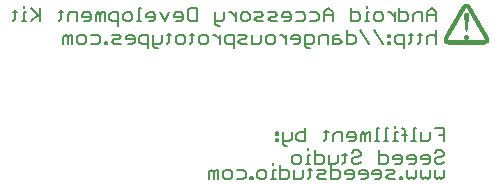
<source format=gbo>
G75*
G70*
%OFA0B0*%
%FSLAX24Y24*%
%IPPOS*%
%LPD*%
%AMOC8*
5,1,8,0,0,1.08239X$1,22.5*
%
%ADD10C,0.0050*%
%ADD11R,0.0006X0.0006*%
%ADD12R,0.0006X0.0006*%
%ADD13R,0.0006X0.0006*%
%ADD14R,0.0006X0.0006*%
D10*
X012781Y014079D02*
X012781Y014304D01*
X012856Y014379D01*
X012931Y014304D01*
X012931Y014079D01*
X013081Y014079D02*
X013081Y014379D01*
X013006Y014379D01*
X012931Y014304D01*
X013241Y014304D02*
X013241Y014154D01*
X013316Y014079D01*
X013466Y014079D01*
X013541Y014154D01*
X013541Y014304D01*
X013466Y014379D01*
X013316Y014379D01*
X013241Y014304D01*
X013701Y014379D02*
X013926Y014379D01*
X014002Y014304D01*
X014002Y014154D01*
X013926Y014079D01*
X013701Y014079D01*
X014157Y014079D02*
X014232Y014079D01*
X014232Y014154D01*
X014157Y014154D01*
X014157Y014079D01*
X014392Y014154D02*
X014392Y014304D01*
X014467Y014379D01*
X014617Y014379D01*
X014692Y014304D01*
X014692Y014154D01*
X014617Y014079D01*
X014467Y014079D01*
X014392Y014154D01*
X014849Y014079D02*
X014999Y014079D01*
X014924Y014079D02*
X014924Y014379D01*
X014999Y014379D01*
X015159Y014379D02*
X015384Y014379D01*
X015459Y014304D01*
X015459Y014154D01*
X015384Y014079D01*
X015159Y014079D01*
X015159Y014529D01*
X014924Y014529D02*
X014924Y014604D01*
X015543Y014654D02*
X015543Y014804D01*
X015618Y014879D01*
X015768Y014879D01*
X015843Y014804D01*
X015843Y014654D01*
X015768Y014579D01*
X015618Y014579D01*
X015543Y014654D01*
X015619Y014379D02*
X015619Y014079D01*
X015845Y014079D01*
X015920Y014154D01*
X015920Y014379D01*
X016076Y014379D02*
X016227Y014379D01*
X016151Y014454D02*
X016151Y014154D01*
X016076Y014079D01*
X016387Y014154D02*
X016462Y014229D01*
X016612Y014229D01*
X016687Y014304D01*
X016612Y014379D01*
X016387Y014379D01*
X016310Y014579D02*
X016535Y014579D01*
X016610Y014654D01*
X016610Y014804D01*
X016535Y014879D01*
X016310Y014879D01*
X016310Y015029D02*
X016310Y014579D01*
X016150Y014579D02*
X016000Y014579D01*
X016075Y014579D02*
X016075Y014879D01*
X016150Y014879D01*
X016075Y015029D02*
X016075Y015104D01*
X015996Y015329D02*
X015771Y015329D01*
X015696Y015404D01*
X015696Y015554D01*
X015771Y015629D01*
X015996Y015629D01*
X015996Y015779D02*
X015996Y015329D01*
X015536Y015404D02*
X015536Y015629D01*
X015536Y015404D02*
X015461Y015329D01*
X015236Y015329D01*
X015236Y015254D02*
X015311Y015179D01*
X015386Y015179D01*
X015236Y015254D02*
X015236Y015629D01*
X015076Y015629D02*
X015076Y015554D01*
X015001Y015554D01*
X015001Y015629D01*
X015076Y015629D01*
X015076Y015404D02*
X015076Y015329D01*
X015001Y015329D01*
X015001Y015404D01*
X015076Y015404D01*
X016614Y015329D02*
X016689Y015404D01*
X016689Y015704D01*
X016764Y015629D02*
X016614Y015629D01*
X016924Y015554D02*
X016924Y015329D01*
X016924Y015554D02*
X016999Y015629D01*
X017224Y015629D01*
X017224Y015329D01*
X017384Y015479D02*
X017684Y015479D01*
X017684Y015554D02*
X017609Y015629D01*
X017459Y015629D01*
X017384Y015554D01*
X017384Y015479D01*
X017459Y015329D02*
X017609Y015329D01*
X017684Y015404D01*
X017684Y015554D01*
X017844Y015554D02*
X017844Y015329D01*
X017995Y015329D02*
X017995Y015554D01*
X017920Y015629D01*
X017844Y015554D01*
X017995Y015554D02*
X018070Y015629D01*
X018145Y015629D01*
X018145Y015329D01*
X018301Y015329D02*
X018452Y015329D01*
X018377Y015329D02*
X018377Y015779D01*
X018452Y015779D01*
X018683Y015779D02*
X018683Y015329D01*
X018608Y015329D02*
X018759Y015329D01*
X018915Y015329D02*
X019065Y015329D01*
X018990Y015329D02*
X018990Y015629D01*
X019065Y015629D01*
X018990Y015779D02*
X018990Y015854D01*
X018759Y015779D02*
X018683Y015779D01*
X019222Y015779D02*
X019297Y015704D01*
X019297Y015329D01*
X019529Y015329D02*
X019679Y015329D01*
X019604Y015329D02*
X019604Y015779D01*
X019679Y015779D01*
X019839Y015629D02*
X019839Y015329D01*
X020064Y015329D01*
X020140Y015404D01*
X020140Y015629D01*
X020300Y015779D02*
X020600Y015779D01*
X020600Y015329D01*
X020600Y015554D02*
X020450Y015554D01*
X020525Y015029D02*
X020600Y014954D01*
X020600Y014879D01*
X020525Y014804D01*
X020375Y014804D01*
X020300Y014729D01*
X020300Y014654D01*
X020375Y014579D01*
X020525Y014579D01*
X020600Y014654D01*
X020600Y014379D02*
X020600Y014154D01*
X020525Y014079D01*
X020450Y014154D01*
X020375Y014079D01*
X020300Y014154D01*
X020300Y014379D01*
X020140Y014379D02*
X020140Y014154D01*
X020064Y014079D01*
X019989Y014154D01*
X019914Y014079D01*
X019839Y014154D01*
X019839Y014379D01*
X019679Y014379D02*
X019679Y014154D01*
X019604Y014079D01*
X019529Y014154D01*
X019454Y014079D01*
X019379Y014154D01*
X019379Y014379D01*
X019454Y014579D02*
X019604Y014579D01*
X019679Y014654D01*
X019679Y014804D01*
X019604Y014879D01*
X019454Y014879D01*
X019379Y014804D01*
X019379Y014729D01*
X019679Y014729D01*
X019839Y014729D02*
X020140Y014729D01*
X020140Y014654D02*
X020140Y014804D01*
X020064Y014879D01*
X019914Y014879D01*
X019839Y014804D01*
X019839Y014729D01*
X019914Y014579D02*
X020064Y014579D01*
X020140Y014654D01*
X020300Y014954D02*
X020375Y015029D01*
X020525Y015029D01*
X019372Y015554D02*
X019222Y015554D01*
X018458Y015029D02*
X018458Y014579D01*
X018683Y014579D01*
X018758Y014654D01*
X018758Y014804D01*
X018683Y014879D01*
X018458Y014879D01*
X018919Y014804D02*
X018919Y014729D01*
X019219Y014729D01*
X019219Y014654D02*
X019219Y014804D01*
X019144Y014879D01*
X018994Y014879D01*
X018919Y014804D01*
X018994Y014579D02*
X019144Y014579D01*
X019219Y014654D01*
X018914Y014379D02*
X018688Y014379D01*
X018764Y014229D02*
X018914Y014229D01*
X018989Y014304D01*
X018914Y014379D01*
X018764Y014229D02*
X018688Y014154D01*
X018764Y014079D01*
X018989Y014079D01*
X019144Y014079D02*
X019219Y014079D01*
X019219Y014154D01*
X019144Y014154D01*
X019144Y014079D01*
X018528Y014154D02*
X018528Y014304D01*
X018453Y014379D01*
X018303Y014379D01*
X018228Y014304D01*
X018228Y014229D01*
X018528Y014229D01*
X018528Y014154D02*
X018453Y014079D01*
X018303Y014079D01*
X018068Y014154D02*
X018068Y014304D01*
X017993Y014379D01*
X017843Y014379D01*
X017768Y014304D01*
X017768Y014229D01*
X018068Y014229D01*
X018068Y014154D02*
X017993Y014079D01*
X017843Y014079D01*
X017608Y014154D02*
X017608Y014304D01*
X017533Y014379D01*
X017382Y014379D01*
X017307Y014304D01*
X017307Y014229D01*
X017608Y014229D01*
X017608Y014154D02*
X017533Y014079D01*
X017382Y014079D01*
X017147Y014154D02*
X017147Y014304D01*
X017072Y014379D01*
X016847Y014379D01*
X016847Y014529D02*
X016847Y014079D01*
X017072Y014079D01*
X017147Y014154D01*
X017227Y014579D02*
X017302Y014654D01*
X017302Y014954D01*
X017377Y014879D02*
X017227Y014879D01*
X017071Y014879D02*
X017071Y014654D01*
X016995Y014579D01*
X016770Y014579D01*
X016770Y014879D01*
X017538Y014954D02*
X017613Y015029D01*
X017763Y015029D01*
X017838Y014954D01*
X017838Y014879D01*
X017763Y014804D01*
X017613Y014804D01*
X017538Y014729D01*
X017538Y014654D01*
X017613Y014579D01*
X017763Y014579D01*
X017838Y014654D01*
X016687Y014079D02*
X016462Y014079D01*
X016387Y014154D01*
X016133Y018429D02*
X016058Y018429D01*
X015983Y018504D01*
X015983Y018879D01*
X016208Y018879D01*
X016283Y018804D01*
X016283Y018654D01*
X016208Y018579D01*
X015983Y018579D01*
X015823Y018654D02*
X015823Y018804D01*
X015748Y018879D01*
X015598Y018879D01*
X015523Y018804D01*
X015523Y018729D01*
X015823Y018729D01*
X015823Y018654D02*
X015748Y018579D01*
X015598Y018579D01*
X015363Y018579D02*
X015363Y018879D01*
X015363Y018729D02*
X015213Y018879D01*
X015138Y018879D01*
X014979Y018804D02*
X014979Y018654D01*
X014904Y018579D01*
X014754Y018579D01*
X014679Y018654D01*
X014679Y018804D01*
X014754Y018879D01*
X014904Y018879D01*
X014979Y018804D01*
X014519Y018879D02*
X014519Y018654D01*
X014444Y018579D01*
X014219Y018579D01*
X014219Y018879D01*
X014058Y018804D02*
X013983Y018879D01*
X013758Y018879D01*
X013598Y018879D02*
X013373Y018879D01*
X013298Y018804D01*
X013298Y018654D01*
X013373Y018579D01*
X013598Y018579D01*
X013598Y018429D02*
X013598Y018879D01*
X013758Y018654D02*
X013833Y018729D01*
X013983Y018729D01*
X014058Y018804D01*
X014058Y018579D02*
X013833Y018579D01*
X013758Y018654D01*
X013138Y018729D02*
X012988Y018879D01*
X012913Y018879D01*
X012754Y018804D02*
X012754Y018654D01*
X012679Y018579D01*
X012529Y018579D01*
X012454Y018654D01*
X012454Y018804D01*
X012529Y018879D01*
X012679Y018879D01*
X012754Y018804D01*
X012294Y018879D02*
X012144Y018879D01*
X012219Y018954D02*
X012219Y018654D01*
X012144Y018579D01*
X011987Y018654D02*
X011987Y018804D01*
X011912Y018879D01*
X011762Y018879D01*
X011687Y018804D01*
X011687Y018654D01*
X011762Y018579D01*
X011912Y018579D01*
X011987Y018654D01*
X011526Y018879D02*
X011376Y018879D01*
X011451Y018954D02*
X011451Y018654D01*
X011376Y018579D01*
X011220Y018654D02*
X011145Y018579D01*
X010919Y018579D01*
X010919Y018504D02*
X010994Y018429D01*
X011069Y018429D01*
X010919Y018504D02*
X010919Y018879D01*
X010759Y018879D02*
X010534Y018879D01*
X010459Y018804D01*
X010459Y018654D01*
X010534Y018579D01*
X010759Y018579D01*
X010759Y018429D02*
X010759Y018879D01*
X010299Y018804D02*
X010299Y018654D01*
X010224Y018579D01*
X010074Y018579D01*
X009999Y018729D02*
X010299Y018729D01*
X010299Y018804D02*
X010224Y018879D01*
X010074Y018879D01*
X009999Y018804D01*
X009999Y018729D01*
X009839Y018804D02*
X009764Y018879D01*
X009538Y018879D01*
X009613Y018729D02*
X009764Y018729D01*
X009839Y018804D01*
X009839Y018579D02*
X009613Y018579D01*
X009538Y018654D01*
X009613Y018729D01*
X009378Y018654D02*
X009303Y018654D01*
X009303Y018579D01*
X009378Y018579D01*
X009378Y018654D01*
X009148Y018654D02*
X009148Y018804D01*
X009073Y018879D01*
X008848Y018879D01*
X008688Y018804D02*
X008688Y018654D01*
X008613Y018579D01*
X008463Y018579D01*
X008387Y018654D01*
X008387Y018804D01*
X008463Y018879D01*
X008613Y018879D01*
X008688Y018804D01*
X008848Y018579D02*
X009073Y018579D01*
X009148Y018654D01*
X009762Y019179D02*
X009762Y019629D01*
X009537Y019629D01*
X009462Y019554D01*
X009462Y019404D01*
X009537Y019329D01*
X009762Y019329D01*
X009922Y019404D02*
X009922Y019554D01*
X009997Y019629D01*
X010147Y019629D01*
X010222Y019554D01*
X010222Y019404D01*
X010147Y019329D01*
X009997Y019329D01*
X009922Y019404D01*
X010379Y019329D02*
X010529Y019329D01*
X010454Y019329D02*
X010454Y019779D01*
X010529Y019779D01*
X010689Y019554D02*
X010689Y019479D01*
X010989Y019479D01*
X010989Y019554D02*
X010914Y019629D01*
X010764Y019629D01*
X010689Y019554D01*
X010764Y019329D02*
X010914Y019329D01*
X010989Y019404D01*
X010989Y019554D01*
X011149Y019629D02*
X011300Y019329D01*
X011450Y019629D01*
X011610Y019554D02*
X011610Y019479D01*
X011910Y019479D01*
X011910Y019554D02*
X011835Y019629D01*
X011685Y019629D01*
X011610Y019554D01*
X011685Y019329D02*
X011835Y019329D01*
X011910Y019404D01*
X011910Y019554D01*
X012070Y019704D02*
X012145Y019779D01*
X012370Y019779D01*
X012370Y019329D01*
X012145Y019329D01*
X012070Y019404D01*
X012070Y019704D01*
X012991Y019629D02*
X012991Y019254D01*
X013066Y019179D01*
X013141Y019179D01*
X013216Y019329D02*
X012991Y019329D01*
X013216Y019329D02*
X013291Y019404D01*
X013291Y019629D01*
X013450Y019629D02*
X013525Y019629D01*
X013675Y019479D01*
X013675Y019329D02*
X013675Y019629D01*
X013835Y019554D02*
X013835Y019404D01*
X013910Y019329D01*
X014060Y019329D01*
X014135Y019404D01*
X014135Y019554D01*
X014060Y019629D01*
X013910Y019629D01*
X013835Y019554D01*
X014295Y019629D02*
X014520Y019629D01*
X014595Y019554D01*
X014520Y019479D01*
X014370Y019479D01*
X014295Y019404D01*
X014370Y019329D01*
X014595Y019329D01*
X014756Y019404D02*
X014831Y019479D01*
X014981Y019479D01*
X015056Y019554D01*
X014981Y019629D01*
X014756Y019629D01*
X014756Y019404D02*
X014831Y019329D01*
X015056Y019329D01*
X015216Y019479D02*
X015516Y019479D01*
X015516Y019554D02*
X015441Y019629D01*
X015291Y019629D01*
X015216Y019554D01*
X015216Y019479D01*
X015291Y019329D02*
X015441Y019329D01*
X015516Y019404D01*
X015516Y019554D01*
X015676Y019629D02*
X015901Y019629D01*
X015977Y019554D01*
X015977Y019404D01*
X015901Y019329D01*
X015676Y019329D01*
X016137Y019329D02*
X016362Y019329D01*
X016437Y019404D01*
X016437Y019554D01*
X016362Y019629D01*
X016137Y019629D01*
X016597Y019629D02*
X016597Y019329D01*
X016597Y019554D02*
X016897Y019554D01*
X016897Y019629D02*
X016747Y019779D01*
X016597Y019629D01*
X016897Y019629D02*
X016897Y019329D01*
X017364Y019029D02*
X017364Y018579D01*
X017589Y018579D01*
X017665Y018654D01*
X017665Y018804D01*
X017589Y018879D01*
X017364Y018879D01*
X017129Y018879D02*
X016979Y018879D01*
X016904Y018804D01*
X016904Y018579D01*
X017129Y018579D01*
X017204Y018654D01*
X017129Y018729D01*
X016904Y018729D01*
X016744Y018879D02*
X016519Y018879D01*
X016444Y018804D01*
X016444Y018579D01*
X016744Y018579D02*
X016744Y018879D01*
X017518Y019329D02*
X017743Y019329D01*
X017818Y019404D01*
X017818Y019554D01*
X017743Y019629D01*
X017518Y019629D01*
X017518Y019779D02*
X017518Y019329D01*
X017825Y019029D02*
X018125Y018579D01*
X018585Y018579D02*
X018285Y019029D01*
X018360Y019329D02*
X018285Y019404D01*
X018285Y019554D01*
X018360Y019629D01*
X018510Y019629D01*
X018585Y019554D01*
X018585Y019404D01*
X018510Y019329D01*
X018360Y019329D01*
X018125Y019329D02*
X017975Y019329D01*
X018050Y019329D02*
X018050Y019629D01*
X018125Y019629D01*
X018050Y019779D02*
X018050Y019854D01*
X018744Y019629D02*
X018819Y019629D01*
X018969Y019479D01*
X018969Y019329D02*
X018969Y019629D01*
X019129Y019629D02*
X019354Y019629D01*
X019429Y019554D01*
X019429Y019404D01*
X019354Y019329D01*
X019129Y019329D01*
X019129Y019779D01*
X019589Y019554D02*
X019589Y019329D01*
X019589Y019554D02*
X019664Y019629D01*
X019890Y019629D01*
X019890Y019329D01*
X020050Y019329D02*
X020050Y019629D01*
X020200Y019779D01*
X020350Y019629D01*
X020350Y019329D01*
X020350Y019554D02*
X020050Y019554D01*
X020350Y019029D02*
X020350Y018579D01*
X020350Y018804D02*
X020275Y018879D01*
X020125Y018879D01*
X020050Y018804D01*
X020050Y018579D01*
X019814Y018654D02*
X019814Y018954D01*
X019890Y018879D02*
X019739Y018879D01*
X019583Y018879D02*
X019433Y018879D01*
X019508Y018954D02*
X019508Y018654D01*
X019433Y018579D01*
X019276Y018579D02*
X019051Y018579D01*
X018976Y018654D01*
X018976Y018804D01*
X019051Y018879D01*
X019276Y018879D01*
X019276Y018429D01*
X018815Y018579D02*
X018815Y018654D01*
X018740Y018654D01*
X018740Y018579D01*
X018815Y018579D01*
X018815Y018804D02*
X018815Y018879D01*
X018740Y018879D01*
X018740Y018804D01*
X018815Y018804D01*
X019739Y018579D02*
X019814Y018654D01*
X013138Y018579D02*
X013138Y018879D01*
X011220Y018879D02*
X011220Y018654D01*
X009301Y019329D02*
X009301Y019629D01*
X009226Y019629D01*
X009151Y019554D01*
X009076Y019629D01*
X009001Y019554D01*
X009001Y019329D01*
X009151Y019329D02*
X009151Y019554D01*
X008841Y019554D02*
X008841Y019404D01*
X008766Y019329D01*
X008616Y019329D01*
X008541Y019479D02*
X008841Y019479D01*
X008841Y019554D02*
X008766Y019629D01*
X008616Y019629D01*
X008541Y019554D01*
X008541Y019479D01*
X008381Y019329D02*
X008381Y019629D01*
X008156Y019629D01*
X008080Y019554D01*
X008080Y019329D01*
X007845Y019404D02*
X007845Y019704D01*
X007920Y019629D02*
X007770Y019629D01*
X007845Y019404D02*
X007770Y019329D01*
X008002Y018879D02*
X007927Y018804D01*
X007927Y018579D01*
X008077Y018579D02*
X008077Y018804D01*
X008002Y018879D01*
X008077Y018804D02*
X008152Y018879D01*
X008227Y018879D01*
X008227Y018579D01*
X007153Y019329D02*
X007153Y019779D01*
X007078Y019554D02*
X006853Y019329D01*
X006693Y019329D02*
X006543Y019329D01*
X006618Y019329D02*
X006618Y019629D01*
X006693Y019629D01*
X006618Y019779D02*
X006618Y019854D01*
X006853Y019779D02*
X007153Y019479D01*
X006386Y019629D02*
X006236Y019629D01*
X006311Y019704D02*
X006311Y019404D01*
X006236Y019329D01*
D11*
X020634Y018719D03*
X020646Y018719D03*
X020646Y018731D03*
X020646Y018737D03*
X020646Y018749D03*
X020664Y018749D03*
X020664Y018761D03*
X020664Y018767D03*
X020664Y018779D03*
X020664Y018791D03*
X020676Y018791D03*
X020676Y018797D03*
X020676Y018809D03*
X020694Y018809D03*
X020694Y018821D03*
X020694Y018827D03*
X020694Y018839D03*
X020706Y018839D03*
X020706Y018851D03*
X020706Y018857D03*
X020724Y018857D03*
X020724Y018851D03*
X020736Y018851D03*
X020736Y018857D03*
X020736Y018869D03*
X020736Y018881D03*
X020736Y018887D03*
X020736Y018899D03*
X020736Y018911D03*
X020736Y018917D03*
X020754Y018917D03*
X020754Y018911D03*
X020766Y018911D03*
X020766Y018917D03*
X020766Y018929D03*
X020766Y018941D03*
X020766Y018947D03*
X020766Y018959D03*
X020766Y018971D03*
X020784Y018971D03*
X020784Y018977D03*
X020784Y018989D03*
X020784Y019001D03*
X020796Y019001D03*
X020796Y019007D03*
X020796Y019019D03*
X020814Y019019D03*
X020814Y019031D03*
X020814Y019037D03*
X020814Y019049D03*
X020826Y019049D03*
X020826Y019061D03*
X020826Y019067D03*
X020826Y019079D03*
X020844Y019079D03*
X020844Y019091D03*
X020844Y019097D03*
X020844Y019109D03*
X020856Y019109D03*
X020856Y019121D03*
X020856Y019127D03*
X020874Y019127D03*
X020874Y019121D03*
X020886Y019121D03*
X020886Y019127D03*
X020886Y019139D03*
X020886Y019151D03*
X020886Y019157D03*
X020886Y019169D03*
X020886Y019181D03*
X020904Y019181D03*
X020904Y019187D03*
X020904Y019199D03*
X020904Y019211D03*
X020916Y019211D03*
X020916Y019217D03*
X020916Y019229D03*
X020934Y019229D03*
X020934Y019241D03*
X020934Y019247D03*
X020934Y019259D03*
X020946Y019259D03*
X020946Y019271D03*
X020946Y019277D03*
X020964Y019277D03*
X020964Y019271D03*
X020976Y019271D03*
X020976Y019277D03*
X020976Y019289D03*
X020976Y019301D03*
X020976Y019307D03*
X020976Y019319D03*
X020976Y019331D03*
X020994Y019331D03*
X020994Y019337D03*
X020994Y019349D03*
X020994Y019361D03*
X020994Y019367D03*
X021006Y019367D03*
X021006Y019361D03*
X021006Y019349D03*
X021006Y019337D03*
X021006Y019331D03*
X021006Y019319D03*
X020994Y019319D03*
X020994Y019307D03*
X020994Y019301D03*
X021006Y019301D03*
X021006Y019307D03*
X021024Y019307D03*
X021024Y019301D03*
X021036Y019301D03*
X021036Y019307D03*
X021036Y019319D03*
X021036Y019331D03*
X021036Y019337D03*
X021036Y019349D03*
X021036Y019361D03*
X021036Y019367D03*
X021036Y019379D03*
X021036Y019391D03*
X021036Y019397D03*
X021036Y019409D03*
X021036Y019421D03*
X021036Y019427D03*
X021036Y019439D03*
X021054Y019439D03*
X021054Y019451D03*
X021054Y019457D03*
X021054Y019469D03*
X021066Y019469D03*
X021066Y019481D03*
X021066Y019487D03*
X021084Y019487D03*
X021084Y019481D03*
X021096Y019481D03*
X021096Y019487D03*
X021096Y019499D03*
X021096Y019511D03*
X021096Y019517D03*
X021096Y019529D03*
X021096Y019541D03*
X021114Y019541D03*
X021114Y019547D03*
X021114Y019559D03*
X021114Y019571D03*
X021114Y019577D03*
X021126Y019577D03*
X021126Y019571D03*
X021126Y019559D03*
X021126Y019547D03*
X021126Y019541D03*
X021126Y019529D03*
X021114Y019529D03*
X021114Y019517D03*
X021114Y019511D03*
X021126Y019511D03*
X021126Y019517D03*
X021144Y019517D03*
X021144Y019511D03*
X021156Y019511D03*
X021156Y019517D03*
X021156Y019529D03*
X021156Y019541D03*
X021156Y019547D03*
X021156Y019559D03*
X021156Y019571D03*
X021156Y019577D03*
X021156Y019589D03*
X021156Y019601D03*
X021156Y019607D03*
X021156Y019619D03*
X021156Y019631D03*
X021156Y019637D03*
X021156Y019649D03*
X021174Y019649D03*
X021174Y019661D03*
X021174Y019667D03*
X021174Y019679D03*
X021186Y019679D03*
X021186Y019691D03*
X021186Y019697D03*
X021204Y019697D03*
X021204Y019691D03*
X021216Y019691D03*
X021216Y019697D03*
X021216Y019709D03*
X021216Y019721D03*
X021216Y019727D03*
X021216Y019739D03*
X021216Y019751D03*
X021234Y019751D03*
X021234Y019757D03*
X021234Y019769D03*
X021234Y019781D03*
X021246Y019781D03*
X021246Y019787D03*
X021246Y019799D03*
X021264Y019799D03*
X021264Y019811D03*
X021264Y019817D03*
X021276Y019817D03*
X021276Y019811D03*
X021276Y019799D03*
X021276Y019787D03*
X021276Y019781D03*
X021264Y019781D03*
X021264Y019787D03*
X021264Y019769D03*
X021276Y019769D03*
X021276Y019757D03*
X021276Y019751D03*
X021264Y019751D03*
X021264Y019757D03*
X021246Y019757D03*
X021246Y019751D03*
X021246Y019739D03*
X021234Y019739D03*
X021234Y019727D03*
X021234Y019721D03*
X021246Y019721D03*
X021246Y019727D03*
X021264Y019727D03*
X021264Y019721D03*
X021276Y019721D03*
X021276Y019727D03*
X021276Y019739D03*
X021264Y019739D03*
X021294Y019739D03*
X021294Y019751D03*
X021294Y019757D03*
X021294Y019769D03*
X021294Y019781D03*
X021294Y019787D03*
X021294Y019799D03*
X021294Y019811D03*
X021294Y019817D03*
X021294Y019829D03*
X021294Y019841D03*
X021294Y019847D03*
X021306Y019847D03*
X021306Y019841D03*
X021306Y019829D03*
X021306Y019817D03*
X021306Y019811D03*
X021306Y019799D03*
X021306Y019787D03*
X021306Y019781D03*
X021306Y019769D03*
X021306Y019757D03*
X021306Y019751D03*
X021306Y019739D03*
X021306Y019727D03*
X021306Y019721D03*
X021294Y019721D03*
X021294Y019727D03*
X021294Y019709D03*
X021306Y019709D03*
X021294Y019697D03*
X021294Y019691D03*
X021294Y019679D03*
X021276Y019679D03*
X021276Y019691D03*
X021276Y019697D03*
X021276Y019709D03*
X021264Y019709D03*
X021264Y019697D03*
X021264Y019691D03*
X021264Y019679D03*
X021264Y019667D03*
X021264Y019661D03*
X021276Y019661D03*
X021276Y019667D03*
X021276Y019649D03*
X021264Y019649D03*
X021264Y019637D03*
X021264Y019631D03*
X021246Y019631D03*
X021246Y019637D03*
X021246Y019649D03*
X021246Y019661D03*
X021246Y019667D03*
X021246Y019679D03*
X021246Y019691D03*
X021246Y019697D03*
X021246Y019709D03*
X021234Y019709D03*
X021234Y019697D03*
X021234Y019691D03*
X021234Y019679D03*
X021234Y019667D03*
X021234Y019661D03*
X021234Y019649D03*
X021234Y019637D03*
X021234Y019631D03*
X021234Y019619D03*
X021246Y019619D03*
X021246Y019607D03*
X021246Y019601D03*
X021234Y019601D03*
X021234Y019607D03*
X021216Y019607D03*
X021216Y019601D03*
X021204Y019601D03*
X021204Y019607D03*
X021204Y019619D03*
X021204Y019631D03*
X021204Y019637D03*
X021204Y019649D03*
X021204Y019661D03*
X021204Y019667D03*
X021204Y019679D03*
X021216Y019679D03*
X021216Y019667D03*
X021216Y019661D03*
X021216Y019649D03*
X021216Y019637D03*
X021216Y019631D03*
X021216Y019619D03*
X021186Y019619D03*
X021186Y019631D03*
X021186Y019637D03*
X021186Y019649D03*
X021186Y019661D03*
X021186Y019667D03*
X021174Y019637D03*
X021174Y019631D03*
X021174Y019619D03*
X021174Y019607D03*
X021174Y019601D03*
X021186Y019601D03*
X021186Y019607D03*
X021186Y019589D03*
X021174Y019589D03*
X021174Y019577D03*
X021174Y019571D03*
X021186Y019571D03*
X021186Y019577D03*
X021204Y019577D03*
X021204Y019571D03*
X021216Y019571D03*
X021216Y019577D03*
X021216Y019589D03*
X021204Y019589D03*
X021234Y019589D03*
X021234Y019577D03*
X021216Y019559D03*
X021204Y019559D03*
X021204Y019547D03*
X021204Y019541D03*
X021204Y019529D03*
X021186Y019529D03*
X021186Y019541D03*
X021186Y019547D03*
X021186Y019559D03*
X021174Y019559D03*
X021174Y019547D03*
X021174Y019541D03*
X021174Y019529D03*
X021174Y019517D03*
X021174Y019511D03*
X021186Y019511D03*
X021186Y019517D03*
X021186Y019499D03*
X021174Y019499D03*
X021174Y019487D03*
X021174Y019481D03*
X021156Y019481D03*
X021156Y019487D03*
X021156Y019499D03*
X021144Y019499D03*
X021144Y019487D03*
X021144Y019481D03*
X021144Y019469D03*
X021156Y019469D03*
X021156Y019457D03*
X021156Y019451D03*
X021144Y019451D03*
X021144Y019457D03*
X021126Y019457D03*
X021126Y019451D03*
X021114Y019451D03*
X021114Y019457D03*
X021114Y019469D03*
X021114Y019481D03*
X021114Y019487D03*
X021114Y019499D03*
X021126Y019499D03*
X021126Y019487D03*
X021126Y019481D03*
X021126Y019469D03*
X021096Y019469D03*
X021084Y019469D03*
X021084Y019457D03*
X021084Y019451D03*
X021096Y019451D03*
X021096Y019457D03*
X021096Y019439D03*
X021084Y019439D03*
X021084Y019427D03*
X021084Y019421D03*
X021096Y019421D03*
X021096Y019427D03*
X021114Y019427D03*
X021114Y019421D03*
X021126Y019421D03*
X021126Y019427D03*
X021126Y019439D03*
X021114Y019439D03*
X021144Y019439D03*
X021144Y019427D03*
X021144Y019421D03*
X021126Y019409D03*
X021114Y019409D03*
X021114Y019397D03*
X021114Y019391D03*
X021126Y019391D03*
X021126Y019397D03*
X021114Y019379D03*
X021114Y019367D03*
X021096Y019367D03*
X021096Y019361D03*
X021084Y019361D03*
X021084Y019367D03*
X021084Y019379D03*
X021084Y019391D03*
X021084Y019397D03*
X021084Y019409D03*
X021096Y019409D03*
X021096Y019397D03*
X021096Y019391D03*
X021096Y019379D03*
X021066Y019379D03*
X021066Y019391D03*
X021066Y019397D03*
X021066Y019409D03*
X021066Y019421D03*
X021066Y019427D03*
X021066Y019439D03*
X021066Y019451D03*
X021066Y019457D03*
X021054Y019427D03*
X021054Y019421D03*
X021054Y019409D03*
X021054Y019397D03*
X021054Y019391D03*
X021054Y019379D03*
X021054Y019367D03*
X021054Y019361D03*
X021066Y019361D03*
X021066Y019367D03*
X021066Y019349D03*
X021054Y019349D03*
X021054Y019337D03*
X021054Y019331D03*
X021066Y019331D03*
X021066Y019337D03*
X021084Y019337D03*
X021084Y019331D03*
X021084Y019319D03*
X021066Y019319D03*
X021054Y019319D03*
X021054Y019307D03*
X021054Y019301D03*
X021066Y019301D03*
X021066Y019307D03*
X021066Y019289D03*
X021054Y019289D03*
X021054Y019277D03*
X021054Y019271D03*
X021036Y019271D03*
X021036Y019277D03*
X021036Y019289D03*
X021024Y019289D03*
X021024Y019277D03*
X021024Y019271D03*
X021024Y019259D03*
X021036Y019259D03*
X021036Y019247D03*
X021036Y019241D03*
X021024Y019241D03*
X021024Y019247D03*
X021006Y019247D03*
X021006Y019241D03*
X020994Y019241D03*
X020994Y019247D03*
X020994Y019259D03*
X020994Y019271D03*
X020994Y019277D03*
X020994Y019289D03*
X021006Y019289D03*
X021006Y019277D03*
X021006Y019271D03*
X021006Y019259D03*
X020976Y019259D03*
X020964Y019259D03*
X020964Y019247D03*
X020964Y019241D03*
X020976Y019241D03*
X020976Y019247D03*
X020976Y019229D03*
X020964Y019229D03*
X020964Y019217D03*
X020964Y019211D03*
X020976Y019211D03*
X020976Y019217D03*
X020994Y019217D03*
X020994Y019211D03*
X021006Y019211D03*
X021006Y019217D03*
X021006Y019229D03*
X020994Y019229D03*
X021024Y019229D03*
X021024Y019217D03*
X021024Y019211D03*
X021006Y019199D03*
X020994Y019199D03*
X020994Y019187D03*
X020994Y019181D03*
X021006Y019181D03*
X021006Y019187D03*
X020994Y019169D03*
X020994Y019157D03*
X020976Y019157D03*
X020976Y019151D03*
X020964Y019151D03*
X020964Y019157D03*
X020964Y019169D03*
X020964Y019181D03*
X020964Y019187D03*
X020964Y019199D03*
X020976Y019199D03*
X020976Y019187D03*
X020976Y019181D03*
X020976Y019169D03*
X020946Y019169D03*
X020946Y019181D03*
X020946Y019187D03*
X020946Y019199D03*
X020946Y019211D03*
X020946Y019217D03*
X020946Y019229D03*
X020946Y019241D03*
X020946Y019247D03*
X020934Y019217D03*
X020934Y019211D03*
X020934Y019199D03*
X020934Y019187D03*
X020934Y019181D03*
X020934Y019169D03*
X020934Y019157D03*
X020934Y019151D03*
X020946Y019151D03*
X020946Y019157D03*
X020946Y019139D03*
X020934Y019139D03*
X020934Y019127D03*
X020934Y019121D03*
X020946Y019121D03*
X020946Y019127D03*
X020964Y019127D03*
X020964Y019121D03*
X020964Y019109D03*
X020946Y019109D03*
X020934Y019109D03*
X020934Y019097D03*
X020934Y019091D03*
X020946Y019091D03*
X020946Y019097D03*
X020946Y019079D03*
X020934Y019079D03*
X020934Y019067D03*
X020934Y019061D03*
X020916Y019061D03*
X020916Y019067D03*
X020916Y019079D03*
X020916Y019091D03*
X020916Y019097D03*
X020916Y019109D03*
X020916Y019121D03*
X020916Y019127D03*
X020916Y019139D03*
X020916Y019151D03*
X020916Y019157D03*
X020916Y019169D03*
X020916Y019181D03*
X020916Y019187D03*
X020916Y019199D03*
X020904Y019169D03*
X020904Y019157D03*
X020904Y019151D03*
X020904Y019139D03*
X020904Y019127D03*
X020904Y019121D03*
X020904Y019109D03*
X020904Y019097D03*
X020904Y019091D03*
X020904Y019079D03*
X020904Y019067D03*
X020904Y019061D03*
X020904Y019049D03*
X020916Y019049D03*
X020916Y019037D03*
X020916Y019031D03*
X020904Y019031D03*
X020904Y019037D03*
X020886Y019037D03*
X020886Y019031D03*
X020874Y019031D03*
X020874Y019037D03*
X020874Y019049D03*
X020874Y019061D03*
X020874Y019067D03*
X020874Y019079D03*
X020874Y019091D03*
X020874Y019097D03*
X020874Y019109D03*
X020886Y019109D03*
X020886Y019097D03*
X020886Y019091D03*
X020886Y019079D03*
X020886Y019067D03*
X020886Y019061D03*
X020886Y019049D03*
X020856Y019049D03*
X020856Y019061D03*
X020856Y019067D03*
X020856Y019079D03*
X020856Y019091D03*
X020856Y019097D03*
X020844Y019067D03*
X020844Y019061D03*
X020844Y019049D03*
X020844Y019037D03*
X020844Y019031D03*
X020856Y019031D03*
X020856Y019037D03*
X020856Y019019D03*
X020844Y019019D03*
X020844Y019007D03*
X020844Y019001D03*
X020856Y019001D03*
X020856Y019007D03*
X020874Y019007D03*
X020874Y019001D03*
X020886Y019001D03*
X020886Y019007D03*
X020886Y019019D03*
X020874Y019019D03*
X020904Y019019D03*
X020904Y019007D03*
X020886Y018989D03*
X020874Y018989D03*
X020874Y018977D03*
X020874Y018971D03*
X020874Y018959D03*
X020856Y018959D03*
X020856Y018971D03*
X020856Y018977D03*
X020856Y018989D03*
X020844Y018989D03*
X020844Y018977D03*
X020844Y018971D03*
X020844Y018959D03*
X020844Y018947D03*
X020844Y018941D03*
X020856Y018941D03*
X020856Y018947D03*
X020856Y018929D03*
X020844Y018929D03*
X020844Y018917D03*
X020844Y018911D03*
X020826Y018911D03*
X020826Y018917D03*
X020826Y018929D03*
X020826Y018941D03*
X020826Y018947D03*
X020826Y018959D03*
X020826Y018971D03*
X020826Y018977D03*
X020826Y018989D03*
X020826Y019001D03*
X020826Y019007D03*
X020826Y019019D03*
X020826Y019031D03*
X020826Y019037D03*
X020814Y019007D03*
X020814Y019001D03*
X020814Y018989D03*
X020814Y018977D03*
X020814Y018971D03*
X020814Y018959D03*
X020814Y018947D03*
X020814Y018941D03*
X020814Y018929D03*
X020814Y018917D03*
X020814Y018911D03*
X020814Y018899D03*
X020826Y018899D03*
X020826Y018887D03*
X020826Y018881D03*
X020814Y018881D03*
X020814Y018887D03*
X020796Y018887D03*
X020796Y018881D03*
X020784Y018881D03*
X020784Y018887D03*
X020784Y018899D03*
X020784Y018911D03*
X020784Y018917D03*
X020784Y018929D03*
X020784Y018941D03*
X020784Y018947D03*
X020784Y018959D03*
X020796Y018959D03*
X020796Y018971D03*
X020796Y018977D03*
X020796Y018989D03*
X020796Y018947D03*
X020796Y018941D03*
X020796Y018929D03*
X020796Y018917D03*
X020796Y018911D03*
X020796Y018899D03*
X020766Y018899D03*
X020754Y018899D03*
X020754Y018887D03*
X020754Y018881D03*
X020766Y018881D03*
X020766Y018887D03*
X020766Y018869D03*
X020754Y018869D03*
X020754Y018857D03*
X020754Y018851D03*
X020766Y018851D03*
X020766Y018857D03*
X020784Y018857D03*
X020784Y018851D03*
X020796Y018851D03*
X020796Y018857D03*
X020796Y018869D03*
X020784Y018869D03*
X020814Y018869D03*
X020826Y018869D03*
X020814Y018857D03*
X020814Y018851D03*
X020796Y018839D03*
X020784Y018839D03*
X020784Y018827D03*
X020784Y018821D03*
X020796Y018821D03*
X020796Y018827D03*
X020784Y018809D03*
X020784Y018797D03*
X020766Y018797D03*
X020766Y018791D03*
X020754Y018791D03*
X020754Y018797D03*
X020754Y018809D03*
X020754Y018821D03*
X020754Y018827D03*
X020754Y018839D03*
X020766Y018839D03*
X020766Y018827D03*
X020766Y018821D03*
X020766Y018809D03*
X020736Y018809D03*
X020736Y018821D03*
X020736Y018827D03*
X020736Y018839D03*
X020724Y018839D03*
X020724Y018827D03*
X020724Y018821D03*
X020724Y018809D03*
X020724Y018797D03*
X020724Y018791D03*
X020736Y018791D03*
X020736Y018797D03*
X020736Y018779D03*
X020724Y018779D03*
X020724Y018767D03*
X020724Y018761D03*
X020736Y018761D03*
X020736Y018767D03*
X020754Y018767D03*
X020754Y018761D03*
X020754Y018749D03*
X020736Y018749D03*
X020724Y018749D03*
X020724Y018737D03*
X020724Y018731D03*
X020736Y018731D03*
X020736Y018737D03*
X020736Y018719D03*
X020724Y018719D03*
X020724Y018707D03*
X020724Y018701D03*
X020736Y018701D03*
X020736Y018707D03*
X020724Y018689D03*
X020724Y018677D03*
X020724Y018671D03*
X020736Y018671D03*
X020736Y018677D03*
X020736Y018659D03*
X020724Y018659D03*
X020724Y018647D03*
X020724Y018641D03*
X020736Y018641D03*
X020736Y018647D03*
X020754Y018647D03*
X020754Y018641D03*
X020766Y018641D03*
X020766Y018647D03*
X020766Y018659D03*
X020754Y018659D03*
X020784Y018659D03*
X020796Y018659D03*
X020796Y018647D03*
X020796Y018641D03*
X020784Y018641D03*
X020784Y018647D03*
X020784Y018629D03*
X020796Y018629D03*
X020796Y018617D03*
X020796Y018611D03*
X020784Y018611D03*
X020784Y018617D03*
X020766Y018617D03*
X020766Y018611D03*
X020754Y018611D03*
X020754Y018617D03*
X020754Y018629D03*
X020766Y018629D03*
X020736Y018629D03*
X020724Y018629D03*
X020724Y018617D03*
X020724Y018611D03*
X020736Y018611D03*
X020736Y018617D03*
X020736Y018599D03*
X020724Y018599D03*
X020724Y018587D03*
X020724Y018581D03*
X020736Y018581D03*
X020736Y018587D03*
X020754Y018587D03*
X020754Y018581D03*
X020766Y018581D03*
X020766Y018587D03*
X020766Y018599D03*
X020754Y018599D03*
X020784Y018599D03*
X020796Y018599D03*
X020796Y018587D03*
X020796Y018581D03*
X020784Y018581D03*
X020784Y018587D03*
X020784Y018569D03*
X020796Y018569D03*
X020796Y018557D03*
X020784Y018557D03*
X020766Y018569D03*
X020754Y018569D03*
X020736Y018569D03*
X020724Y018569D03*
X020706Y018581D03*
X020706Y018587D03*
X020706Y018599D03*
X020706Y018611D03*
X020706Y018617D03*
X020706Y018629D03*
X020706Y018641D03*
X020706Y018647D03*
X020706Y018659D03*
X020706Y018671D03*
X020706Y018677D03*
X020706Y018689D03*
X020706Y018701D03*
X020706Y018707D03*
X020706Y018719D03*
X020706Y018731D03*
X020706Y018737D03*
X020706Y018749D03*
X020706Y018761D03*
X020706Y018767D03*
X020706Y018779D03*
X020706Y018791D03*
X020706Y018797D03*
X020706Y018809D03*
X020706Y018821D03*
X020706Y018827D03*
X020694Y018797D03*
X020694Y018791D03*
X020694Y018779D03*
X020694Y018767D03*
X020694Y018761D03*
X020694Y018749D03*
X020694Y018737D03*
X020694Y018731D03*
X020694Y018719D03*
X020694Y018707D03*
X020694Y018701D03*
X020694Y018689D03*
X020694Y018677D03*
X020694Y018671D03*
X020694Y018659D03*
X020694Y018647D03*
X020694Y018641D03*
X020694Y018629D03*
X020694Y018617D03*
X020694Y018611D03*
X020694Y018599D03*
X020694Y018587D03*
X020694Y018581D03*
X020676Y018599D03*
X020676Y018611D03*
X020676Y018617D03*
X020676Y018629D03*
X020676Y018641D03*
X020676Y018647D03*
X020676Y018659D03*
X020676Y018671D03*
X020676Y018677D03*
X020676Y018689D03*
X020676Y018701D03*
X020676Y018707D03*
X020676Y018719D03*
X020676Y018731D03*
X020676Y018737D03*
X020676Y018749D03*
X020676Y018761D03*
X020676Y018767D03*
X020676Y018779D03*
X020664Y018737D03*
X020664Y018731D03*
X020664Y018719D03*
X020664Y018707D03*
X020664Y018701D03*
X020664Y018689D03*
X020664Y018677D03*
X020664Y018671D03*
X020664Y018659D03*
X020664Y018647D03*
X020664Y018641D03*
X020664Y018629D03*
X020664Y018617D03*
X020664Y018611D03*
X020646Y018641D03*
X020646Y018647D03*
X020646Y018659D03*
X020646Y018671D03*
X020646Y018677D03*
X020646Y018689D03*
X020646Y018701D03*
X020646Y018707D03*
X020634Y018707D03*
X020634Y018701D03*
X020634Y018689D03*
X020634Y018677D03*
X020634Y018671D03*
X020754Y018779D03*
X020766Y018779D03*
X020766Y018767D03*
X020724Y018869D03*
X020724Y018881D03*
X020724Y018887D03*
X020724Y018899D03*
X020754Y018929D03*
X020754Y018941D03*
X020754Y018947D03*
X020886Y018977D03*
X020874Y019139D03*
X020874Y019151D03*
X020874Y019157D03*
X020964Y019139D03*
X020976Y019139D03*
X020976Y019127D03*
X020964Y019289D03*
X020964Y019301D03*
X020964Y019307D03*
X021024Y019319D03*
X021024Y019331D03*
X021024Y019337D03*
X021024Y019349D03*
X021024Y019361D03*
X021024Y019367D03*
X021024Y019379D03*
X021024Y019391D03*
X021024Y019397D03*
X021024Y019409D03*
X021006Y019379D03*
X021084Y019349D03*
X021096Y019349D03*
X021096Y019337D03*
X021084Y019499D03*
X021084Y019511D03*
X021084Y019517D03*
X021144Y019529D03*
X021144Y019541D03*
X021144Y019547D03*
X021144Y019559D03*
X021144Y019571D03*
X021144Y019577D03*
X021144Y019589D03*
X021144Y019601D03*
X021144Y019607D03*
X021144Y019619D03*
X021126Y019589D03*
X021216Y019547D03*
X021324Y019547D03*
X021324Y019541D03*
X021336Y019541D03*
X021336Y019547D03*
X021336Y019559D03*
X021354Y019559D03*
X021354Y019571D03*
X021354Y019577D03*
X021366Y019577D03*
X021366Y019571D03*
X021366Y019559D03*
X021366Y019547D03*
X021366Y019541D03*
X021354Y019541D03*
X021354Y019547D03*
X021354Y019529D03*
X021366Y019529D03*
X021366Y019517D03*
X021366Y019511D03*
X021354Y019511D03*
X021354Y019517D03*
X021336Y019517D03*
X021336Y019511D03*
X021324Y019511D03*
X021324Y019517D03*
X021324Y019529D03*
X021336Y019529D03*
X021336Y019499D03*
X021324Y019499D03*
X021324Y019487D03*
X021324Y019481D03*
X021336Y019481D03*
X021336Y019487D03*
X021354Y019487D03*
X021354Y019481D03*
X021366Y019481D03*
X021366Y019487D03*
X021366Y019499D03*
X021354Y019499D03*
X021384Y019499D03*
X021384Y019511D03*
X021384Y019517D03*
X021384Y019529D03*
X021384Y019541D03*
X021384Y019547D03*
X021384Y019559D03*
X021384Y019571D03*
X021384Y019577D03*
X021396Y019577D03*
X021396Y019571D03*
X021396Y019559D03*
X021396Y019547D03*
X021396Y019541D03*
X021396Y019529D03*
X021396Y019517D03*
X021396Y019511D03*
X021396Y019499D03*
X021396Y019487D03*
X021396Y019481D03*
X021384Y019481D03*
X021384Y019487D03*
X021384Y019469D03*
X021396Y019469D03*
X021396Y019457D03*
X021396Y019451D03*
X021384Y019451D03*
X021384Y019457D03*
X021366Y019457D03*
X021366Y019451D03*
X021354Y019451D03*
X021354Y019457D03*
X021354Y019469D03*
X021366Y019469D03*
X021336Y019469D03*
X021324Y019469D03*
X021324Y019457D03*
X021324Y019451D03*
X021336Y019451D03*
X021336Y019457D03*
X021336Y019439D03*
X021324Y019439D03*
X021324Y019427D03*
X021324Y019421D03*
X021336Y019421D03*
X021336Y019427D03*
X021354Y019427D03*
X021354Y019421D03*
X021366Y019421D03*
X021366Y019427D03*
X021366Y019439D03*
X021354Y019439D03*
X021384Y019439D03*
X021396Y019439D03*
X021396Y019427D03*
X021396Y019421D03*
X021384Y019421D03*
X021384Y019427D03*
X021384Y019409D03*
X021396Y019409D03*
X021396Y019397D03*
X021396Y019391D03*
X021384Y019391D03*
X021384Y019397D03*
X021366Y019397D03*
X021366Y019391D03*
X021354Y019391D03*
X021354Y019397D03*
X021354Y019409D03*
X021366Y019409D03*
X021336Y019409D03*
X021324Y019409D03*
X021324Y019397D03*
X021324Y019391D03*
X021336Y019391D03*
X021336Y019397D03*
X021336Y019379D03*
X021324Y019379D03*
X021336Y019367D03*
X021336Y019361D03*
X021336Y019349D03*
X021336Y019337D03*
X021336Y019331D03*
X021336Y019319D03*
X021336Y019307D03*
X021336Y019301D03*
X021336Y019289D03*
X021336Y019277D03*
X021336Y019271D03*
X021336Y019259D03*
X021354Y019259D03*
X021354Y019271D03*
X021354Y019277D03*
X021354Y019289D03*
X021354Y019301D03*
X021354Y019307D03*
X021354Y019319D03*
X021354Y019331D03*
X021354Y019337D03*
X021354Y019349D03*
X021354Y019361D03*
X021354Y019367D03*
X021354Y019379D03*
X021366Y019379D03*
X021366Y019367D03*
X021366Y019361D03*
X021366Y019349D03*
X021366Y019337D03*
X021366Y019331D03*
X021366Y019319D03*
X021366Y019307D03*
X021366Y019301D03*
X021366Y019289D03*
X021366Y019277D03*
X021366Y019271D03*
X021366Y019259D03*
X021366Y019247D03*
X021366Y019241D03*
X021354Y019241D03*
X021354Y019247D03*
X021354Y019229D03*
X021366Y019229D03*
X021366Y019217D03*
X021366Y019211D03*
X021354Y019211D03*
X021354Y019217D03*
X021354Y019199D03*
X021366Y019199D03*
X021366Y019187D03*
X021366Y019181D03*
X021354Y019181D03*
X021354Y019187D03*
X021354Y019169D03*
X021366Y019169D03*
X021366Y019157D03*
X021366Y019151D03*
X021354Y019151D03*
X021354Y019157D03*
X021354Y019139D03*
X021366Y019139D03*
X021366Y019127D03*
X021366Y019121D03*
X021354Y019121D03*
X021354Y019127D03*
X021354Y019109D03*
X021366Y019109D03*
X021366Y019097D03*
X021366Y019091D03*
X021354Y019091D03*
X021354Y019097D03*
X021366Y019079D03*
X021366Y019067D03*
X021366Y019061D03*
X021366Y019049D03*
X021366Y019037D03*
X021366Y019031D03*
X021366Y019019D03*
X021366Y019007D03*
X021366Y019001D03*
X021366Y018989D03*
X021366Y018977D03*
X021384Y018977D03*
X021384Y018971D03*
X021384Y018959D03*
X021384Y018989D03*
X021384Y019001D03*
X021384Y019007D03*
X021384Y019019D03*
X021384Y019031D03*
X021384Y019037D03*
X021384Y019049D03*
X021384Y019061D03*
X021384Y019067D03*
X021384Y019079D03*
X021384Y019091D03*
X021384Y019097D03*
X021384Y019109D03*
X021384Y019121D03*
X021384Y019127D03*
X021384Y019139D03*
X021384Y019151D03*
X021384Y019157D03*
X021384Y019169D03*
X021384Y019181D03*
X021384Y019187D03*
X021384Y019199D03*
X021384Y019211D03*
X021384Y019217D03*
X021384Y019229D03*
X021384Y019241D03*
X021384Y019247D03*
X021384Y019259D03*
X021384Y019271D03*
X021384Y019277D03*
X021384Y019289D03*
X021384Y019301D03*
X021384Y019307D03*
X021384Y019319D03*
X021384Y019331D03*
X021384Y019337D03*
X021384Y019349D03*
X021384Y019361D03*
X021384Y019367D03*
X021384Y019379D03*
X021396Y019379D03*
X021396Y019367D03*
X021396Y019361D03*
X021396Y019349D03*
X021396Y019337D03*
X021396Y019331D03*
X021396Y019319D03*
X021396Y019307D03*
X021396Y019301D03*
X021396Y019289D03*
X021396Y019277D03*
X021396Y019271D03*
X021396Y019259D03*
X021396Y019247D03*
X021396Y019241D03*
X021396Y019229D03*
X021396Y019217D03*
X021396Y019211D03*
X021396Y019199D03*
X021396Y019187D03*
X021396Y019181D03*
X021396Y019169D03*
X021396Y019157D03*
X021396Y019151D03*
X021396Y019139D03*
X021396Y019127D03*
X021396Y019121D03*
X021396Y019109D03*
X021396Y019097D03*
X021396Y019091D03*
X021396Y019079D03*
X021396Y019067D03*
X021396Y019061D03*
X021396Y019049D03*
X021396Y019037D03*
X021396Y019031D03*
X021396Y019019D03*
X021396Y019007D03*
X021396Y019001D03*
X021396Y018989D03*
X021396Y018839D03*
X021384Y018839D03*
X021384Y018827D03*
X021384Y018821D03*
X021396Y018821D03*
X021396Y018827D03*
X021414Y018827D03*
X021414Y018821D03*
X021426Y018821D03*
X021426Y018827D03*
X021414Y018839D03*
X021414Y018809D03*
X021426Y018809D03*
X021426Y018797D03*
X021426Y018791D03*
X021414Y018791D03*
X021414Y018797D03*
X021396Y018797D03*
X021396Y018791D03*
X021384Y018791D03*
X021384Y018797D03*
X021384Y018809D03*
X021396Y018809D03*
X021366Y018809D03*
X021366Y018821D03*
X021366Y018827D03*
X021366Y018839D03*
X021354Y018839D03*
X021354Y018827D03*
X021354Y018821D03*
X021354Y018809D03*
X021354Y018797D03*
X021354Y018791D03*
X021366Y018791D03*
X021366Y018797D03*
X021366Y018779D03*
X021354Y018779D03*
X021354Y018767D03*
X021354Y018761D03*
X021366Y018761D03*
X021366Y018767D03*
X021384Y018767D03*
X021384Y018761D03*
X021396Y018761D03*
X021396Y018767D03*
X021396Y018779D03*
X021384Y018779D03*
X021414Y018779D03*
X021426Y018779D03*
X021426Y018767D03*
X021426Y018761D03*
X021414Y018761D03*
X021414Y018767D03*
X021414Y018749D03*
X021426Y018749D03*
X021426Y018737D03*
X021426Y018731D03*
X021414Y018731D03*
X021414Y018737D03*
X021396Y018737D03*
X021396Y018731D03*
X021384Y018731D03*
X021384Y018737D03*
X021384Y018749D03*
X021396Y018749D03*
X021366Y018749D03*
X021354Y018749D03*
X021354Y018737D03*
X021354Y018731D03*
X021366Y018731D03*
X021366Y018737D03*
X021366Y018719D03*
X021354Y018719D03*
X021336Y018731D03*
X021336Y018737D03*
X021336Y018749D03*
X021336Y018761D03*
X021336Y018767D03*
X021336Y018779D03*
X021336Y018791D03*
X021336Y018797D03*
X021336Y018809D03*
X021336Y018821D03*
X021336Y018827D03*
X021324Y018809D03*
X021324Y018797D03*
X021324Y018791D03*
X021324Y018779D03*
X021324Y018767D03*
X021324Y018761D03*
X021324Y018749D03*
X021384Y018719D03*
X021396Y018719D03*
X021396Y018659D03*
X021384Y018659D03*
X021384Y018647D03*
X021384Y018641D03*
X021396Y018641D03*
X021396Y018647D03*
X021414Y018647D03*
X021414Y018641D03*
X021426Y018641D03*
X021426Y018647D03*
X021426Y018659D03*
X021414Y018659D03*
X021444Y018659D03*
X021456Y018659D03*
X021456Y018647D03*
X021456Y018641D03*
X021444Y018641D03*
X021444Y018647D03*
X021444Y018629D03*
X021456Y018629D03*
X021456Y018617D03*
X021456Y018611D03*
X021444Y018611D03*
X021444Y018617D03*
X021426Y018617D03*
X021426Y018611D03*
X021414Y018611D03*
X021414Y018617D03*
X021414Y018629D03*
X021426Y018629D03*
X021396Y018629D03*
X021384Y018629D03*
X021384Y018617D03*
X021384Y018611D03*
X021396Y018611D03*
X021396Y018617D03*
X021396Y018599D03*
X021384Y018599D03*
X021384Y018587D03*
X021384Y018581D03*
X021396Y018581D03*
X021396Y018587D03*
X021414Y018587D03*
X021414Y018581D03*
X021426Y018581D03*
X021426Y018587D03*
X021426Y018599D03*
X021414Y018599D03*
X021444Y018599D03*
X021456Y018599D03*
X021456Y018587D03*
X021456Y018581D03*
X021444Y018581D03*
X021444Y018587D03*
X021444Y018569D03*
X021456Y018569D03*
X021456Y018557D03*
X021444Y018557D03*
X021426Y018569D03*
X021414Y018569D03*
X021396Y018569D03*
X021384Y018569D03*
X021384Y018557D03*
X021396Y018557D03*
X021366Y018569D03*
X021366Y018581D03*
X021366Y018587D03*
X021366Y018599D03*
X021366Y018611D03*
X021366Y018617D03*
X021366Y018629D03*
X021366Y018641D03*
X021366Y018647D03*
X021366Y018659D03*
X021354Y018659D03*
X021354Y018647D03*
X021354Y018641D03*
X021354Y018629D03*
X021354Y018617D03*
X021354Y018611D03*
X021354Y018599D03*
X021354Y018587D03*
X021354Y018581D03*
X021354Y018569D03*
X021336Y018569D03*
X021336Y018581D03*
X021336Y018587D03*
X021336Y018599D03*
X021336Y018611D03*
X021336Y018617D03*
X021336Y018629D03*
X021336Y018641D03*
X021336Y018647D03*
X021336Y018659D03*
X021324Y018659D03*
X021324Y018647D03*
X021324Y018641D03*
X021324Y018629D03*
X021324Y018617D03*
X021324Y018611D03*
X021324Y018599D03*
X021324Y018587D03*
X021324Y018581D03*
X021324Y018569D03*
X021324Y018557D03*
X021336Y018557D03*
X021306Y018569D03*
X021306Y018581D03*
X021306Y018587D03*
X021306Y018599D03*
X021306Y018611D03*
X021306Y018617D03*
X021306Y018629D03*
X021306Y018641D03*
X021306Y018647D03*
X021306Y018659D03*
X021294Y018659D03*
X021294Y018647D03*
X021294Y018641D03*
X021294Y018629D03*
X021294Y018617D03*
X021294Y018611D03*
X021294Y018599D03*
X021294Y018587D03*
X021294Y018581D03*
X021294Y018569D03*
X021276Y018569D03*
X021276Y018581D03*
X021276Y018587D03*
X021276Y018599D03*
X021276Y018611D03*
X021276Y018617D03*
X021276Y018629D03*
X021276Y018641D03*
X021276Y018647D03*
X021276Y018659D03*
X021264Y018659D03*
X021264Y018647D03*
X021264Y018641D03*
X021264Y018629D03*
X021264Y018617D03*
X021264Y018611D03*
X021264Y018599D03*
X021264Y018587D03*
X021264Y018581D03*
X021264Y018569D03*
X021264Y018557D03*
X021276Y018557D03*
X021246Y018569D03*
X021246Y018581D03*
X021246Y018587D03*
X021246Y018599D03*
X021246Y018611D03*
X021246Y018617D03*
X021246Y018629D03*
X021246Y018641D03*
X021246Y018647D03*
X021246Y018659D03*
X021234Y018659D03*
X021234Y018647D03*
X021234Y018641D03*
X021234Y018629D03*
X021234Y018617D03*
X021234Y018611D03*
X021234Y018599D03*
X021234Y018587D03*
X021234Y018581D03*
X021234Y018569D03*
X021216Y018569D03*
X021216Y018581D03*
X021216Y018587D03*
X021216Y018599D03*
X021216Y018611D03*
X021216Y018617D03*
X021216Y018629D03*
X021216Y018641D03*
X021216Y018647D03*
X021216Y018659D03*
X021204Y018659D03*
X021204Y018647D03*
X021204Y018641D03*
X021204Y018629D03*
X021204Y018617D03*
X021204Y018611D03*
X021204Y018599D03*
X021204Y018587D03*
X021204Y018581D03*
X021204Y018569D03*
X021204Y018557D03*
X021216Y018557D03*
X021186Y018569D03*
X021186Y018581D03*
X021186Y018587D03*
X021186Y018599D03*
X021186Y018611D03*
X021186Y018617D03*
X021186Y018629D03*
X021186Y018641D03*
X021186Y018647D03*
X021186Y018659D03*
X021174Y018659D03*
X021174Y018647D03*
X021174Y018641D03*
X021174Y018629D03*
X021174Y018617D03*
X021174Y018611D03*
X021174Y018599D03*
X021174Y018587D03*
X021174Y018581D03*
X021174Y018569D03*
X021156Y018569D03*
X021156Y018581D03*
X021156Y018587D03*
X021156Y018599D03*
X021156Y018611D03*
X021156Y018617D03*
X021156Y018629D03*
X021156Y018641D03*
X021156Y018647D03*
X021156Y018659D03*
X021144Y018659D03*
X021144Y018647D03*
X021144Y018641D03*
X021144Y018629D03*
X021144Y018617D03*
X021144Y018611D03*
X021144Y018599D03*
X021144Y018587D03*
X021144Y018581D03*
X021144Y018569D03*
X021144Y018557D03*
X021156Y018557D03*
X021126Y018569D03*
X021126Y018581D03*
X021126Y018587D03*
X021126Y018599D03*
X021126Y018611D03*
X021126Y018617D03*
X021126Y018629D03*
X021126Y018641D03*
X021126Y018647D03*
X021126Y018659D03*
X021114Y018659D03*
X021114Y018647D03*
X021114Y018641D03*
X021114Y018629D03*
X021114Y018617D03*
X021114Y018611D03*
X021114Y018599D03*
X021114Y018587D03*
X021114Y018581D03*
X021114Y018569D03*
X021096Y018569D03*
X021096Y018581D03*
X021096Y018587D03*
X021096Y018599D03*
X021096Y018611D03*
X021096Y018617D03*
X021096Y018629D03*
X021096Y018641D03*
X021096Y018647D03*
X021096Y018659D03*
X021084Y018659D03*
X021084Y018647D03*
X021084Y018641D03*
X021084Y018629D03*
X021084Y018617D03*
X021084Y018611D03*
X021084Y018599D03*
X021084Y018587D03*
X021084Y018581D03*
X021084Y018569D03*
X021084Y018557D03*
X021096Y018557D03*
X021066Y018569D03*
X021066Y018581D03*
X021066Y018587D03*
X021066Y018599D03*
X021066Y018611D03*
X021066Y018617D03*
X021066Y018629D03*
X021066Y018641D03*
X021066Y018647D03*
X021066Y018659D03*
X021054Y018659D03*
X021054Y018647D03*
X021054Y018641D03*
X021054Y018629D03*
X021054Y018617D03*
X021054Y018611D03*
X021054Y018599D03*
X021054Y018587D03*
X021054Y018581D03*
X021054Y018569D03*
X021036Y018569D03*
X021036Y018581D03*
X021036Y018587D03*
X021036Y018599D03*
X021036Y018611D03*
X021036Y018617D03*
X021036Y018629D03*
X021036Y018641D03*
X021036Y018647D03*
X021036Y018659D03*
X021024Y018659D03*
X021024Y018647D03*
X021024Y018641D03*
X021024Y018629D03*
X021024Y018617D03*
X021024Y018611D03*
X021024Y018599D03*
X021024Y018587D03*
X021024Y018581D03*
X021024Y018569D03*
X021024Y018557D03*
X021036Y018557D03*
X021006Y018569D03*
X021006Y018581D03*
X021006Y018587D03*
X021006Y018599D03*
X021006Y018611D03*
X021006Y018617D03*
X021006Y018629D03*
X021006Y018641D03*
X021006Y018647D03*
X021006Y018659D03*
X020994Y018659D03*
X020994Y018647D03*
X020994Y018641D03*
X020994Y018629D03*
X020994Y018617D03*
X020994Y018611D03*
X020994Y018599D03*
X020994Y018587D03*
X020994Y018581D03*
X020994Y018569D03*
X020976Y018569D03*
X020976Y018581D03*
X020976Y018587D03*
X020976Y018599D03*
X020976Y018611D03*
X020976Y018617D03*
X020976Y018629D03*
X020976Y018641D03*
X020976Y018647D03*
X020976Y018659D03*
X020964Y018659D03*
X020964Y018647D03*
X020964Y018641D03*
X020964Y018629D03*
X020964Y018617D03*
X020964Y018611D03*
X020964Y018599D03*
X020964Y018587D03*
X020964Y018581D03*
X020964Y018569D03*
X020964Y018557D03*
X020976Y018557D03*
X020946Y018569D03*
X020946Y018581D03*
X020946Y018587D03*
X020946Y018599D03*
X020946Y018611D03*
X020946Y018617D03*
X020946Y018629D03*
X020946Y018641D03*
X020946Y018647D03*
X020946Y018659D03*
X020934Y018659D03*
X020934Y018647D03*
X020934Y018641D03*
X020934Y018629D03*
X020934Y018617D03*
X020934Y018611D03*
X020934Y018599D03*
X020934Y018587D03*
X020934Y018581D03*
X020934Y018569D03*
X020916Y018569D03*
X020916Y018581D03*
X020916Y018587D03*
X020916Y018599D03*
X020916Y018611D03*
X020916Y018617D03*
X020916Y018629D03*
X020916Y018641D03*
X020916Y018647D03*
X020916Y018659D03*
X020904Y018659D03*
X020904Y018647D03*
X020904Y018641D03*
X020904Y018629D03*
X020904Y018617D03*
X020904Y018611D03*
X020904Y018599D03*
X020904Y018587D03*
X020904Y018581D03*
X020904Y018569D03*
X020904Y018557D03*
X020916Y018557D03*
X020886Y018569D03*
X020886Y018581D03*
X020886Y018587D03*
X020886Y018599D03*
X020886Y018611D03*
X020886Y018617D03*
X020886Y018629D03*
X020886Y018641D03*
X020886Y018647D03*
X020886Y018659D03*
X020874Y018659D03*
X020874Y018647D03*
X020874Y018641D03*
X020874Y018629D03*
X020874Y018617D03*
X020874Y018611D03*
X020874Y018599D03*
X020874Y018587D03*
X020874Y018581D03*
X020874Y018569D03*
X020856Y018569D03*
X020856Y018581D03*
X020856Y018587D03*
X020856Y018599D03*
X020856Y018611D03*
X020856Y018617D03*
X020856Y018629D03*
X020856Y018641D03*
X020856Y018647D03*
X020856Y018659D03*
X020844Y018659D03*
X020844Y018647D03*
X020844Y018641D03*
X020844Y018629D03*
X020844Y018617D03*
X020844Y018611D03*
X020844Y018599D03*
X020844Y018587D03*
X020844Y018581D03*
X020844Y018569D03*
X020844Y018557D03*
X020856Y018557D03*
X020826Y018569D03*
X020826Y018581D03*
X020826Y018587D03*
X020826Y018599D03*
X020826Y018611D03*
X020826Y018617D03*
X020826Y018629D03*
X020826Y018641D03*
X020826Y018647D03*
X020826Y018659D03*
X020814Y018659D03*
X020814Y018647D03*
X020814Y018641D03*
X020814Y018629D03*
X020814Y018617D03*
X020814Y018611D03*
X020814Y018599D03*
X020814Y018587D03*
X020814Y018581D03*
X020814Y018569D03*
X021444Y018761D03*
X021444Y018767D03*
X021444Y018779D03*
X021444Y018791D03*
X021444Y018797D03*
X021444Y018809D03*
X021474Y018659D03*
X021486Y018659D03*
X021486Y018647D03*
X021486Y018641D03*
X021474Y018641D03*
X021474Y018647D03*
X021474Y018629D03*
X021486Y018629D03*
X021486Y018617D03*
X021486Y018611D03*
X021474Y018611D03*
X021474Y018617D03*
X021474Y018599D03*
X021486Y018599D03*
X021486Y018587D03*
X021486Y018581D03*
X021474Y018581D03*
X021474Y018587D03*
X021474Y018569D03*
X021486Y018569D03*
X021504Y018569D03*
X021504Y018581D03*
X021504Y018587D03*
X021504Y018599D03*
X021504Y018611D03*
X021504Y018617D03*
X021504Y018629D03*
X021504Y018641D03*
X021504Y018647D03*
X021504Y018659D03*
X021516Y018659D03*
X021516Y018647D03*
X021516Y018641D03*
X021516Y018629D03*
X021516Y018617D03*
X021516Y018611D03*
X021516Y018599D03*
X021516Y018587D03*
X021516Y018581D03*
X021516Y018569D03*
X021516Y018557D03*
X021504Y018557D03*
X021534Y018569D03*
X021534Y018581D03*
X021534Y018587D03*
X021534Y018599D03*
X021534Y018611D03*
X021534Y018617D03*
X021534Y018629D03*
X021534Y018641D03*
X021534Y018647D03*
X021534Y018659D03*
X021546Y018659D03*
X021546Y018647D03*
X021546Y018641D03*
X021546Y018629D03*
X021546Y018617D03*
X021546Y018611D03*
X021546Y018599D03*
X021546Y018587D03*
X021546Y018581D03*
X021546Y018569D03*
X021564Y018569D03*
X021564Y018581D03*
X021564Y018587D03*
X021564Y018599D03*
X021564Y018611D03*
X021564Y018617D03*
X021564Y018629D03*
X021564Y018641D03*
X021564Y018647D03*
X021564Y018659D03*
X021576Y018659D03*
X021576Y018647D03*
X021576Y018641D03*
X021576Y018629D03*
X021576Y018617D03*
X021576Y018611D03*
X021576Y018599D03*
X021576Y018587D03*
X021576Y018581D03*
X021576Y018569D03*
X021576Y018557D03*
X021564Y018557D03*
X021594Y018569D03*
X021594Y018581D03*
X021594Y018587D03*
X021594Y018599D03*
X021594Y018611D03*
X021594Y018617D03*
X021594Y018629D03*
X021594Y018641D03*
X021594Y018647D03*
X021594Y018659D03*
X021606Y018659D03*
X021606Y018647D03*
X021606Y018641D03*
X021606Y018629D03*
X021606Y018617D03*
X021606Y018611D03*
X021606Y018599D03*
X021606Y018587D03*
X021606Y018581D03*
X021606Y018569D03*
X021624Y018569D03*
X021624Y018581D03*
X021624Y018587D03*
X021624Y018599D03*
X021624Y018611D03*
X021624Y018617D03*
X021624Y018629D03*
X021624Y018641D03*
X021624Y018647D03*
X021624Y018659D03*
X021636Y018659D03*
X021636Y018647D03*
X021636Y018641D03*
X021636Y018629D03*
X021636Y018617D03*
X021636Y018611D03*
X021636Y018599D03*
X021636Y018587D03*
X021636Y018581D03*
X021636Y018569D03*
X021636Y018557D03*
X021624Y018557D03*
X021654Y018569D03*
X021654Y018581D03*
X021654Y018587D03*
X021654Y018599D03*
X021654Y018611D03*
X021654Y018617D03*
X021654Y018629D03*
X021654Y018641D03*
X021654Y018647D03*
X021654Y018659D03*
X021666Y018659D03*
X021666Y018647D03*
X021666Y018641D03*
X021666Y018629D03*
X021666Y018617D03*
X021666Y018611D03*
X021666Y018599D03*
X021666Y018587D03*
X021666Y018581D03*
X021666Y018569D03*
X021684Y018569D03*
X021684Y018581D03*
X021684Y018587D03*
X021684Y018599D03*
X021684Y018611D03*
X021684Y018617D03*
X021684Y018629D03*
X021684Y018641D03*
X021684Y018647D03*
X021684Y018659D03*
X021696Y018659D03*
X021696Y018647D03*
X021696Y018641D03*
X021696Y018629D03*
X021696Y018617D03*
X021696Y018611D03*
X021696Y018599D03*
X021696Y018587D03*
X021696Y018581D03*
X021696Y018569D03*
X021696Y018557D03*
X021684Y018557D03*
X021714Y018569D03*
X021714Y018581D03*
X021714Y018587D03*
X021714Y018599D03*
X021714Y018611D03*
X021714Y018617D03*
X021714Y018629D03*
X021714Y018641D03*
X021714Y018647D03*
X021714Y018659D03*
X021726Y018659D03*
X021726Y018647D03*
X021726Y018641D03*
X021726Y018629D03*
X021726Y018617D03*
X021726Y018611D03*
X021726Y018599D03*
X021726Y018587D03*
X021726Y018581D03*
X021726Y018569D03*
X021744Y018569D03*
X021744Y018581D03*
X021744Y018587D03*
X021744Y018599D03*
X021744Y018611D03*
X021744Y018617D03*
X021744Y018629D03*
X021744Y018641D03*
X021744Y018647D03*
X021744Y018659D03*
X021756Y018659D03*
X021756Y018647D03*
X021756Y018641D03*
X021756Y018629D03*
X021756Y018617D03*
X021756Y018611D03*
X021756Y018599D03*
X021756Y018587D03*
X021756Y018581D03*
X021756Y018569D03*
X021756Y018557D03*
X021744Y018557D03*
X021774Y018569D03*
X021774Y018581D03*
X021774Y018587D03*
X021774Y018599D03*
X021774Y018611D03*
X021774Y018617D03*
X021774Y018629D03*
X021774Y018641D03*
X021774Y018647D03*
X021774Y018659D03*
X021786Y018659D03*
X021786Y018647D03*
X021786Y018641D03*
X021786Y018629D03*
X021786Y018617D03*
X021786Y018611D03*
X021786Y018599D03*
X021786Y018587D03*
X021786Y018581D03*
X021786Y018569D03*
X021804Y018569D03*
X021804Y018581D03*
X021804Y018587D03*
X021804Y018599D03*
X021804Y018611D03*
X021804Y018617D03*
X021804Y018629D03*
X021804Y018641D03*
X021804Y018647D03*
X021804Y018659D03*
X021816Y018659D03*
X021816Y018647D03*
X021816Y018641D03*
X021816Y018629D03*
X021816Y018617D03*
X021816Y018611D03*
X021816Y018599D03*
X021816Y018587D03*
X021816Y018581D03*
X021816Y018569D03*
X021816Y018557D03*
X021804Y018557D03*
X021834Y018569D03*
X021834Y018581D03*
X021834Y018587D03*
X021834Y018599D03*
X021834Y018611D03*
X021834Y018617D03*
X021834Y018629D03*
X021834Y018641D03*
X021834Y018647D03*
X021834Y018659D03*
X021846Y018659D03*
X021846Y018647D03*
X021846Y018641D03*
X021846Y018629D03*
X021846Y018617D03*
X021846Y018611D03*
X021846Y018599D03*
X021846Y018587D03*
X021846Y018581D03*
X021846Y018569D03*
X021864Y018569D03*
X021864Y018581D03*
X021864Y018587D03*
X021864Y018599D03*
X021864Y018611D03*
X021864Y018617D03*
X021864Y018629D03*
X021864Y018641D03*
X021864Y018647D03*
X021864Y018659D03*
X021876Y018659D03*
X021876Y018647D03*
X021876Y018641D03*
X021876Y018629D03*
X021876Y018617D03*
X021876Y018611D03*
X021876Y018599D03*
X021876Y018587D03*
X021876Y018581D03*
X021876Y018569D03*
X021876Y018557D03*
X021864Y018557D03*
X021894Y018569D03*
X021894Y018581D03*
X021894Y018587D03*
X021894Y018599D03*
X021894Y018611D03*
X021894Y018617D03*
X021894Y018629D03*
X021894Y018641D03*
X021894Y018647D03*
X021894Y018659D03*
X021906Y018659D03*
X021906Y018647D03*
X021906Y018641D03*
X021906Y018629D03*
X021906Y018617D03*
X021906Y018611D03*
X021906Y018599D03*
X021906Y018587D03*
X021906Y018581D03*
X021906Y018569D03*
X021924Y018569D03*
X021924Y018581D03*
X021924Y018587D03*
X021924Y018599D03*
X021924Y018611D03*
X021924Y018617D03*
X021924Y018629D03*
X021924Y018641D03*
X021924Y018647D03*
X021924Y018659D03*
X021936Y018659D03*
X021936Y018647D03*
X021936Y018641D03*
X021936Y018629D03*
X021936Y018617D03*
X021936Y018611D03*
X021936Y018599D03*
X021936Y018587D03*
X021936Y018581D03*
X021936Y018569D03*
X021936Y018557D03*
X021924Y018557D03*
X021954Y018569D03*
X021954Y018581D03*
X021954Y018587D03*
X021954Y018599D03*
X021954Y018611D03*
X021954Y018617D03*
X021954Y018629D03*
X021954Y018641D03*
X021954Y018647D03*
X021954Y018659D03*
X021966Y018659D03*
X021966Y018647D03*
X021966Y018641D03*
X021966Y018629D03*
X021966Y018617D03*
X021966Y018611D03*
X021966Y018599D03*
X021966Y018587D03*
X021966Y018581D03*
X021966Y018569D03*
X021984Y018569D03*
X021984Y018581D03*
X021984Y018587D03*
X021984Y018599D03*
X021984Y018611D03*
X021984Y018617D03*
X021984Y018629D03*
X021984Y018641D03*
X021984Y018647D03*
X021984Y018659D03*
X021996Y018659D03*
X021996Y018647D03*
X021996Y018641D03*
X021996Y018629D03*
X021996Y018617D03*
X021996Y018611D03*
X021996Y018599D03*
X021996Y018587D03*
X021996Y018581D03*
X021996Y018569D03*
X022014Y018569D03*
X022014Y018581D03*
X022014Y018587D03*
X022014Y018599D03*
X022014Y018611D03*
X022014Y018617D03*
X022014Y018629D03*
X022014Y018641D03*
X022014Y018647D03*
X022014Y018659D03*
X022014Y018671D03*
X022014Y018677D03*
X022026Y018677D03*
X022026Y018671D03*
X022026Y018659D03*
X022026Y018647D03*
X022026Y018641D03*
X022026Y018629D03*
X022026Y018617D03*
X022026Y018611D03*
X022026Y018599D03*
X022026Y018587D03*
X022026Y018581D03*
X022026Y018569D03*
X022044Y018581D03*
X022044Y018587D03*
X022044Y018599D03*
X022044Y018611D03*
X022044Y018617D03*
X022044Y018629D03*
X022044Y018641D03*
X022044Y018647D03*
X022044Y018659D03*
X022044Y018671D03*
X022044Y018677D03*
X022044Y018689D03*
X022044Y018701D03*
X022044Y018707D03*
X022044Y018719D03*
X022044Y018731D03*
X022044Y018737D03*
X022044Y018749D03*
X022044Y018761D03*
X022044Y018767D03*
X022044Y018779D03*
X022044Y018791D03*
X022044Y018797D03*
X022044Y018809D03*
X022044Y018821D03*
X022044Y018827D03*
X022044Y018839D03*
X022044Y018851D03*
X022044Y018857D03*
X022044Y018869D03*
X022026Y018869D03*
X022026Y018881D03*
X022026Y018887D03*
X022026Y018899D03*
X022014Y018899D03*
X022014Y018911D03*
X022014Y018917D03*
X021996Y018917D03*
X021996Y018911D03*
X021984Y018911D03*
X021984Y018917D03*
X021984Y018929D03*
X021984Y018941D03*
X021984Y018947D03*
X021984Y018959D03*
X021984Y018971D03*
X021984Y018977D03*
X021966Y018977D03*
X021966Y018971D03*
X021954Y018971D03*
X021954Y018977D03*
X021954Y018989D03*
X021954Y019001D03*
X021954Y019007D03*
X021954Y019019D03*
X021966Y019007D03*
X021966Y019001D03*
X021966Y018989D03*
X021936Y018989D03*
X021936Y019001D03*
X021936Y019007D03*
X021936Y019019D03*
X021936Y019031D03*
X021936Y019037D03*
X021936Y019049D03*
X021936Y019061D03*
X021924Y019061D03*
X021924Y019067D03*
X021924Y019079D03*
X021906Y019079D03*
X021906Y019091D03*
X021906Y019097D03*
X021906Y019109D03*
X021894Y019109D03*
X021894Y019121D03*
X021894Y019127D03*
X021876Y019127D03*
X021876Y019121D03*
X021864Y019121D03*
X021864Y019127D03*
X021864Y019139D03*
X021864Y019151D03*
X021864Y019157D03*
X021864Y019169D03*
X021864Y019181D03*
X021846Y019181D03*
X021846Y019187D03*
X021846Y019199D03*
X021846Y019211D03*
X021846Y019217D03*
X021834Y019217D03*
X021834Y019211D03*
X021834Y019199D03*
X021834Y019187D03*
X021834Y019181D03*
X021834Y019169D03*
X021846Y019169D03*
X021846Y019157D03*
X021846Y019151D03*
X021834Y019151D03*
X021834Y019157D03*
X021816Y019157D03*
X021816Y019151D03*
X021804Y019151D03*
X021804Y019157D03*
X021804Y019169D03*
X021804Y019181D03*
X021804Y019187D03*
X021804Y019199D03*
X021804Y019211D03*
X021804Y019217D03*
X021804Y019229D03*
X021804Y019241D03*
X021804Y019247D03*
X021804Y019259D03*
X021804Y019271D03*
X021804Y019277D03*
X021786Y019277D03*
X021786Y019271D03*
X021774Y019271D03*
X021774Y019277D03*
X021774Y019289D03*
X021774Y019301D03*
X021774Y019307D03*
X021774Y019319D03*
X021774Y019331D03*
X021774Y019337D03*
X021756Y019337D03*
X021756Y019331D03*
X021744Y019331D03*
X021744Y019337D03*
X021744Y019349D03*
X021744Y019361D03*
X021744Y019367D03*
X021744Y019379D03*
X021744Y019391D03*
X021726Y019391D03*
X021726Y019397D03*
X021726Y019409D03*
X021726Y019421D03*
X021714Y019421D03*
X021714Y019427D03*
X021714Y019439D03*
X021696Y019439D03*
X021696Y019451D03*
X021696Y019457D03*
X021696Y019469D03*
X021684Y019469D03*
X021684Y019481D03*
X021684Y019487D03*
X021666Y019487D03*
X021666Y019481D03*
X021654Y019481D03*
X021654Y019487D03*
X021654Y019499D03*
X021654Y019511D03*
X021654Y019517D03*
X021654Y019529D03*
X021654Y019541D03*
X021654Y019547D03*
X021636Y019547D03*
X021636Y019541D03*
X021624Y019541D03*
X021624Y019547D03*
X021624Y019559D03*
X021624Y019571D03*
X021624Y019577D03*
X021624Y019589D03*
X021624Y019601D03*
X021606Y019601D03*
X021606Y019607D03*
X021606Y019619D03*
X021606Y019631D03*
X021594Y019631D03*
X021594Y019637D03*
X021594Y019649D03*
X021576Y019649D03*
X021576Y019661D03*
X021576Y019667D03*
X021576Y019679D03*
X021564Y019679D03*
X021564Y019691D03*
X021564Y019697D03*
X021546Y019697D03*
X021546Y019691D03*
X021534Y019691D03*
X021534Y019697D03*
X021534Y019709D03*
X021534Y019721D03*
X021534Y019727D03*
X021534Y019739D03*
X021534Y019751D03*
X021534Y019757D03*
X021516Y019757D03*
X021516Y019751D03*
X021504Y019751D03*
X021504Y019757D03*
X021504Y019769D03*
X021504Y019781D03*
X021504Y019787D03*
X021504Y019799D03*
X021486Y019799D03*
X021486Y019811D03*
X021486Y019817D03*
X021486Y019829D03*
X021474Y019829D03*
X021474Y019841D03*
X021456Y019841D03*
X021456Y019847D03*
X021444Y019847D03*
X021444Y019841D03*
X021444Y019829D03*
X021456Y019829D03*
X021456Y019817D03*
X021456Y019811D03*
X021444Y019811D03*
X021444Y019817D03*
X021426Y019817D03*
X021426Y019811D03*
X021414Y019811D03*
X021414Y019817D03*
X021414Y019829D03*
X021414Y019841D03*
X021414Y019847D03*
X021414Y019859D03*
X021414Y019871D03*
X021414Y019877D03*
X021426Y019871D03*
X021426Y019859D03*
X021426Y019847D03*
X021426Y019841D03*
X021426Y019829D03*
X021396Y019829D03*
X021396Y019841D03*
X021396Y019847D03*
X021396Y019859D03*
X021396Y019871D03*
X021396Y019877D03*
X021384Y019877D03*
X021384Y019871D03*
X021384Y019859D03*
X021384Y019847D03*
X021384Y019841D03*
X021384Y019829D03*
X021384Y019817D03*
X021384Y019811D03*
X021396Y019811D03*
X021396Y019817D03*
X021396Y019799D03*
X021384Y019799D03*
X021384Y019787D03*
X021384Y019781D03*
X021396Y019781D03*
X021396Y019787D03*
X021414Y019787D03*
X021414Y019781D03*
X021426Y019781D03*
X021426Y019787D03*
X021426Y019799D03*
X021414Y019799D03*
X021444Y019799D03*
X021456Y019799D03*
X021456Y019787D03*
X021456Y019781D03*
X021444Y019781D03*
X021444Y019787D03*
X021444Y019769D03*
X021456Y019769D03*
X021456Y019757D03*
X021456Y019751D03*
X021444Y019751D03*
X021444Y019757D03*
X021426Y019757D03*
X021426Y019751D03*
X021426Y019739D03*
X021444Y019739D03*
X021456Y019739D03*
X021456Y019727D03*
X021456Y019721D03*
X021444Y019721D03*
X021444Y019727D03*
X021444Y019709D03*
X021456Y019709D03*
X021456Y019697D03*
X021456Y019691D03*
X021474Y019691D03*
X021474Y019697D03*
X021474Y019709D03*
X021474Y019721D03*
X021474Y019727D03*
X021474Y019739D03*
X021474Y019751D03*
X021474Y019757D03*
X021474Y019769D03*
X021474Y019781D03*
X021474Y019787D03*
X021474Y019799D03*
X021474Y019811D03*
X021474Y019817D03*
X021486Y019787D03*
X021486Y019781D03*
X021486Y019769D03*
X021486Y019757D03*
X021486Y019751D03*
X021486Y019739D03*
X021486Y019727D03*
X021486Y019721D03*
X021486Y019709D03*
X021486Y019697D03*
X021486Y019691D03*
X021486Y019679D03*
X021474Y019679D03*
X021474Y019667D03*
X021474Y019661D03*
X021486Y019661D03*
X021486Y019667D03*
X021504Y019667D03*
X021504Y019661D03*
X021516Y019661D03*
X021516Y019667D03*
X021516Y019679D03*
X021516Y019691D03*
X021516Y019697D03*
X021516Y019709D03*
X021516Y019721D03*
X021516Y019727D03*
X021516Y019739D03*
X021504Y019739D03*
X021504Y019727D03*
X021504Y019721D03*
X021504Y019709D03*
X021504Y019697D03*
X021504Y019691D03*
X021504Y019679D03*
X021534Y019679D03*
X021546Y019679D03*
X021546Y019667D03*
X021546Y019661D03*
X021534Y019661D03*
X021534Y019667D03*
X021534Y019649D03*
X021546Y019649D03*
X021546Y019637D03*
X021546Y019631D03*
X021534Y019631D03*
X021534Y019637D03*
X021516Y019637D03*
X021516Y019631D03*
X021504Y019631D03*
X021504Y019637D03*
X021504Y019649D03*
X021516Y019649D03*
X021486Y019649D03*
X021474Y019649D03*
X021486Y019637D03*
X021486Y019631D03*
X021504Y019619D03*
X021516Y019619D03*
X021516Y019607D03*
X021516Y019601D03*
X021504Y019601D03*
X021504Y019607D03*
X021516Y019589D03*
X021516Y019577D03*
X021534Y019577D03*
X021534Y019571D03*
X021546Y019571D03*
X021546Y019577D03*
X021546Y019589D03*
X021546Y019601D03*
X021546Y019607D03*
X021546Y019619D03*
X021534Y019619D03*
X021534Y019607D03*
X021534Y019601D03*
X021534Y019589D03*
X021564Y019589D03*
X021564Y019601D03*
X021564Y019607D03*
X021564Y019619D03*
X021564Y019631D03*
X021564Y019637D03*
X021564Y019649D03*
X021564Y019661D03*
X021564Y019667D03*
X021576Y019637D03*
X021576Y019631D03*
X021576Y019619D03*
X021576Y019607D03*
X021576Y019601D03*
X021576Y019589D03*
X021576Y019577D03*
X021576Y019571D03*
X021564Y019571D03*
X021564Y019577D03*
X021564Y019559D03*
X021576Y019559D03*
X021576Y019547D03*
X021576Y019541D03*
X021564Y019541D03*
X021564Y019547D03*
X021546Y019547D03*
X021546Y019541D03*
X021546Y019529D03*
X021564Y019529D03*
X021576Y019529D03*
X021576Y019517D03*
X021576Y019511D03*
X021564Y019511D03*
X021564Y019517D03*
X021564Y019499D03*
X021576Y019499D03*
X021576Y019487D03*
X021576Y019481D03*
X021594Y019481D03*
X021594Y019487D03*
X021594Y019499D03*
X021594Y019511D03*
X021594Y019517D03*
X021594Y019529D03*
X021594Y019541D03*
X021594Y019547D03*
X021594Y019559D03*
X021594Y019571D03*
X021594Y019577D03*
X021594Y019589D03*
X021594Y019601D03*
X021594Y019607D03*
X021594Y019619D03*
X021606Y019589D03*
X021606Y019577D03*
X021606Y019571D03*
X021606Y019559D03*
X021606Y019547D03*
X021606Y019541D03*
X021606Y019529D03*
X021606Y019517D03*
X021606Y019511D03*
X021606Y019499D03*
X021606Y019487D03*
X021606Y019481D03*
X021606Y019469D03*
X021594Y019469D03*
X021594Y019457D03*
X021594Y019451D03*
X021606Y019451D03*
X021606Y019457D03*
X021624Y019457D03*
X021624Y019451D03*
X021636Y019451D03*
X021636Y019457D03*
X021636Y019469D03*
X021636Y019481D03*
X021636Y019487D03*
X021636Y019499D03*
X021636Y019511D03*
X021636Y019517D03*
X021636Y019529D03*
X021624Y019529D03*
X021624Y019517D03*
X021624Y019511D03*
X021624Y019499D03*
X021624Y019487D03*
X021624Y019481D03*
X021624Y019469D03*
X021654Y019469D03*
X021666Y019469D03*
X021666Y019457D03*
X021666Y019451D03*
X021654Y019451D03*
X021654Y019457D03*
X021654Y019439D03*
X021666Y019439D03*
X021666Y019427D03*
X021666Y019421D03*
X021654Y019421D03*
X021654Y019427D03*
X021636Y019427D03*
X021636Y019421D03*
X021624Y019421D03*
X021624Y019427D03*
X021624Y019439D03*
X021636Y019439D03*
X021606Y019439D03*
X021606Y019427D03*
X021624Y019409D03*
X021636Y019409D03*
X021636Y019397D03*
X021636Y019391D03*
X021624Y019391D03*
X021624Y019397D03*
X021636Y019379D03*
X021654Y019379D03*
X021654Y019391D03*
X021654Y019397D03*
X021654Y019409D03*
X021666Y019409D03*
X021666Y019397D03*
X021666Y019391D03*
X021666Y019379D03*
X021666Y019367D03*
X021666Y019361D03*
X021654Y019361D03*
X021654Y019367D03*
X021654Y019349D03*
X021666Y019349D03*
X021666Y019337D03*
X021666Y019331D03*
X021666Y019319D03*
X021684Y019319D03*
X021684Y019331D03*
X021684Y019337D03*
X021684Y019349D03*
X021684Y019361D03*
X021684Y019367D03*
X021684Y019379D03*
X021684Y019391D03*
X021684Y019397D03*
X021684Y019409D03*
X021684Y019421D03*
X021684Y019427D03*
X021684Y019439D03*
X021684Y019451D03*
X021684Y019457D03*
X021696Y019427D03*
X021696Y019421D03*
X021696Y019409D03*
X021696Y019397D03*
X021696Y019391D03*
X021696Y019379D03*
X021696Y019367D03*
X021696Y019361D03*
X021696Y019349D03*
X021696Y019337D03*
X021696Y019331D03*
X021696Y019319D03*
X021696Y019307D03*
X021696Y019301D03*
X021684Y019301D03*
X021684Y019307D03*
X021684Y019289D03*
X021696Y019289D03*
X021696Y019277D03*
X021696Y019271D03*
X021714Y019271D03*
X021714Y019277D03*
X021714Y019289D03*
X021714Y019301D03*
X021714Y019307D03*
X021714Y019319D03*
X021714Y019331D03*
X021714Y019337D03*
X021714Y019349D03*
X021714Y019361D03*
X021714Y019367D03*
X021714Y019379D03*
X021714Y019391D03*
X021714Y019397D03*
X021714Y019409D03*
X021726Y019379D03*
X021726Y019367D03*
X021726Y019361D03*
X021726Y019349D03*
X021726Y019337D03*
X021726Y019331D03*
X021726Y019319D03*
X021726Y019307D03*
X021726Y019301D03*
X021726Y019289D03*
X021726Y019277D03*
X021726Y019271D03*
X021726Y019259D03*
X021714Y019259D03*
X021714Y019247D03*
X021714Y019241D03*
X021726Y019241D03*
X021726Y019247D03*
X021744Y019247D03*
X021744Y019241D03*
X021756Y019241D03*
X021756Y019247D03*
X021756Y019259D03*
X021756Y019271D03*
X021756Y019277D03*
X021756Y019289D03*
X021756Y019301D03*
X021756Y019307D03*
X021756Y019319D03*
X021744Y019319D03*
X021744Y019307D03*
X021744Y019301D03*
X021744Y019289D03*
X021744Y019277D03*
X021744Y019271D03*
X021744Y019259D03*
X021774Y019259D03*
X021786Y019259D03*
X021786Y019247D03*
X021786Y019241D03*
X021774Y019241D03*
X021774Y019247D03*
X021774Y019229D03*
X021786Y019229D03*
X021786Y019217D03*
X021786Y019211D03*
X021774Y019211D03*
X021774Y019217D03*
X021756Y019217D03*
X021756Y019211D03*
X021744Y019211D03*
X021744Y019217D03*
X021744Y019229D03*
X021756Y019229D03*
X021726Y019229D03*
X021726Y019217D03*
X021726Y019211D03*
X021744Y019199D03*
X021756Y019199D03*
X021756Y019187D03*
X021756Y019181D03*
X021744Y019181D03*
X021744Y019187D03*
X021756Y019169D03*
X021774Y019169D03*
X021774Y019181D03*
X021774Y019187D03*
X021774Y019199D03*
X021786Y019199D03*
X021786Y019187D03*
X021786Y019181D03*
X021786Y019169D03*
X021786Y019157D03*
X021786Y019151D03*
X021774Y019151D03*
X021774Y019157D03*
X021774Y019139D03*
X021786Y019139D03*
X021786Y019127D03*
X021786Y019121D03*
X021786Y019109D03*
X021804Y019109D03*
X021804Y019121D03*
X021804Y019127D03*
X021804Y019139D03*
X021816Y019139D03*
X021816Y019127D03*
X021816Y019121D03*
X021816Y019109D03*
X021816Y019097D03*
X021816Y019091D03*
X021804Y019091D03*
X021804Y019097D03*
X021804Y019079D03*
X021816Y019079D03*
X021816Y019067D03*
X021816Y019061D03*
X021834Y019061D03*
X021834Y019067D03*
X021834Y019079D03*
X021834Y019091D03*
X021834Y019097D03*
X021834Y019109D03*
X021834Y019121D03*
X021834Y019127D03*
X021834Y019139D03*
X021846Y019139D03*
X021846Y019127D03*
X021846Y019121D03*
X021846Y019109D03*
X021846Y019097D03*
X021846Y019091D03*
X021846Y019079D03*
X021846Y019067D03*
X021846Y019061D03*
X021846Y019049D03*
X021834Y019049D03*
X021834Y019037D03*
X021834Y019031D03*
X021846Y019031D03*
X021846Y019037D03*
X021864Y019037D03*
X021864Y019031D03*
X021876Y019031D03*
X021876Y019037D03*
X021876Y019049D03*
X021876Y019061D03*
X021876Y019067D03*
X021876Y019079D03*
X021876Y019091D03*
X021876Y019097D03*
X021876Y019109D03*
X021864Y019109D03*
X021864Y019097D03*
X021864Y019091D03*
X021864Y019079D03*
X021864Y019067D03*
X021864Y019061D03*
X021864Y019049D03*
X021894Y019049D03*
X021894Y019061D03*
X021894Y019067D03*
X021894Y019079D03*
X021894Y019091D03*
X021894Y019097D03*
X021906Y019067D03*
X021906Y019061D03*
X021906Y019049D03*
X021906Y019037D03*
X021906Y019031D03*
X021894Y019031D03*
X021894Y019037D03*
X021894Y019019D03*
X021906Y019019D03*
X021906Y019007D03*
X021906Y019001D03*
X021894Y019001D03*
X021894Y019007D03*
X021876Y019007D03*
X021876Y019001D03*
X021864Y019001D03*
X021864Y019007D03*
X021864Y019019D03*
X021876Y019019D03*
X021846Y019019D03*
X021864Y018989D03*
X021876Y018989D03*
X021876Y018977D03*
X021876Y018971D03*
X021876Y018959D03*
X021894Y018959D03*
X021894Y018971D03*
X021894Y018977D03*
X021894Y018989D03*
X021906Y018989D03*
X021906Y018977D03*
X021906Y018971D03*
X021906Y018959D03*
X021906Y018947D03*
X021906Y018941D03*
X021894Y018941D03*
X021894Y018947D03*
X021894Y018929D03*
X021906Y018929D03*
X021906Y018917D03*
X021906Y018911D03*
X021924Y018911D03*
X021924Y018917D03*
X021924Y018929D03*
X021924Y018941D03*
X021924Y018947D03*
X021924Y018959D03*
X021924Y018971D03*
X021924Y018977D03*
X021924Y018989D03*
X021924Y019001D03*
X021924Y019007D03*
X021924Y019019D03*
X021924Y019031D03*
X021924Y019037D03*
X021924Y019049D03*
X021936Y018977D03*
X021936Y018971D03*
X021936Y018959D03*
X021936Y018947D03*
X021936Y018941D03*
X021936Y018929D03*
X021936Y018917D03*
X021936Y018911D03*
X021936Y018899D03*
X021924Y018899D03*
X021924Y018887D03*
X021924Y018881D03*
X021936Y018881D03*
X021936Y018887D03*
X021954Y018887D03*
X021954Y018881D03*
X021966Y018881D03*
X021966Y018887D03*
X021966Y018899D03*
X021966Y018911D03*
X021966Y018917D03*
X021966Y018929D03*
X021966Y018941D03*
X021966Y018947D03*
X021966Y018959D03*
X021954Y018959D03*
X021954Y018947D03*
X021954Y018941D03*
X021954Y018929D03*
X021954Y018917D03*
X021954Y018911D03*
X021954Y018899D03*
X021984Y018899D03*
X021996Y018899D03*
X021996Y018887D03*
X021996Y018881D03*
X021984Y018881D03*
X021984Y018887D03*
X021984Y018869D03*
X021996Y018869D03*
X021996Y018857D03*
X021996Y018851D03*
X021984Y018851D03*
X021984Y018857D03*
X021966Y018857D03*
X021966Y018851D03*
X021954Y018851D03*
X021954Y018857D03*
X021954Y018869D03*
X021966Y018869D03*
X021936Y018869D03*
X021936Y018857D03*
X021936Y018851D03*
X021954Y018839D03*
X021966Y018839D03*
X021966Y018827D03*
X021966Y018821D03*
X021954Y018821D03*
X021954Y018827D03*
X021966Y018809D03*
X021984Y018809D03*
X021984Y018821D03*
X021984Y018827D03*
X021984Y018839D03*
X021996Y018839D03*
X021996Y018827D03*
X021996Y018821D03*
X021996Y018809D03*
X021996Y018797D03*
X021996Y018791D03*
X021984Y018791D03*
X021984Y018797D03*
X021984Y018779D03*
X021996Y018779D03*
X021996Y018767D03*
X021996Y018761D03*
X021996Y018749D03*
X022014Y018749D03*
X022014Y018761D03*
X022014Y018767D03*
X022014Y018779D03*
X022014Y018791D03*
X022014Y018797D03*
X022014Y018809D03*
X022014Y018821D03*
X022014Y018827D03*
X022014Y018839D03*
X022014Y018851D03*
X022014Y018857D03*
X022014Y018869D03*
X022014Y018881D03*
X022014Y018887D03*
X022026Y018857D03*
X022026Y018851D03*
X022026Y018839D03*
X022026Y018827D03*
X022026Y018821D03*
X022026Y018809D03*
X022026Y018797D03*
X022026Y018791D03*
X022026Y018779D03*
X022026Y018767D03*
X022026Y018761D03*
X022026Y018749D03*
X022026Y018737D03*
X022026Y018731D03*
X022014Y018731D03*
X022014Y018737D03*
X022014Y018719D03*
X022026Y018719D03*
X022026Y018707D03*
X022026Y018701D03*
X022026Y018689D03*
X022056Y018689D03*
X022056Y018701D03*
X022056Y018707D03*
X022056Y018719D03*
X022056Y018731D03*
X022056Y018737D03*
X022056Y018749D03*
X022056Y018761D03*
X022056Y018767D03*
X022056Y018779D03*
X022056Y018791D03*
X022056Y018797D03*
X022056Y018809D03*
X022056Y018821D03*
X022056Y018827D03*
X022056Y018839D03*
X022074Y018809D03*
X022074Y018797D03*
X022074Y018791D03*
X022086Y018791D03*
X022086Y018797D03*
X022086Y018779D03*
X022074Y018779D03*
X022074Y018767D03*
X022074Y018761D03*
X022086Y018761D03*
X022086Y018767D03*
X022086Y018749D03*
X022074Y018749D03*
X022074Y018737D03*
X022074Y018731D03*
X022086Y018731D03*
X022086Y018737D03*
X022104Y018737D03*
X022104Y018731D03*
X022104Y018719D03*
X022116Y018719D03*
X022116Y018707D03*
X022116Y018701D03*
X022104Y018701D03*
X022104Y018707D03*
X022086Y018707D03*
X022086Y018701D03*
X022074Y018701D03*
X022074Y018707D03*
X022074Y018719D03*
X022086Y018719D03*
X022086Y018689D03*
X022074Y018689D03*
X022074Y018677D03*
X022074Y018671D03*
X022086Y018671D03*
X022086Y018677D03*
X022104Y018677D03*
X022104Y018671D03*
X022116Y018671D03*
X022116Y018677D03*
X022116Y018689D03*
X022104Y018689D03*
X022104Y018659D03*
X022116Y018659D03*
X022104Y018647D03*
X022104Y018641D03*
X022104Y018629D03*
X022086Y018629D03*
X022086Y018641D03*
X022086Y018647D03*
X022086Y018659D03*
X022074Y018659D03*
X022074Y018647D03*
X022074Y018641D03*
X022074Y018629D03*
X022074Y018617D03*
X022074Y018611D03*
X022086Y018611D03*
X022086Y018617D03*
X022074Y018599D03*
X022056Y018599D03*
X022056Y018611D03*
X022056Y018617D03*
X022056Y018629D03*
X022056Y018641D03*
X022056Y018647D03*
X022056Y018659D03*
X022056Y018671D03*
X022056Y018677D03*
X022104Y018749D03*
X022104Y018761D03*
X021984Y018767D03*
X021996Y018929D03*
X021996Y018941D03*
X021996Y018947D03*
X021876Y019139D03*
X021876Y019151D03*
X021876Y019157D03*
X021816Y019169D03*
X021816Y019181D03*
X021816Y019187D03*
X021816Y019199D03*
X021816Y019211D03*
X021816Y019217D03*
X021816Y019229D03*
X021816Y019241D03*
X021816Y019247D03*
X021816Y019259D03*
X021834Y019241D03*
X021834Y019229D03*
X021786Y019289D03*
X021786Y019301D03*
X021786Y019307D03*
X021786Y019319D03*
X021756Y019349D03*
X021756Y019361D03*
X021756Y019367D03*
X021666Y019499D03*
X021666Y019511D03*
X021666Y019517D03*
X021636Y019559D03*
X021636Y019571D03*
X021636Y019577D03*
X021546Y019559D03*
X021534Y019559D03*
X021534Y019547D03*
X021444Y019529D03*
X021444Y019517D03*
X021444Y019511D03*
X021444Y019499D03*
X021444Y019487D03*
X021444Y019481D03*
X021444Y019469D03*
X021444Y019457D03*
X021444Y019451D03*
X021444Y019439D03*
X021444Y019427D03*
X021444Y019421D03*
X021426Y019421D03*
X021426Y019427D03*
X021426Y019439D03*
X021426Y019451D03*
X021426Y019457D03*
X021426Y019469D03*
X021426Y019481D03*
X021426Y019487D03*
X021426Y019499D03*
X021426Y019511D03*
X021426Y019517D03*
X021426Y019529D03*
X021426Y019541D03*
X021426Y019547D03*
X021426Y019559D03*
X021414Y019559D03*
X021414Y019571D03*
X021414Y019577D03*
X021414Y019547D03*
X021414Y019541D03*
X021414Y019529D03*
X021414Y019517D03*
X021414Y019511D03*
X021414Y019499D03*
X021414Y019487D03*
X021414Y019481D03*
X021414Y019469D03*
X021414Y019457D03*
X021414Y019451D03*
X021414Y019439D03*
X021414Y019427D03*
X021414Y019421D03*
X021414Y019409D03*
X021426Y019409D03*
X021426Y019397D03*
X021426Y019391D03*
X021414Y019391D03*
X021414Y019397D03*
X021414Y019379D03*
X021426Y019379D03*
X021426Y019367D03*
X021426Y019361D03*
X021414Y019361D03*
X021414Y019367D03*
X021414Y019349D03*
X021426Y019349D03*
X021426Y019337D03*
X021426Y019331D03*
X021414Y019331D03*
X021414Y019337D03*
X021414Y019319D03*
X021426Y019319D03*
X021426Y019307D03*
X021426Y019301D03*
X021414Y019301D03*
X021414Y019307D03*
X021414Y019289D03*
X021426Y019289D03*
X021426Y019277D03*
X021426Y019271D03*
X021414Y019271D03*
X021414Y019277D03*
X021414Y019259D03*
X021414Y019247D03*
X021414Y019241D03*
X021414Y019229D03*
X021414Y019217D03*
X021414Y019211D03*
X021414Y019199D03*
X021414Y019187D03*
X021414Y019181D03*
X021414Y019169D03*
X021414Y019157D03*
X021414Y019151D03*
X021546Y019709D03*
X021546Y019721D03*
X021546Y019727D03*
X021516Y019769D03*
X021516Y019781D03*
X021426Y019769D03*
X021414Y019769D03*
X021414Y019757D03*
X021366Y019781D03*
X021366Y019787D03*
X021366Y019799D03*
X021366Y019811D03*
X021366Y019817D03*
X021366Y019829D03*
X021366Y019841D03*
X021366Y019847D03*
X021366Y019859D03*
X021366Y019871D03*
X021366Y019877D03*
X021354Y019877D03*
X021354Y019871D03*
X021354Y019859D03*
X021354Y019847D03*
X021354Y019841D03*
X021354Y019829D03*
X021354Y019817D03*
X021354Y019811D03*
X021354Y019799D03*
X021354Y019787D03*
X021354Y019781D03*
X021336Y019781D03*
X021336Y019787D03*
X021336Y019799D03*
X021336Y019811D03*
X021336Y019817D03*
X021336Y019829D03*
X021336Y019841D03*
X021336Y019847D03*
X021336Y019859D03*
X021336Y019871D03*
X021336Y019877D03*
X021324Y019871D03*
X021324Y019859D03*
X021324Y019847D03*
X021324Y019841D03*
X021324Y019829D03*
X021324Y019817D03*
X021324Y019811D03*
X021324Y019799D03*
X021324Y019787D03*
X021324Y019781D03*
X021324Y019769D03*
X021336Y019769D03*
X021336Y019757D03*
X021336Y019751D03*
X021324Y019751D03*
X021324Y019757D03*
X021324Y019739D03*
X021246Y019769D03*
X021204Y019727D03*
X021204Y019721D03*
X021204Y019709D03*
X021276Y019829D03*
X021306Y019859D03*
X021444Y019859D03*
X022056Y018587D03*
X022056Y018581D03*
D12*
X022050Y018581D03*
X022050Y018587D03*
X022050Y018599D03*
X022050Y018611D03*
X022050Y018617D03*
X022050Y018629D03*
X022050Y018641D03*
X022050Y018647D03*
X022050Y018659D03*
X022050Y018671D03*
X022050Y018677D03*
X022050Y018689D03*
X022050Y018701D03*
X022050Y018707D03*
X022050Y018719D03*
X022050Y018731D03*
X022050Y018737D03*
X022050Y018749D03*
X022050Y018761D03*
X022050Y018767D03*
X022050Y018779D03*
X022050Y018791D03*
X022050Y018797D03*
X022050Y018809D03*
X022050Y018821D03*
X022050Y018827D03*
X022050Y018839D03*
X022050Y018851D03*
X022050Y018857D03*
X022038Y018857D03*
X022032Y018857D03*
X022032Y018851D03*
X022038Y018851D03*
X022038Y018839D03*
X022032Y018839D03*
X022020Y018839D03*
X022020Y018851D03*
X022020Y018857D03*
X022020Y018869D03*
X022020Y018881D03*
X022020Y018887D03*
X022020Y018899D03*
X022020Y018911D03*
X022008Y018911D03*
X022008Y018917D03*
X022002Y018917D03*
X022002Y018911D03*
X021990Y018911D03*
X021990Y018917D03*
X021990Y018929D03*
X021990Y018941D03*
X021990Y018947D03*
X021990Y018959D03*
X021978Y018959D03*
X021972Y018959D03*
X021972Y018971D03*
X021972Y018977D03*
X021978Y018977D03*
X021978Y018971D03*
X021960Y018971D03*
X021960Y018977D03*
X021960Y018989D03*
X021960Y019001D03*
X021960Y019007D03*
X021960Y019019D03*
X021948Y019019D03*
X021942Y019019D03*
X021942Y019031D03*
X021942Y019037D03*
X021948Y019037D03*
X021948Y019031D03*
X021930Y019031D03*
X021930Y019037D03*
X021930Y019049D03*
X021930Y019061D03*
X021930Y019067D03*
X021918Y019067D03*
X021912Y019067D03*
X021912Y019061D03*
X021918Y019061D03*
X021918Y019049D03*
X021912Y019049D03*
X021900Y019049D03*
X021900Y019061D03*
X021900Y019067D03*
X021900Y019079D03*
X021900Y019091D03*
X021900Y019097D03*
X021900Y019109D03*
X021900Y019121D03*
X021888Y019121D03*
X021888Y019127D03*
X021882Y019127D03*
X021882Y019121D03*
X021870Y019121D03*
X021870Y019127D03*
X021870Y019139D03*
X021870Y019151D03*
X021870Y019157D03*
X021870Y019169D03*
X021858Y019169D03*
X021852Y019169D03*
X021852Y019181D03*
X021852Y019187D03*
X021858Y019187D03*
X021858Y019181D03*
X021840Y019181D03*
X021840Y019187D03*
X021840Y019199D03*
X021840Y019211D03*
X021840Y019217D03*
X021840Y019229D03*
X021828Y019229D03*
X021822Y019229D03*
X021822Y019241D03*
X021822Y019247D03*
X021828Y019247D03*
X021828Y019241D03*
X021810Y019241D03*
X021810Y019247D03*
X021810Y019259D03*
X021810Y019271D03*
X021810Y019277D03*
X021798Y019277D03*
X021792Y019277D03*
X021792Y019271D03*
X021798Y019271D03*
X021798Y019259D03*
X021792Y019259D03*
X021780Y019259D03*
X021780Y019271D03*
X021780Y019277D03*
X021780Y019289D03*
X021780Y019301D03*
X021780Y019307D03*
X021780Y019319D03*
X021768Y019319D03*
X021762Y019319D03*
X021762Y019331D03*
X021762Y019337D03*
X021768Y019337D03*
X021768Y019331D03*
X021768Y019349D03*
X021762Y019349D03*
X021750Y019349D03*
X021750Y019361D03*
X021750Y019367D03*
X021750Y019379D03*
X021738Y019379D03*
X021732Y019379D03*
X021732Y019391D03*
X021732Y019397D03*
X021738Y019397D03*
X021738Y019391D03*
X021720Y019391D03*
X021720Y019397D03*
X021720Y019409D03*
X021720Y019421D03*
X021720Y019427D03*
X021708Y019427D03*
X021702Y019427D03*
X021702Y019421D03*
X021708Y019421D03*
X021708Y019409D03*
X021702Y019409D03*
X021690Y019409D03*
X021690Y019421D03*
X021690Y019427D03*
X021690Y019439D03*
X021690Y019451D03*
X021690Y019457D03*
X021690Y019469D03*
X021690Y019481D03*
X021678Y019481D03*
X021678Y019487D03*
X021672Y019487D03*
X021672Y019481D03*
X021660Y019481D03*
X021660Y019487D03*
X021660Y019499D03*
X021660Y019511D03*
X021660Y019517D03*
X021660Y019529D03*
X021648Y019529D03*
X021642Y019529D03*
X021642Y019541D03*
X021642Y019547D03*
X021648Y019547D03*
X021648Y019541D03*
X021648Y019559D03*
X021642Y019559D03*
X021642Y019571D03*
X021630Y019571D03*
X021630Y019577D03*
X021630Y019589D03*
X021618Y019589D03*
X021612Y019589D03*
X021612Y019601D03*
X021612Y019607D03*
X021618Y019607D03*
X021618Y019601D03*
X021600Y019601D03*
X021600Y019607D03*
X021600Y019619D03*
X021600Y019631D03*
X021600Y019637D03*
X021588Y019637D03*
X021582Y019637D03*
X021582Y019631D03*
X021588Y019631D03*
X021588Y019619D03*
X021582Y019619D03*
X021570Y019619D03*
X021570Y019631D03*
X021570Y019637D03*
X021570Y019649D03*
X021570Y019661D03*
X021570Y019667D03*
X021570Y019679D03*
X021570Y019691D03*
X021558Y019691D03*
X021558Y019697D03*
X021552Y019697D03*
X021552Y019691D03*
X021540Y019691D03*
X021540Y019697D03*
X021540Y019709D03*
X021540Y019721D03*
X021540Y019727D03*
X021540Y019739D03*
X021528Y019739D03*
X021522Y019739D03*
X021522Y019751D03*
X021522Y019757D03*
X021528Y019757D03*
X021528Y019751D03*
X021528Y019769D03*
X021522Y019769D03*
X021510Y019769D03*
X021510Y019781D03*
X021510Y019787D03*
X021498Y019787D03*
X021492Y019787D03*
X021492Y019781D03*
X021498Y019781D03*
X021498Y019769D03*
X021492Y019769D03*
X021480Y019769D03*
X021480Y019781D03*
X021480Y019787D03*
X021480Y019799D03*
X021480Y019811D03*
X021480Y019817D03*
X021480Y019829D03*
X021468Y019829D03*
X021462Y019829D03*
X021462Y019841D03*
X021462Y019847D03*
X021468Y019847D03*
X021468Y019841D03*
X021450Y019841D03*
X021450Y019847D03*
X021450Y019859D03*
X021438Y019859D03*
X021432Y019859D03*
X021432Y019871D03*
X021420Y019871D03*
X021420Y019877D03*
X021408Y019877D03*
X021402Y019877D03*
X021402Y019871D03*
X021408Y019871D03*
X021408Y019859D03*
X021402Y019859D03*
X021390Y019859D03*
X021390Y019871D03*
X021390Y019877D03*
X021378Y019877D03*
X021372Y019877D03*
X021372Y019871D03*
X021378Y019871D03*
X021378Y019859D03*
X021372Y019859D03*
X021360Y019859D03*
X021360Y019871D03*
X021360Y019877D03*
X021348Y019877D03*
X021342Y019877D03*
X021342Y019871D03*
X021348Y019871D03*
X021348Y019859D03*
X021342Y019859D03*
X021330Y019859D03*
X021330Y019871D03*
X021330Y019877D03*
X021318Y019871D03*
X021318Y019859D03*
X021312Y019859D03*
X021300Y019859D03*
X021300Y019847D03*
X021300Y019841D03*
X021312Y019841D03*
X021312Y019847D03*
X021318Y019847D03*
X021318Y019841D03*
X021330Y019841D03*
X021330Y019847D03*
X021342Y019847D03*
X021348Y019847D03*
X021348Y019841D03*
X021342Y019841D03*
X021342Y019829D03*
X021348Y019829D03*
X021360Y019829D03*
X021360Y019841D03*
X021360Y019847D03*
X021372Y019847D03*
X021378Y019847D03*
X021378Y019841D03*
X021372Y019841D03*
X021372Y019829D03*
X021378Y019829D03*
X021390Y019829D03*
X021390Y019841D03*
X021390Y019847D03*
X021402Y019847D03*
X021408Y019847D03*
X021408Y019841D03*
X021402Y019841D03*
X021402Y019829D03*
X021408Y019829D03*
X021420Y019829D03*
X021420Y019841D03*
X021420Y019847D03*
X021420Y019859D03*
X021432Y019847D03*
X021438Y019847D03*
X021438Y019841D03*
X021432Y019841D03*
X021432Y019829D03*
X021438Y019829D03*
X021450Y019829D03*
X021450Y019817D03*
X021450Y019811D03*
X021462Y019811D03*
X021462Y019817D03*
X021468Y019817D03*
X021468Y019811D03*
X021468Y019799D03*
X021462Y019799D03*
X021450Y019799D03*
X021438Y019799D03*
X021432Y019799D03*
X021432Y019811D03*
X021432Y019817D03*
X021438Y019817D03*
X021438Y019811D03*
X021420Y019811D03*
X021420Y019817D03*
X021408Y019817D03*
X021402Y019817D03*
X021402Y019811D03*
X021408Y019811D03*
X021408Y019799D03*
X021402Y019799D03*
X021390Y019799D03*
X021390Y019811D03*
X021390Y019817D03*
X021378Y019817D03*
X021372Y019817D03*
X021372Y019811D03*
X021378Y019811D03*
X021378Y019799D03*
X021372Y019799D03*
X021360Y019799D03*
X021360Y019811D03*
X021360Y019817D03*
X021348Y019817D03*
X021342Y019817D03*
X021342Y019811D03*
X021348Y019811D03*
X021348Y019799D03*
X021342Y019799D03*
X021330Y019799D03*
X021330Y019811D03*
X021330Y019817D03*
X021330Y019829D03*
X021318Y019829D03*
X021312Y019829D03*
X021300Y019829D03*
X021288Y019829D03*
X021282Y019829D03*
X021282Y019841D03*
X021282Y019847D03*
X021288Y019847D03*
X021288Y019841D03*
X021270Y019829D03*
X021270Y019817D03*
X021270Y019811D03*
X021282Y019811D03*
X021282Y019817D03*
X021288Y019817D03*
X021288Y019811D03*
X021300Y019811D03*
X021300Y019817D03*
X021312Y019817D03*
X021318Y019817D03*
X021318Y019811D03*
X021312Y019811D03*
X021312Y019799D03*
X021318Y019799D03*
X021318Y019787D03*
X021312Y019787D03*
X021312Y019781D03*
X021318Y019781D03*
X021330Y019781D03*
X021330Y019787D03*
X021342Y019787D03*
X021348Y019787D03*
X021348Y019781D03*
X021342Y019781D03*
X021342Y019769D03*
X021348Y019769D03*
X021360Y019781D03*
X021360Y019787D03*
X021372Y019787D03*
X021378Y019787D03*
X021390Y019787D03*
X021390Y019781D03*
X021402Y019781D03*
X021402Y019787D03*
X021408Y019787D03*
X021408Y019781D03*
X021420Y019781D03*
X021420Y019787D03*
X021420Y019799D03*
X021432Y019787D03*
X021438Y019787D03*
X021438Y019781D03*
X021432Y019781D03*
X021432Y019769D03*
X021438Y019769D03*
X021450Y019769D03*
X021450Y019781D03*
X021450Y019787D03*
X021462Y019787D03*
X021468Y019787D03*
X021468Y019781D03*
X021462Y019781D03*
X021462Y019769D03*
X021468Y019769D03*
X021468Y019757D03*
X021462Y019757D03*
X021462Y019751D03*
X021468Y019751D03*
X021480Y019751D03*
X021480Y019757D03*
X021492Y019757D03*
X021498Y019757D03*
X021498Y019751D03*
X021492Y019751D03*
X021492Y019739D03*
X021498Y019739D03*
X021510Y019739D03*
X021510Y019751D03*
X021510Y019757D03*
X021510Y019727D03*
X021510Y019721D03*
X021522Y019721D03*
X021522Y019727D03*
X021528Y019727D03*
X021528Y019721D03*
X021528Y019709D03*
X021522Y019709D03*
X021510Y019709D03*
X021498Y019709D03*
X021492Y019709D03*
X021492Y019721D03*
X021492Y019727D03*
X021498Y019727D03*
X021498Y019721D03*
X021480Y019721D03*
X021480Y019727D03*
X021480Y019739D03*
X021468Y019739D03*
X021462Y019739D03*
X021450Y019739D03*
X021450Y019751D03*
X021450Y019757D03*
X021438Y019757D03*
X021432Y019757D03*
X021432Y019751D03*
X021438Y019751D03*
X021438Y019739D03*
X021432Y019739D03*
X021432Y019727D03*
X021438Y019727D03*
X021438Y019721D03*
X021450Y019721D03*
X021450Y019727D03*
X021462Y019727D03*
X021468Y019727D03*
X021468Y019721D03*
X021462Y019721D03*
X021462Y019709D03*
X021468Y019709D03*
X021480Y019709D03*
X021480Y019697D03*
X021480Y019691D03*
X021492Y019691D03*
X021492Y019697D03*
X021498Y019697D03*
X021498Y019691D03*
X021510Y019691D03*
X021510Y019697D03*
X021522Y019697D03*
X021528Y019697D03*
X021528Y019691D03*
X021522Y019691D03*
X021522Y019679D03*
X021528Y019679D03*
X021540Y019679D03*
X021552Y019679D03*
X021558Y019679D03*
X021558Y019667D03*
X021552Y019667D03*
X021552Y019661D03*
X021558Y019661D03*
X021558Y019649D03*
X021552Y019649D03*
X021540Y019649D03*
X021540Y019661D03*
X021540Y019667D03*
X021528Y019667D03*
X021522Y019667D03*
X021522Y019661D03*
X021528Y019661D03*
X021528Y019649D03*
X021522Y019649D03*
X021510Y019649D03*
X021510Y019661D03*
X021510Y019667D03*
X021510Y019679D03*
X021498Y019679D03*
X021492Y019679D03*
X021480Y019679D03*
X021468Y019679D03*
X021462Y019679D03*
X021462Y019691D03*
X021462Y019697D03*
X021468Y019697D03*
X021468Y019691D03*
X021450Y019691D03*
X021450Y019697D03*
X021450Y019709D03*
X021468Y019667D03*
X021468Y019661D03*
X021480Y019661D03*
X021480Y019667D03*
X021492Y019667D03*
X021498Y019667D03*
X021498Y019661D03*
X021492Y019661D03*
X021492Y019649D03*
X021498Y019649D03*
X021498Y019637D03*
X021492Y019637D03*
X021492Y019631D03*
X021498Y019631D03*
X021510Y019631D03*
X021510Y019637D03*
X021522Y019637D03*
X021528Y019637D03*
X021528Y019631D03*
X021522Y019631D03*
X021522Y019619D03*
X021528Y019619D03*
X021540Y019619D03*
X021540Y019631D03*
X021540Y019637D03*
X021552Y019637D03*
X021558Y019637D03*
X021558Y019631D03*
X021552Y019631D03*
X021552Y019619D03*
X021558Y019619D03*
X021558Y019607D03*
X021552Y019607D03*
X021552Y019601D03*
X021558Y019601D03*
X021570Y019601D03*
X021570Y019607D03*
X021582Y019607D03*
X021588Y019607D03*
X021588Y019601D03*
X021582Y019601D03*
X021582Y019589D03*
X021588Y019589D03*
X021600Y019589D03*
X021600Y019577D03*
X021600Y019571D03*
X021612Y019571D03*
X021612Y019577D03*
X021618Y019577D03*
X021618Y019571D03*
X021618Y019559D03*
X021612Y019559D03*
X021600Y019559D03*
X021588Y019559D03*
X021582Y019559D03*
X021582Y019571D03*
X021582Y019577D03*
X021588Y019577D03*
X021588Y019571D03*
X021570Y019571D03*
X021570Y019577D03*
X021570Y019589D03*
X021558Y019589D03*
X021552Y019589D03*
X021540Y019589D03*
X021540Y019601D03*
X021540Y019607D03*
X021528Y019607D03*
X021522Y019607D03*
X021522Y019601D03*
X021528Y019601D03*
X021528Y019589D03*
X021522Y019589D03*
X021510Y019589D03*
X021510Y019601D03*
X021510Y019607D03*
X021510Y019619D03*
X021498Y019619D03*
X021492Y019619D03*
X021498Y019607D03*
X021522Y019577D03*
X021528Y019577D03*
X021528Y019571D03*
X021522Y019571D03*
X021540Y019571D03*
X021540Y019577D03*
X021552Y019577D03*
X021558Y019577D03*
X021558Y019571D03*
X021552Y019571D03*
X021552Y019559D03*
X021558Y019559D03*
X021570Y019559D03*
X021570Y019547D03*
X021570Y019541D03*
X021582Y019541D03*
X021582Y019547D03*
X021588Y019547D03*
X021588Y019541D03*
X021600Y019541D03*
X021600Y019547D03*
X021612Y019547D03*
X021618Y019547D03*
X021618Y019541D03*
X021612Y019541D03*
X021612Y019529D03*
X021618Y019529D03*
X021630Y019529D03*
X021630Y019541D03*
X021630Y019547D03*
X021630Y019559D03*
X021630Y019517D03*
X021630Y019511D03*
X021642Y019511D03*
X021642Y019517D03*
X021648Y019517D03*
X021648Y019511D03*
X021648Y019499D03*
X021642Y019499D03*
X021630Y019499D03*
X021618Y019499D03*
X021612Y019499D03*
X021612Y019511D03*
X021612Y019517D03*
X021618Y019517D03*
X021618Y019511D03*
X021600Y019511D03*
X021600Y019517D03*
X021600Y019529D03*
X021588Y019529D03*
X021582Y019529D03*
X021570Y019529D03*
X021558Y019529D03*
X021552Y019529D03*
X021552Y019541D03*
X021552Y019547D03*
X021558Y019547D03*
X021558Y019541D03*
X021540Y019541D03*
X021540Y019547D03*
X021540Y019559D03*
X021552Y019517D03*
X021558Y019517D03*
X021558Y019511D03*
X021570Y019511D03*
X021570Y019517D03*
X021582Y019517D03*
X021588Y019517D03*
X021588Y019511D03*
X021582Y019511D03*
X021582Y019499D03*
X021588Y019499D03*
X021600Y019499D03*
X021600Y019487D03*
X021600Y019481D03*
X021612Y019481D03*
X021612Y019487D03*
X021618Y019487D03*
X021618Y019481D03*
X021630Y019481D03*
X021630Y019487D03*
X021642Y019487D03*
X021648Y019487D03*
X021648Y019481D03*
X021642Y019481D03*
X021642Y019469D03*
X021648Y019469D03*
X021660Y019469D03*
X021672Y019469D03*
X021678Y019469D03*
X021678Y019457D03*
X021672Y019457D03*
X021672Y019451D03*
X021678Y019451D03*
X021678Y019439D03*
X021672Y019439D03*
X021660Y019439D03*
X021660Y019451D03*
X021660Y019457D03*
X021648Y019457D03*
X021642Y019457D03*
X021642Y019451D03*
X021648Y019451D03*
X021648Y019439D03*
X021642Y019439D03*
X021630Y019439D03*
X021630Y019451D03*
X021630Y019457D03*
X021630Y019469D03*
X021618Y019469D03*
X021612Y019469D03*
X021600Y019469D03*
X021588Y019469D03*
X021582Y019469D03*
X021582Y019481D03*
X021582Y019487D03*
X021588Y019487D03*
X021588Y019481D03*
X021570Y019487D03*
X021570Y019499D03*
X021588Y019457D03*
X021600Y019457D03*
X021600Y019451D03*
X021612Y019451D03*
X021612Y019457D03*
X021618Y019457D03*
X021618Y019451D03*
X021618Y019439D03*
X021612Y019439D03*
X021600Y019439D03*
X021612Y019427D03*
X021618Y019427D03*
X021618Y019421D03*
X021612Y019421D03*
X021618Y019409D03*
X021630Y019409D03*
X021630Y019421D03*
X021630Y019427D03*
X021642Y019427D03*
X021648Y019427D03*
X021648Y019421D03*
X021642Y019421D03*
X021642Y019409D03*
X021648Y019409D03*
X021660Y019409D03*
X021660Y019421D03*
X021660Y019427D03*
X021672Y019427D03*
X021678Y019427D03*
X021678Y019421D03*
X021672Y019421D03*
X021672Y019409D03*
X021678Y019409D03*
X021678Y019397D03*
X021672Y019397D03*
X021672Y019391D03*
X021678Y019391D03*
X021690Y019391D03*
X021690Y019397D03*
X021702Y019397D03*
X021708Y019397D03*
X021708Y019391D03*
X021702Y019391D03*
X021702Y019379D03*
X021708Y019379D03*
X021720Y019379D03*
X021720Y019367D03*
X021720Y019361D03*
X021732Y019361D03*
X021732Y019367D03*
X021738Y019367D03*
X021738Y019361D03*
X021738Y019349D03*
X021732Y019349D03*
X021720Y019349D03*
X021708Y019349D03*
X021702Y019349D03*
X021702Y019361D03*
X021702Y019367D03*
X021708Y019367D03*
X021708Y019361D03*
X021690Y019361D03*
X021690Y019367D03*
X021690Y019379D03*
X021678Y019379D03*
X021672Y019379D03*
X021660Y019379D03*
X021660Y019391D03*
X021660Y019397D03*
X021648Y019397D03*
X021642Y019397D03*
X021642Y019391D03*
X021648Y019391D03*
X021648Y019379D03*
X021642Y019379D03*
X021642Y019367D03*
X021648Y019367D03*
X021648Y019361D03*
X021642Y019361D03*
X021660Y019361D03*
X021660Y019367D03*
X021672Y019367D03*
X021678Y019367D03*
X021678Y019361D03*
X021672Y019361D03*
X021672Y019349D03*
X021678Y019349D03*
X021690Y019349D03*
X021690Y019337D03*
X021690Y019331D03*
X021702Y019331D03*
X021702Y019337D03*
X021708Y019337D03*
X021708Y019331D03*
X021720Y019331D03*
X021720Y019337D03*
X021732Y019337D03*
X021738Y019337D03*
X021738Y019331D03*
X021732Y019331D03*
X021732Y019319D03*
X021738Y019319D03*
X021750Y019319D03*
X021750Y019331D03*
X021750Y019337D03*
X021750Y019307D03*
X021750Y019301D03*
X021762Y019301D03*
X021762Y019307D03*
X021768Y019307D03*
X021768Y019301D03*
X021768Y019289D03*
X021762Y019289D03*
X021750Y019289D03*
X021738Y019289D03*
X021732Y019289D03*
X021732Y019301D03*
X021732Y019307D03*
X021738Y019307D03*
X021738Y019301D03*
X021720Y019301D03*
X021720Y019307D03*
X021720Y019319D03*
X021708Y019319D03*
X021702Y019319D03*
X021690Y019319D03*
X021678Y019319D03*
X021672Y019319D03*
X021672Y019331D03*
X021672Y019337D03*
X021678Y019337D03*
X021678Y019331D03*
X021660Y019331D03*
X021660Y019337D03*
X021660Y019349D03*
X021678Y019307D03*
X021678Y019301D03*
X021690Y019301D03*
X021690Y019307D03*
X021702Y019307D03*
X021708Y019307D03*
X021708Y019301D03*
X021702Y019301D03*
X021702Y019289D03*
X021708Y019289D03*
X021720Y019289D03*
X021720Y019277D03*
X021720Y019271D03*
X021732Y019271D03*
X021732Y019277D03*
X021738Y019277D03*
X021738Y019271D03*
X021750Y019271D03*
X021750Y019277D03*
X021762Y019277D03*
X021768Y019277D03*
X021768Y019271D03*
X021762Y019271D03*
X021762Y019259D03*
X021768Y019259D03*
X021768Y019247D03*
X021762Y019247D03*
X021762Y019241D03*
X021768Y019241D03*
X021780Y019241D03*
X021780Y019247D03*
X021792Y019247D03*
X021798Y019247D03*
X021798Y019241D03*
X021792Y019241D03*
X021792Y019229D03*
X021798Y019229D03*
X021810Y019229D03*
X021810Y019217D03*
X021810Y019211D03*
X021822Y019211D03*
X021822Y019217D03*
X021828Y019217D03*
X021828Y019211D03*
X021828Y019199D03*
X021822Y019199D03*
X021810Y019199D03*
X021798Y019199D03*
X021792Y019199D03*
X021792Y019211D03*
X021792Y019217D03*
X021798Y019217D03*
X021798Y019211D03*
X021780Y019211D03*
X021780Y019217D03*
X021780Y019229D03*
X021768Y019229D03*
X021762Y019229D03*
X021750Y019229D03*
X021750Y019241D03*
X021750Y019247D03*
X021750Y019259D03*
X021738Y019259D03*
X021732Y019259D03*
X021720Y019259D03*
X021708Y019259D03*
X021702Y019259D03*
X021702Y019271D03*
X021702Y019277D03*
X021708Y019277D03*
X021708Y019271D03*
X021690Y019277D03*
X021690Y019289D03*
X021708Y019247D03*
X021720Y019247D03*
X021720Y019241D03*
X021732Y019241D03*
X021732Y019247D03*
X021738Y019247D03*
X021738Y019241D03*
X021738Y019229D03*
X021732Y019229D03*
X021720Y019229D03*
X021732Y019217D03*
X021738Y019217D03*
X021738Y019211D03*
X021732Y019211D03*
X021738Y019199D03*
X021750Y019199D03*
X021750Y019211D03*
X021750Y019217D03*
X021762Y019217D03*
X021768Y019217D03*
X021768Y019211D03*
X021762Y019211D03*
X021762Y019199D03*
X021768Y019199D03*
X021780Y019199D03*
X021780Y019187D03*
X021780Y019181D03*
X021792Y019181D03*
X021792Y019187D03*
X021798Y019187D03*
X021798Y019181D03*
X021810Y019181D03*
X021810Y019187D03*
X021822Y019187D03*
X021828Y019187D03*
X021828Y019181D03*
X021822Y019181D03*
X021822Y019169D03*
X021828Y019169D03*
X021840Y019169D03*
X021840Y019157D03*
X021840Y019151D03*
X021852Y019151D03*
X021852Y019157D03*
X021858Y019157D03*
X021858Y019151D03*
X021858Y019139D03*
X021852Y019139D03*
X021840Y019139D03*
X021828Y019139D03*
X021822Y019139D03*
X021822Y019151D03*
X021822Y019157D03*
X021828Y019157D03*
X021828Y019151D03*
X021810Y019151D03*
X021810Y019157D03*
X021810Y019169D03*
X021798Y019169D03*
X021792Y019169D03*
X021780Y019169D03*
X021768Y019169D03*
X021762Y019169D03*
X021762Y019181D03*
X021762Y019187D03*
X021768Y019187D03*
X021768Y019181D03*
X021750Y019181D03*
X021750Y019187D03*
X021762Y019157D03*
X021768Y019157D03*
X021768Y019151D03*
X021762Y019151D03*
X021768Y019139D03*
X021780Y019139D03*
X021780Y019151D03*
X021780Y019157D03*
X021792Y019157D03*
X021798Y019157D03*
X021798Y019151D03*
X021792Y019151D03*
X021792Y019139D03*
X021798Y019139D03*
X021810Y019139D03*
X021810Y019127D03*
X021810Y019121D03*
X021822Y019121D03*
X021822Y019127D03*
X021828Y019127D03*
X021828Y019121D03*
X021840Y019121D03*
X021840Y019127D03*
X021852Y019127D03*
X021858Y019127D03*
X021858Y019121D03*
X021852Y019121D03*
X021852Y019109D03*
X021858Y019109D03*
X021870Y019109D03*
X021882Y019109D03*
X021888Y019109D03*
X021888Y019097D03*
X021882Y019097D03*
X021882Y019091D03*
X021888Y019091D03*
X021888Y019079D03*
X021882Y019079D03*
X021870Y019079D03*
X021870Y019091D03*
X021870Y019097D03*
X021858Y019097D03*
X021852Y019097D03*
X021852Y019091D03*
X021858Y019091D03*
X021858Y019079D03*
X021852Y019079D03*
X021840Y019079D03*
X021840Y019091D03*
X021840Y019097D03*
X021840Y019109D03*
X021828Y019109D03*
X021822Y019109D03*
X021810Y019109D03*
X021798Y019109D03*
X021792Y019109D03*
X021792Y019121D03*
X021792Y019127D03*
X021798Y019127D03*
X021798Y019121D03*
X021780Y019121D03*
X021780Y019127D03*
X021792Y019097D03*
X021798Y019097D03*
X021798Y019091D03*
X021810Y019091D03*
X021810Y019097D03*
X021822Y019097D03*
X021828Y019097D03*
X021828Y019091D03*
X021822Y019091D03*
X021822Y019079D03*
X021828Y019079D03*
X021828Y019067D03*
X021822Y019067D03*
X021822Y019061D03*
X021828Y019061D03*
X021840Y019061D03*
X021840Y019067D03*
X021852Y019067D03*
X021858Y019067D03*
X021858Y019061D03*
X021852Y019061D03*
X021852Y019049D03*
X021858Y019049D03*
X021870Y019049D03*
X021870Y019061D03*
X021870Y019067D03*
X021882Y019067D03*
X021888Y019067D03*
X021888Y019061D03*
X021882Y019061D03*
X021882Y019049D03*
X021888Y019049D03*
X021888Y019037D03*
X021882Y019037D03*
X021882Y019031D03*
X021888Y019031D03*
X021900Y019031D03*
X021900Y019037D03*
X021912Y019037D03*
X021918Y019037D03*
X021918Y019031D03*
X021912Y019031D03*
X021912Y019019D03*
X021918Y019019D03*
X021930Y019019D03*
X021930Y019007D03*
X021930Y019001D03*
X021942Y019001D03*
X021942Y019007D03*
X021948Y019007D03*
X021948Y019001D03*
X021948Y018989D03*
X021942Y018989D03*
X021930Y018989D03*
X021918Y018989D03*
X021912Y018989D03*
X021912Y019001D03*
X021912Y019007D03*
X021918Y019007D03*
X021918Y019001D03*
X021900Y019001D03*
X021900Y019007D03*
X021900Y019019D03*
X021888Y019019D03*
X021882Y019019D03*
X021870Y019019D03*
X021870Y019031D03*
X021870Y019037D03*
X021858Y019037D03*
X021852Y019037D03*
X021852Y019031D03*
X021858Y019031D03*
X021858Y019019D03*
X021852Y019019D03*
X021840Y019019D03*
X021840Y019031D03*
X021840Y019037D03*
X021840Y019049D03*
X021828Y019049D03*
X021822Y019049D03*
X021810Y019067D03*
X021810Y019079D03*
X021852Y019007D03*
X021858Y019007D03*
X021858Y019001D03*
X021852Y019001D03*
X021858Y018989D03*
X021870Y018989D03*
X021870Y019001D03*
X021870Y019007D03*
X021882Y019007D03*
X021888Y019007D03*
X021888Y019001D03*
X021882Y019001D03*
X021882Y018989D03*
X021888Y018989D03*
X021900Y018989D03*
X021900Y018977D03*
X021900Y018971D03*
X021912Y018971D03*
X021912Y018977D03*
X021918Y018977D03*
X021918Y018971D03*
X021930Y018971D03*
X021930Y018977D03*
X021942Y018977D03*
X021948Y018977D03*
X021948Y018971D03*
X021942Y018971D03*
X021942Y018959D03*
X021948Y018959D03*
X021960Y018959D03*
X021960Y018947D03*
X021960Y018941D03*
X021972Y018941D03*
X021972Y018947D03*
X021978Y018947D03*
X021978Y018941D03*
X021978Y018929D03*
X021972Y018929D03*
X021960Y018929D03*
X021948Y018929D03*
X021942Y018929D03*
X021942Y018941D03*
X021942Y018947D03*
X021948Y018947D03*
X021948Y018941D03*
X021930Y018941D03*
X021930Y018947D03*
X021930Y018959D03*
X021918Y018959D03*
X021912Y018959D03*
X021900Y018959D03*
X021888Y018959D03*
X021882Y018959D03*
X021882Y018971D03*
X021882Y018977D03*
X021888Y018977D03*
X021888Y018971D03*
X021870Y018971D03*
X021870Y018977D03*
X021882Y018947D03*
X021888Y018947D03*
X021888Y018941D03*
X021900Y018941D03*
X021900Y018947D03*
X021912Y018947D03*
X021918Y018947D03*
X021918Y018941D03*
X021912Y018941D03*
X021912Y018929D03*
X021918Y018929D03*
X021930Y018929D03*
X021930Y018917D03*
X021930Y018911D03*
X021942Y018911D03*
X021942Y018917D03*
X021948Y018917D03*
X021948Y018911D03*
X021960Y018911D03*
X021960Y018917D03*
X021972Y018917D03*
X021978Y018917D03*
X021978Y018911D03*
X021972Y018911D03*
X021972Y018899D03*
X021978Y018899D03*
X021990Y018899D03*
X022002Y018899D03*
X022008Y018899D03*
X022008Y018887D03*
X022002Y018887D03*
X022002Y018881D03*
X022008Y018881D03*
X022008Y018869D03*
X022002Y018869D03*
X021990Y018869D03*
X021990Y018881D03*
X021990Y018887D03*
X021978Y018887D03*
X021972Y018887D03*
X021972Y018881D03*
X021978Y018881D03*
X021978Y018869D03*
X021972Y018869D03*
X021960Y018869D03*
X021960Y018881D03*
X021960Y018887D03*
X021960Y018899D03*
X021948Y018899D03*
X021942Y018899D03*
X021930Y018899D03*
X021918Y018899D03*
X021912Y018899D03*
X021912Y018911D03*
X021912Y018917D03*
X021918Y018917D03*
X021918Y018911D03*
X021900Y018917D03*
X021900Y018929D03*
X021918Y018887D03*
X021918Y018881D03*
X021930Y018881D03*
X021930Y018887D03*
X021942Y018887D03*
X021948Y018887D03*
X021948Y018881D03*
X021942Y018881D03*
X021942Y018869D03*
X021948Y018869D03*
X021948Y018857D03*
X021942Y018857D03*
X021942Y018851D03*
X021948Y018851D03*
X021960Y018851D03*
X021960Y018857D03*
X021972Y018857D03*
X021978Y018857D03*
X021978Y018851D03*
X021972Y018851D03*
X021972Y018839D03*
X021978Y018839D03*
X021990Y018839D03*
X021990Y018851D03*
X021990Y018857D03*
X022002Y018857D03*
X022008Y018857D03*
X022008Y018851D03*
X022002Y018851D03*
X022002Y018839D03*
X022008Y018839D03*
X022008Y018827D03*
X022002Y018827D03*
X022002Y018821D03*
X022008Y018821D03*
X022020Y018821D03*
X022020Y018827D03*
X022032Y018827D03*
X022038Y018827D03*
X022038Y018821D03*
X022032Y018821D03*
X022032Y018809D03*
X022038Y018809D03*
X022038Y018797D03*
X022032Y018797D03*
X022032Y018791D03*
X022038Y018791D03*
X022038Y018779D03*
X022032Y018779D03*
X022020Y018779D03*
X022020Y018791D03*
X022020Y018797D03*
X022020Y018809D03*
X022008Y018809D03*
X022002Y018809D03*
X021990Y018809D03*
X021990Y018821D03*
X021990Y018827D03*
X021978Y018827D03*
X021972Y018827D03*
X021972Y018821D03*
X021978Y018821D03*
X021978Y018809D03*
X021972Y018809D03*
X021960Y018809D03*
X021960Y018821D03*
X021960Y018827D03*
X021960Y018839D03*
X021948Y018839D03*
X021942Y018839D03*
X021930Y018869D03*
X021972Y018797D03*
X021978Y018797D03*
X021978Y018791D03*
X021972Y018791D03*
X021978Y018779D03*
X021990Y018779D03*
X021990Y018791D03*
X021990Y018797D03*
X022002Y018797D03*
X022008Y018797D03*
X022008Y018791D03*
X022002Y018791D03*
X022002Y018779D03*
X022008Y018779D03*
X022008Y018767D03*
X022002Y018767D03*
X022002Y018761D03*
X022008Y018761D03*
X022020Y018761D03*
X022020Y018767D03*
X022032Y018767D03*
X022038Y018767D03*
X022038Y018761D03*
X022032Y018761D03*
X022032Y018749D03*
X022038Y018749D03*
X022038Y018737D03*
X022032Y018737D03*
X022032Y018731D03*
X022038Y018731D03*
X022038Y018719D03*
X022032Y018719D03*
X022020Y018719D03*
X022020Y018731D03*
X022020Y018737D03*
X022020Y018749D03*
X022008Y018749D03*
X022002Y018749D03*
X022002Y018737D03*
X022008Y018737D03*
X022008Y018731D03*
X022020Y018707D03*
X022020Y018701D03*
X022032Y018701D03*
X022032Y018707D03*
X022038Y018707D03*
X022038Y018701D03*
X022038Y018689D03*
X022032Y018689D03*
X022020Y018689D03*
X022020Y018677D03*
X022020Y018671D03*
X022032Y018671D03*
X022032Y018677D03*
X022038Y018677D03*
X022038Y018671D03*
X022038Y018659D03*
X022032Y018659D03*
X022020Y018659D03*
X022008Y018659D03*
X022002Y018659D03*
X021990Y018659D03*
X021978Y018659D03*
X021972Y018659D03*
X021960Y018659D03*
X021948Y018659D03*
X021942Y018659D03*
X021930Y018659D03*
X021918Y018659D03*
X021912Y018659D03*
X021900Y018659D03*
X021888Y018659D03*
X021882Y018659D03*
X021870Y018659D03*
X021858Y018659D03*
X021852Y018659D03*
X021840Y018659D03*
X021828Y018659D03*
X021822Y018659D03*
X021810Y018659D03*
X021798Y018659D03*
X021792Y018659D03*
X021780Y018659D03*
X021768Y018659D03*
X021762Y018659D03*
X021750Y018659D03*
X021738Y018659D03*
X021732Y018659D03*
X021720Y018659D03*
X021708Y018659D03*
X021702Y018659D03*
X021690Y018659D03*
X021678Y018659D03*
X021672Y018659D03*
X021660Y018659D03*
X021648Y018659D03*
X021642Y018659D03*
X021630Y018659D03*
X021618Y018659D03*
X021612Y018659D03*
X021600Y018659D03*
X021588Y018659D03*
X021582Y018659D03*
X021570Y018659D03*
X021558Y018659D03*
X021552Y018659D03*
X021540Y018659D03*
X021528Y018659D03*
X021522Y018659D03*
X021510Y018659D03*
X021498Y018659D03*
X021492Y018659D03*
X021480Y018659D03*
X021468Y018659D03*
X021462Y018659D03*
X021450Y018659D03*
X021438Y018659D03*
X021432Y018659D03*
X021420Y018659D03*
X021408Y018659D03*
X021402Y018659D03*
X021390Y018659D03*
X021378Y018659D03*
X021372Y018659D03*
X021360Y018659D03*
X021348Y018659D03*
X021342Y018659D03*
X021330Y018659D03*
X021318Y018659D03*
X021312Y018659D03*
X021300Y018659D03*
X021288Y018659D03*
X021282Y018659D03*
X021270Y018659D03*
X021258Y018659D03*
X021252Y018659D03*
X021240Y018659D03*
X021228Y018659D03*
X021222Y018659D03*
X021210Y018659D03*
X021198Y018659D03*
X021192Y018659D03*
X021180Y018659D03*
X021168Y018659D03*
X021162Y018659D03*
X021150Y018659D03*
X021138Y018659D03*
X021132Y018659D03*
X021120Y018659D03*
X021108Y018659D03*
X021102Y018659D03*
X021090Y018659D03*
X021078Y018659D03*
X021072Y018659D03*
X021060Y018659D03*
X021048Y018659D03*
X021042Y018659D03*
X021030Y018659D03*
X021018Y018659D03*
X021012Y018659D03*
X021000Y018659D03*
X020988Y018659D03*
X020982Y018659D03*
X020970Y018659D03*
X020958Y018659D03*
X020952Y018659D03*
X020940Y018659D03*
X020928Y018659D03*
X020922Y018659D03*
X020910Y018659D03*
X020898Y018659D03*
X020892Y018659D03*
X020880Y018659D03*
X020868Y018659D03*
X020862Y018659D03*
X020850Y018659D03*
X020838Y018659D03*
X020832Y018659D03*
X020820Y018659D03*
X020808Y018659D03*
X020802Y018659D03*
X020790Y018659D03*
X020778Y018659D03*
X020772Y018659D03*
X020760Y018659D03*
X020748Y018659D03*
X020742Y018659D03*
X020742Y018671D03*
X020730Y018671D03*
X020730Y018677D03*
X020730Y018689D03*
X020730Y018701D03*
X020730Y018707D03*
X020730Y018719D03*
X020730Y018731D03*
X020730Y018737D03*
X020730Y018749D03*
X020730Y018761D03*
X020730Y018767D03*
X020730Y018779D03*
X020730Y018791D03*
X020730Y018797D03*
X020730Y018809D03*
X020730Y018821D03*
X020730Y018827D03*
X020730Y018839D03*
X020730Y018851D03*
X020730Y018857D03*
X020730Y018869D03*
X020730Y018881D03*
X020730Y018887D03*
X020730Y018899D03*
X020730Y018911D03*
X020742Y018911D03*
X020742Y018917D03*
X020748Y018917D03*
X020748Y018911D03*
X020760Y018911D03*
X020760Y018917D03*
X020760Y018929D03*
X020760Y018941D03*
X020760Y018947D03*
X020760Y018959D03*
X020772Y018959D03*
X020778Y018959D03*
X020778Y018971D03*
X020778Y018977D03*
X020772Y018977D03*
X020772Y018971D03*
X020790Y018971D03*
X020790Y018977D03*
X020790Y018989D03*
X020790Y019001D03*
X020790Y019007D03*
X020802Y019007D03*
X020808Y019007D03*
X020808Y019001D03*
X020802Y019001D03*
X020802Y018989D03*
X020808Y018989D03*
X020820Y018989D03*
X020820Y019001D03*
X020820Y019007D03*
X020820Y019019D03*
X020820Y019031D03*
X020820Y019037D03*
X020820Y019049D03*
X020820Y019061D03*
X020820Y019067D03*
X020832Y019067D03*
X020838Y019067D03*
X020838Y019061D03*
X020832Y019061D03*
X020832Y019049D03*
X020838Y019049D03*
X020850Y019049D03*
X020850Y019061D03*
X020850Y019067D03*
X020850Y019079D03*
X020850Y019091D03*
X020850Y019097D03*
X020850Y019109D03*
X020862Y019109D03*
X020868Y019109D03*
X020868Y019121D03*
X020868Y019127D03*
X020862Y019127D03*
X020862Y019121D03*
X020862Y019139D03*
X020868Y019139D03*
X020868Y019151D03*
X020880Y019151D03*
X020880Y019157D03*
X020880Y019169D03*
X020892Y019169D03*
X020898Y019169D03*
X020898Y019181D03*
X020898Y019187D03*
X020892Y019187D03*
X020892Y019181D03*
X020910Y019181D03*
X020910Y019187D03*
X020910Y019199D03*
X020910Y019211D03*
X020910Y019217D03*
X020922Y019217D03*
X020928Y019217D03*
X020928Y019211D03*
X020922Y019211D03*
X020922Y019199D03*
X020928Y019199D03*
X020940Y019199D03*
X020940Y019211D03*
X020940Y019217D03*
X020940Y019229D03*
X020940Y019241D03*
X020940Y019247D03*
X020940Y019259D03*
X020940Y019271D03*
X020952Y019271D03*
X020952Y019277D03*
X020958Y019277D03*
X020958Y019271D03*
X020970Y019271D03*
X020970Y019277D03*
X020970Y019289D03*
X020970Y019301D03*
X020970Y019307D03*
X020970Y019319D03*
X020982Y019319D03*
X020988Y019319D03*
X020988Y019331D03*
X020988Y019337D03*
X020982Y019337D03*
X020982Y019331D03*
X021000Y019331D03*
X021000Y019337D03*
X021000Y019349D03*
X021000Y019361D03*
X021000Y019367D03*
X021012Y019367D03*
X021018Y019367D03*
X021018Y019361D03*
X021012Y019361D03*
X021012Y019349D03*
X021018Y019349D03*
X021030Y019349D03*
X021030Y019361D03*
X021030Y019367D03*
X021030Y019379D03*
X021030Y019391D03*
X021030Y019397D03*
X021030Y019409D03*
X021030Y019421D03*
X021030Y019427D03*
X021042Y019427D03*
X021048Y019427D03*
X021048Y019421D03*
X021042Y019421D03*
X021042Y019409D03*
X021048Y019409D03*
X021060Y019409D03*
X021060Y019421D03*
X021060Y019427D03*
X021060Y019439D03*
X021060Y019451D03*
X021060Y019457D03*
X021060Y019469D03*
X021060Y019481D03*
X021072Y019481D03*
X021072Y019487D03*
X021078Y019487D03*
X021078Y019481D03*
X021090Y019481D03*
X021090Y019487D03*
X021090Y019499D03*
X021090Y019511D03*
X021090Y019517D03*
X021090Y019529D03*
X021102Y019529D03*
X021108Y019529D03*
X021108Y019541D03*
X021108Y019547D03*
X021102Y019547D03*
X021102Y019541D03*
X021120Y019541D03*
X021120Y019547D03*
X021120Y019559D03*
X021120Y019571D03*
X021120Y019577D03*
X021120Y019589D03*
X021132Y019589D03*
X021138Y019589D03*
X021138Y019601D03*
X021138Y019607D03*
X021132Y019607D03*
X021132Y019601D03*
X021150Y019601D03*
X021150Y019607D03*
X021150Y019619D03*
X021150Y019631D03*
X021150Y019637D03*
X021162Y019637D03*
X021168Y019637D03*
X021168Y019631D03*
X021162Y019631D03*
X021162Y019619D03*
X021168Y019619D03*
X021180Y019619D03*
X021180Y019631D03*
X021180Y019637D03*
X021180Y019649D03*
X021180Y019661D03*
X021180Y019667D03*
X021180Y019679D03*
X021180Y019691D03*
X021192Y019691D03*
X021192Y019697D03*
X021198Y019697D03*
X021198Y019691D03*
X021210Y019691D03*
X021210Y019697D03*
X021210Y019709D03*
X021210Y019721D03*
X021210Y019727D03*
X021210Y019739D03*
X021222Y019739D03*
X021228Y019739D03*
X021228Y019751D03*
X021228Y019757D03*
X021222Y019757D03*
X021222Y019751D03*
X021240Y019751D03*
X021240Y019757D03*
X021240Y019769D03*
X021240Y019781D03*
X021240Y019787D03*
X021252Y019787D03*
X021258Y019787D03*
X021258Y019781D03*
X021252Y019781D03*
X021252Y019769D03*
X021258Y019769D03*
X021270Y019769D03*
X021270Y019781D03*
X021270Y019787D03*
X021270Y019799D03*
X021282Y019799D03*
X021288Y019799D03*
X021300Y019799D03*
X021300Y019787D03*
X021300Y019781D03*
X021288Y019781D03*
X021288Y019787D03*
X021282Y019787D03*
X021282Y019781D03*
X021282Y019769D03*
X021288Y019769D03*
X021300Y019769D03*
X021312Y019769D03*
X021318Y019769D03*
X021330Y019769D03*
X021330Y019757D03*
X021330Y019751D03*
X021318Y019751D03*
X021318Y019757D03*
X021312Y019757D03*
X021312Y019751D03*
X021300Y019751D03*
X021300Y019757D03*
X021288Y019757D03*
X021282Y019757D03*
X021282Y019751D03*
X021288Y019751D03*
X021288Y019739D03*
X021282Y019739D03*
X021270Y019739D03*
X021270Y019751D03*
X021270Y019757D03*
X021258Y019757D03*
X021252Y019757D03*
X021252Y019751D03*
X021258Y019751D03*
X021258Y019739D03*
X021252Y019739D03*
X021240Y019739D03*
X021240Y019727D03*
X021240Y019721D03*
X021252Y019721D03*
X021252Y019727D03*
X021258Y019727D03*
X021258Y019721D03*
X021270Y019721D03*
X021270Y019727D03*
X021282Y019727D03*
X021288Y019727D03*
X021288Y019721D03*
X021282Y019721D03*
X021282Y019709D03*
X021288Y019709D03*
X021300Y019709D03*
X021300Y019721D03*
X021300Y019727D03*
X021300Y019739D03*
X021312Y019739D03*
X021318Y019739D03*
X021330Y019739D03*
X021318Y019727D03*
X021312Y019727D03*
X021312Y019721D03*
X021318Y019721D03*
X021312Y019709D03*
X021300Y019697D03*
X021300Y019691D03*
X021288Y019691D03*
X021288Y019697D03*
X021282Y019697D03*
X021282Y019691D03*
X021270Y019691D03*
X021270Y019697D03*
X021270Y019709D03*
X021258Y019709D03*
X021252Y019709D03*
X021240Y019709D03*
X021228Y019709D03*
X021222Y019709D03*
X021222Y019721D03*
X021222Y019727D03*
X021228Y019727D03*
X021228Y019721D03*
X021228Y019697D03*
X021222Y019697D03*
X021222Y019691D03*
X021228Y019691D03*
X021240Y019691D03*
X021240Y019697D03*
X021252Y019697D03*
X021258Y019697D03*
X021258Y019691D03*
X021252Y019691D03*
X021252Y019679D03*
X021258Y019679D03*
X021270Y019679D03*
X021282Y019679D03*
X021288Y019679D03*
X021288Y019667D03*
X021282Y019667D03*
X021282Y019661D03*
X021270Y019661D03*
X021270Y019667D03*
X021258Y019667D03*
X021252Y019667D03*
X021252Y019661D03*
X021258Y019661D03*
X021258Y019649D03*
X021252Y019649D03*
X021240Y019649D03*
X021240Y019661D03*
X021240Y019667D03*
X021240Y019679D03*
X021228Y019679D03*
X021222Y019679D03*
X021210Y019679D03*
X021198Y019679D03*
X021192Y019679D03*
X021192Y019667D03*
X021198Y019667D03*
X021198Y019661D03*
X021192Y019661D03*
X021192Y019649D03*
X021198Y019649D03*
X021210Y019649D03*
X021210Y019661D03*
X021210Y019667D03*
X021222Y019667D03*
X021228Y019667D03*
X021228Y019661D03*
X021222Y019661D03*
X021222Y019649D03*
X021228Y019649D03*
X021228Y019637D03*
X021222Y019637D03*
X021222Y019631D03*
X021228Y019631D03*
X021240Y019631D03*
X021240Y019637D03*
X021252Y019637D03*
X021258Y019637D03*
X021258Y019631D03*
X021252Y019631D03*
X021252Y019619D03*
X021258Y019619D03*
X021252Y019607D03*
X021240Y019607D03*
X021240Y019601D03*
X021228Y019601D03*
X021228Y019607D03*
X021222Y019607D03*
X021222Y019601D03*
X021210Y019601D03*
X021210Y019607D03*
X021210Y019619D03*
X021210Y019631D03*
X021210Y019637D03*
X021198Y019637D03*
X021192Y019637D03*
X021192Y019631D03*
X021198Y019631D03*
X021198Y019619D03*
X021192Y019619D03*
X021192Y019607D03*
X021198Y019607D03*
X021198Y019601D03*
X021192Y019601D03*
X021180Y019601D03*
X021180Y019607D03*
X021168Y019607D03*
X021162Y019607D03*
X021162Y019601D03*
X021168Y019601D03*
X021168Y019589D03*
X021162Y019589D03*
X021150Y019589D03*
X021150Y019577D03*
X021150Y019571D03*
X021162Y019571D03*
X021162Y019577D03*
X021168Y019577D03*
X021168Y019571D03*
X021180Y019571D03*
X021180Y019577D03*
X021180Y019589D03*
X021192Y019589D03*
X021198Y019589D03*
X021210Y019589D03*
X021222Y019589D03*
X021228Y019589D03*
X021240Y019589D03*
X021228Y019577D03*
X021222Y019577D03*
X021222Y019571D03*
X021228Y019571D03*
X021222Y019559D03*
X021210Y019559D03*
X021210Y019571D03*
X021210Y019577D03*
X021198Y019577D03*
X021192Y019577D03*
X021192Y019571D03*
X021198Y019571D03*
X021198Y019559D03*
X021192Y019559D03*
X021180Y019559D03*
X021168Y019559D03*
X021162Y019559D03*
X021150Y019559D03*
X021138Y019559D03*
X021132Y019559D03*
X021132Y019571D03*
X021132Y019577D03*
X021138Y019577D03*
X021138Y019571D03*
X021138Y019547D03*
X021132Y019547D03*
X021132Y019541D03*
X021138Y019541D03*
X021150Y019541D03*
X021150Y019547D03*
X021162Y019547D03*
X021168Y019547D03*
X021168Y019541D03*
X021162Y019541D03*
X021162Y019529D03*
X021168Y019529D03*
X021180Y019529D03*
X021180Y019541D03*
X021180Y019547D03*
X021192Y019547D03*
X021198Y019547D03*
X021198Y019541D03*
X021192Y019541D03*
X021192Y019529D03*
X021198Y019529D03*
X021198Y019517D03*
X021192Y019517D03*
X021192Y019511D03*
X021180Y019511D03*
X021180Y019517D03*
X021168Y019517D03*
X021162Y019517D03*
X021162Y019511D03*
X021168Y019511D03*
X021168Y019499D03*
X021162Y019499D03*
X021150Y019499D03*
X021150Y019511D03*
X021150Y019517D03*
X021150Y019529D03*
X021138Y019529D03*
X021132Y019529D03*
X021120Y019529D03*
X021120Y019517D03*
X021120Y019511D03*
X021132Y019511D03*
X021132Y019517D03*
X021138Y019517D03*
X021138Y019511D03*
X021138Y019499D03*
X021132Y019499D03*
X021120Y019499D03*
X021108Y019499D03*
X021102Y019499D03*
X021102Y019511D03*
X021102Y019517D03*
X021108Y019517D03*
X021108Y019511D03*
X021108Y019487D03*
X021102Y019487D03*
X021102Y019481D03*
X021108Y019481D03*
X021120Y019481D03*
X021120Y019487D03*
X021132Y019487D03*
X021138Y019487D03*
X021138Y019481D03*
X021132Y019481D03*
X021132Y019469D03*
X021138Y019469D03*
X021150Y019469D03*
X021150Y019481D03*
X021150Y019487D03*
X021162Y019487D03*
X021168Y019487D03*
X021168Y019481D03*
X021162Y019481D03*
X021162Y019469D03*
X021168Y019469D03*
X021162Y019457D03*
X021162Y019451D03*
X021150Y019451D03*
X021150Y019457D03*
X021138Y019457D03*
X021132Y019457D03*
X021132Y019451D03*
X021138Y019451D03*
X021138Y019439D03*
X021132Y019439D03*
X021120Y019439D03*
X021120Y019451D03*
X021120Y019457D03*
X021120Y019469D03*
X021108Y019469D03*
X021102Y019469D03*
X021090Y019469D03*
X021078Y019469D03*
X021072Y019469D03*
X021072Y019457D03*
X021078Y019457D03*
X021078Y019451D03*
X021072Y019451D03*
X021072Y019439D03*
X021078Y019439D03*
X021090Y019439D03*
X021090Y019451D03*
X021090Y019457D03*
X021102Y019457D03*
X021108Y019457D03*
X021108Y019451D03*
X021102Y019451D03*
X021102Y019439D03*
X021108Y019439D03*
X021108Y019427D03*
X021102Y019427D03*
X021102Y019421D03*
X021108Y019421D03*
X021120Y019421D03*
X021120Y019427D03*
X021132Y019427D03*
X021138Y019427D03*
X021138Y019421D03*
X021132Y019421D03*
X021132Y019409D03*
X021138Y019409D03*
X021120Y019409D03*
X021108Y019409D03*
X021102Y019409D03*
X021090Y019409D03*
X021090Y019421D03*
X021090Y019427D03*
X021078Y019427D03*
X021072Y019427D03*
X021072Y019421D03*
X021078Y019421D03*
X021078Y019409D03*
X021072Y019409D03*
X021072Y019397D03*
X021078Y019397D03*
X021078Y019391D03*
X021072Y019391D03*
X021060Y019391D03*
X021060Y019397D03*
X021048Y019397D03*
X021042Y019397D03*
X021042Y019391D03*
X021048Y019391D03*
X021048Y019379D03*
X021042Y019379D03*
X021042Y019367D03*
X021048Y019367D03*
X021048Y019361D03*
X021042Y019361D03*
X021042Y019349D03*
X021048Y019349D03*
X021060Y019349D03*
X021060Y019361D03*
X021060Y019367D03*
X021060Y019379D03*
X021072Y019379D03*
X021078Y019379D03*
X021090Y019379D03*
X021090Y019391D03*
X021090Y019397D03*
X021102Y019397D03*
X021108Y019397D03*
X021108Y019391D03*
X021102Y019391D03*
X021102Y019379D03*
X021108Y019379D03*
X021120Y019379D03*
X021120Y019391D03*
X021120Y019397D03*
X021108Y019367D03*
X021102Y019367D03*
X021102Y019361D03*
X021108Y019361D03*
X021102Y019349D03*
X021090Y019349D03*
X021090Y019361D03*
X021090Y019367D03*
X021078Y019367D03*
X021072Y019367D03*
X021072Y019361D03*
X021078Y019361D03*
X021078Y019349D03*
X021072Y019349D03*
X021072Y019337D03*
X021078Y019337D03*
X021078Y019331D03*
X021072Y019331D03*
X021060Y019331D03*
X021060Y019337D03*
X021048Y019337D03*
X021042Y019337D03*
X021042Y019331D03*
X021048Y019331D03*
X021048Y019319D03*
X021042Y019319D03*
X021030Y019319D03*
X021030Y019331D03*
X021030Y019337D03*
X021018Y019337D03*
X021012Y019337D03*
X021012Y019331D03*
X021018Y019331D03*
X021018Y019319D03*
X021012Y019319D03*
X021000Y019319D03*
X021000Y019307D03*
X021000Y019301D03*
X021012Y019301D03*
X021012Y019307D03*
X021018Y019307D03*
X021018Y019301D03*
X021030Y019301D03*
X021030Y019307D03*
X021042Y019307D03*
X021048Y019307D03*
X021048Y019301D03*
X021042Y019301D03*
X021042Y019289D03*
X021048Y019289D03*
X021060Y019289D03*
X021060Y019301D03*
X021060Y019307D03*
X021060Y019319D03*
X021072Y019319D03*
X021078Y019319D03*
X021078Y019307D03*
X021072Y019307D03*
X021072Y019301D03*
X021060Y019277D03*
X021048Y019277D03*
X021042Y019277D03*
X021042Y019271D03*
X021048Y019271D03*
X021048Y019259D03*
X021042Y019259D03*
X021030Y019259D03*
X021030Y019271D03*
X021030Y019277D03*
X021030Y019289D03*
X021018Y019289D03*
X021012Y019289D03*
X021000Y019289D03*
X020988Y019289D03*
X020982Y019289D03*
X020982Y019301D03*
X020982Y019307D03*
X020988Y019307D03*
X020988Y019301D03*
X020988Y019277D03*
X020982Y019277D03*
X020982Y019271D03*
X020988Y019271D03*
X021000Y019271D03*
X021000Y019277D03*
X021012Y019277D03*
X021018Y019277D03*
X021018Y019271D03*
X021012Y019271D03*
X021012Y019259D03*
X021018Y019259D03*
X021018Y019247D03*
X021012Y019247D03*
X021012Y019241D03*
X021018Y019241D03*
X021030Y019241D03*
X021030Y019247D03*
X021042Y019247D03*
X021030Y019229D03*
X021018Y019229D03*
X021012Y019229D03*
X021000Y019229D03*
X021000Y019241D03*
X021000Y019247D03*
X021000Y019259D03*
X020988Y019259D03*
X020982Y019259D03*
X020970Y019259D03*
X020958Y019259D03*
X020952Y019259D03*
X020952Y019247D03*
X020958Y019247D03*
X020958Y019241D03*
X020952Y019241D03*
X020952Y019229D03*
X020958Y019229D03*
X020970Y019229D03*
X020970Y019241D03*
X020970Y019247D03*
X020982Y019247D03*
X020988Y019247D03*
X020988Y019241D03*
X020982Y019241D03*
X020982Y019229D03*
X020988Y019229D03*
X020988Y019217D03*
X020982Y019217D03*
X020982Y019211D03*
X020988Y019211D03*
X021000Y019211D03*
X021000Y019217D03*
X021012Y019217D03*
X021018Y019217D03*
X021018Y019211D03*
X021012Y019211D03*
X021012Y019199D03*
X021018Y019199D03*
X021000Y019199D03*
X020988Y019199D03*
X020982Y019199D03*
X020970Y019199D03*
X020970Y019211D03*
X020970Y019217D03*
X020958Y019217D03*
X020952Y019217D03*
X020952Y019211D03*
X020958Y019211D03*
X020958Y019199D03*
X020952Y019199D03*
X020952Y019187D03*
X020958Y019187D03*
X020958Y019181D03*
X020952Y019181D03*
X020940Y019181D03*
X020940Y019187D03*
X020928Y019187D03*
X020922Y019187D03*
X020922Y019181D03*
X020928Y019181D03*
X020928Y019169D03*
X020922Y019169D03*
X020910Y019169D03*
X020910Y019157D03*
X020910Y019151D03*
X020922Y019151D03*
X020922Y019157D03*
X020928Y019157D03*
X020928Y019151D03*
X020940Y019151D03*
X020940Y019157D03*
X020940Y019169D03*
X020952Y019169D03*
X020958Y019169D03*
X020970Y019169D03*
X020970Y019181D03*
X020970Y019187D03*
X020982Y019187D03*
X020988Y019187D03*
X020988Y019181D03*
X020982Y019181D03*
X020982Y019169D03*
X020988Y019169D03*
X021000Y019169D03*
X021000Y019181D03*
X021000Y019187D03*
X020988Y019157D03*
X020982Y019157D03*
X020982Y019151D03*
X020988Y019151D03*
X020982Y019139D03*
X020970Y019139D03*
X020970Y019151D03*
X020970Y019157D03*
X020958Y019157D03*
X020952Y019157D03*
X020952Y019151D03*
X020958Y019151D03*
X020958Y019139D03*
X020952Y019139D03*
X020940Y019139D03*
X020928Y019139D03*
X020922Y019139D03*
X020910Y019139D03*
X020898Y019139D03*
X020892Y019139D03*
X020892Y019151D03*
X020892Y019157D03*
X020898Y019157D03*
X020898Y019151D03*
X020880Y019139D03*
X020880Y019127D03*
X020880Y019121D03*
X020892Y019121D03*
X020892Y019127D03*
X020898Y019127D03*
X020898Y019121D03*
X020910Y019121D03*
X020910Y019127D03*
X020922Y019127D03*
X020928Y019127D03*
X020928Y019121D03*
X020922Y019121D03*
X020922Y019109D03*
X020928Y019109D03*
X020940Y019109D03*
X020940Y019121D03*
X020940Y019127D03*
X020952Y019127D03*
X020958Y019127D03*
X020958Y019121D03*
X020952Y019121D03*
X020952Y019109D03*
X020958Y019109D03*
X020958Y019097D03*
X020952Y019097D03*
X020952Y019091D03*
X020940Y019091D03*
X020940Y019097D03*
X020928Y019097D03*
X020922Y019097D03*
X020922Y019091D03*
X020928Y019091D03*
X020928Y019079D03*
X020922Y019079D03*
X020910Y019079D03*
X020910Y019091D03*
X020910Y019097D03*
X020910Y019109D03*
X020898Y019109D03*
X020892Y019109D03*
X020880Y019109D03*
X020880Y019097D03*
X020880Y019091D03*
X020892Y019091D03*
X020892Y019097D03*
X020898Y019097D03*
X020898Y019091D03*
X020898Y019079D03*
X020892Y019079D03*
X020880Y019079D03*
X020868Y019079D03*
X020862Y019079D03*
X020862Y019091D03*
X020862Y019097D03*
X020868Y019097D03*
X020868Y019091D03*
X020868Y019067D03*
X020862Y019067D03*
X020862Y019061D03*
X020868Y019061D03*
X020880Y019061D03*
X020880Y019067D03*
X020892Y019067D03*
X020898Y019067D03*
X020898Y019061D03*
X020892Y019061D03*
X020892Y019049D03*
X020898Y019049D03*
X020910Y019049D03*
X020910Y019061D03*
X020910Y019067D03*
X020922Y019067D03*
X020928Y019067D03*
X020928Y019061D03*
X020922Y019061D03*
X020922Y019049D03*
X020928Y019049D03*
X020922Y019037D03*
X020910Y019037D03*
X020910Y019031D03*
X020898Y019031D03*
X020898Y019037D03*
X020892Y019037D03*
X020892Y019031D03*
X020880Y019031D03*
X020880Y019037D03*
X020880Y019049D03*
X020868Y019049D03*
X020862Y019049D03*
X020862Y019037D03*
X020868Y019037D03*
X020868Y019031D03*
X020862Y019031D03*
X020850Y019031D03*
X020850Y019037D03*
X020838Y019037D03*
X020832Y019037D03*
X020832Y019031D03*
X020838Y019031D03*
X020838Y019019D03*
X020832Y019019D03*
X020832Y019007D03*
X020838Y019007D03*
X020838Y019001D03*
X020832Y019001D03*
X020832Y018989D03*
X020838Y018989D03*
X020850Y018989D03*
X020850Y019001D03*
X020850Y019007D03*
X020850Y019019D03*
X020862Y019019D03*
X020868Y019019D03*
X020880Y019019D03*
X020892Y019019D03*
X020898Y019019D03*
X020910Y019019D03*
X020898Y019007D03*
X020892Y019007D03*
X020892Y019001D03*
X020898Y019001D03*
X020892Y018989D03*
X020880Y018989D03*
X020880Y019001D03*
X020880Y019007D03*
X020868Y019007D03*
X020862Y019007D03*
X020862Y019001D03*
X020868Y019001D03*
X020868Y018989D03*
X020862Y018989D03*
X020862Y018977D03*
X020868Y018977D03*
X020868Y018971D03*
X020862Y018971D03*
X020850Y018971D03*
X020850Y018977D03*
X020838Y018977D03*
X020832Y018977D03*
X020832Y018971D03*
X020838Y018971D03*
X020838Y018959D03*
X020832Y018959D03*
X020820Y018959D03*
X020820Y018971D03*
X020820Y018977D03*
X020808Y018977D03*
X020802Y018977D03*
X020802Y018971D03*
X020808Y018971D03*
X020808Y018959D03*
X020802Y018959D03*
X020790Y018959D03*
X020790Y018947D03*
X020790Y018941D03*
X020802Y018941D03*
X020802Y018947D03*
X020808Y018947D03*
X020808Y018941D03*
X020820Y018941D03*
X020820Y018947D03*
X020832Y018947D03*
X020838Y018947D03*
X020838Y018941D03*
X020832Y018941D03*
X020832Y018929D03*
X020838Y018929D03*
X020850Y018929D03*
X020850Y018941D03*
X020850Y018947D03*
X020850Y018959D03*
X020862Y018959D03*
X020868Y018959D03*
X020868Y018947D03*
X020862Y018947D03*
X020862Y018941D03*
X020850Y018917D03*
X020838Y018917D03*
X020832Y018917D03*
X020832Y018911D03*
X020838Y018911D03*
X020838Y018899D03*
X020832Y018899D03*
X020820Y018899D03*
X020820Y018911D03*
X020820Y018917D03*
X020820Y018929D03*
X020808Y018929D03*
X020802Y018929D03*
X020790Y018929D03*
X020778Y018929D03*
X020772Y018929D03*
X020772Y018941D03*
X020772Y018947D03*
X020778Y018947D03*
X020778Y018941D03*
X020778Y018917D03*
X020772Y018917D03*
X020772Y018911D03*
X020778Y018911D03*
X020790Y018911D03*
X020790Y018917D03*
X020802Y018917D03*
X020808Y018917D03*
X020808Y018911D03*
X020802Y018911D03*
X020802Y018899D03*
X020808Y018899D03*
X020808Y018887D03*
X020802Y018887D03*
X020802Y018881D03*
X020808Y018881D03*
X020820Y018881D03*
X020820Y018887D03*
X020832Y018887D03*
X020832Y018881D03*
X020820Y018869D03*
X020808Y018869D03*
X020802Y018869D03*
X020790Y018869D03*
X020790Y018881D03*
X020790Y018887D03*
X020790Y018899D03*
X020778Y018899D03*
X020772Y018899D03*
X020760Y018899D03*
X020748Y018899D03*
X020742Y018899D03*
X020742Y018887D03*
X020748Y018887D03*
X020748Y018881D03*
X020742Y018881D03*
X020742Y018869D03*
X020748Y018869D03*
X020760Y018869D03*
X020760Y018881D03*
X020760Y018887D03*
X020772Y018887D03*
X020778Y018887D03*
X020778Y018881D03*
X020772Y018881D03*
X020772Y018869D03*
X020778Y018869D03*
X020778Y018857D03*
X020772Y018857D03*
X020772Y018851D03*
X020778Y018851D03*
X020790Y018851D03*
X020790Y018857D03*
X020802Y018857D03*
X020808Y018857D03*
X020808Y018851D03*
X020802Y018851D03*
X020802Y018839D03*
X020808Y018839D03*
X020802Y018827D03*
X020790Y018827D03*
X020790Y018821D03*
X020778Y018821D03*
X020778Y018827D03*
X020772Y018827D03*
X020772Y018821D03*
X020760Y018821D03*
X020760Y018827D03*
X020760Y018839D03*
X020760Y018851D03*
X020760Y018857D03*
X020748Y018857D03*
X020742Y018857D03*
X020742Y018851D03*
X020748Y018851D03*
X020748Y018839D03*
X020742Y018839D03*
X020742Y018827D03*
X020748Y018827D03*
X020748Y018821D03*
X020742Y018821D03*
X020742Y018809D03*
X020748Y018809D03*
X020760Y018809D03*
X020772Y018809D03*
X020778Y018809D03*
X020790Y018809D03*
X020778Y018797D03*
X020772Y018797D03*
X020772Y018791D03*
X020778Y018791D03*
X020772Y018779D03*
X020760Y018779D03*
X020760Y018791D03*
X020760Y018797D03*
X020748Y018797D03*
X020742Y018797D03*
X020742Y018791D03*
X020748Y018791D03*
X020748Y018779D03*
X020742Y018779D03*
X020742Y018767D03*
X020748Y018767D03*
X020748Y018761D03*
X020742Y018761D03*
X020742Y018749D03*
X020748Y018749D03*
X020748Y018737D03*
X020742Y018737D03*
X020742Y018731D03*
X020718Y018731D03*
X020718Y018737D03*
X020712Y018737D03*
X020712Y018731D03*
X020700Y018731D03*
X020700Y018737D03*
X020700Y018749D03*
X020700Y018761D03*
X020700Y018767D03*
X020700Y018779D03*
X020700Y018791D03*
X020700Y018797D03*
X020700Y018809D03*
X020700Y018821D03*
X020700Y018827D03*
X020700Y018839D03*
X020700Y018851D03*
X020700Y018857D03*
X020712Y018857D03*
X020718Y018857D03*
X020718Y018851D03*
X020712Y018851D03*
X020712Y018839D03*
X020718Y018839D03*
X020718Y018827D03*
X020712Y018827D03*
X020712Y018821D03*
X020718Y018821D03*
X020718Y018809D03*
X020712Y018809D03*
X020712Y018797D03*
X020718Y018797D03*
X020718Y018791D03*
X020712Y018791D03*
X020712Y018779D03*
X020718Y018779D03*
X020718Y018767D03*
X020712Y018767D03*
X020712Y018761D03*
X020718Y018761D03*
X020718Y018749D03*
X020712Y018749D03*
X020688Y018749D03*
X020682Y018749D03*
X020682Y018761D03*
X020682Y018767D03*
X020688Y018767D03*
X020688Y018761D03*
X020688Y018779D03*
X020682Y018779D03*
X020682Y018791D03*
X020682Y018797D03*
X020688Y018797D03*
X020688Y018791D03*
X020688Y018809D03*
X020682Y018809D03*
X020682Y018821D03*
X020688Y018821D03*
X020688Y018827D03*
X020670Y018797D03*
X020670Y018791D03*
X020670Y018779D03*
X020658Y018779D03*
X020658Y018767D03*
X020652Y018767D03*
X020652Y018761D03*
X020658Y018761D03*
X020670Y018761D03*
X020670Y018767D03*
X020670Y018749D03*
X020658Y018749D03*
X020652Y018749D03*
X020652Y018737D03*
X020658Y018737D03*
X020658Y018731D03*
X020652Y018731D03*
X020640Y018731D03*
X020640Y018737D03*
X020640Y018719D03*
X020652Y018719D03*
X020658Y018719D03*
X020670Y018719D03*
X020670Y018731D03*
X020670Y018737D03*
X020682Y018737D03*
X020688Y018737D03*
X020688Y018731D03*
X020682Y018731D03*
X020682Y018719D03*
X020688Y018719D03*
X020700Y018719D03*
X020712Y018719D03*
X020718Y018719D03*
X020718Y018707D03*
X020712Y018707D03*
X020712Y018701D03*
X020718Y018701D03*
X020718Y018689D03*
X020712Y018689D03*
X020700Y018689D03*
X020700Y018701D03*
X020700Y018707D03*
X020688Y018707D03*
X020682Y018707D03*
X020682Y018701D03*
X020688Y018701D03*
X020688Y018689D03*
X020682Y018689D03*
X020670Y018689D03*
X020670Y018701D03*
X020670Y018707D03*
X020658Y018707D03*
X020652Y018707D03*
X020652Y018701D03*
X020658Y018701D03*
X020658Y018689D03*
X020652Y018689D03*
X020640Y018689D03*
X020640Y018701D03*
X020640Y018707D03*
X020640Y018677D03*
X020640Y018671D03*
X020652Y018671D03*
X020652Y018677D03*
X020658Y018677D03*
X020658Y018671D03*
X020670Y018671D03*
X020670Y018677D03*
X020682Y018677D03*
X020688Y018677D03*
X020688Y018671D03*
X020682Y018671D03*
X020682Y018659D03*
X020688Y018659D03*
X020700Y018659D03*
X020700Y018671D03*
X020700Y018677D03*
X020712Y018677D03*
X020718Y018677D03*
X020718Y018671D03*
X020712Y018671D03*
X020712Y018659D03*
X020718Y018659D03*
X020730Y018659D03*
X020730Y018647D03*
X020730Y018641D03*
X020742Y018641D03*
X020742Y018647D03*
X020748Y018647D03*
X020748Y018641D03*
X020760Y018641D03*
X020760Y018647D03*
X020772Y018647D03*
X020778Y018647D03*
X020778Y018641D03*
X020772Y018641D03*
X020772Y018629D03*
X020778Y018629D03*
X020790Y018629D03*
X020790Y018641D03*
X020790Y018647D03*
X020802Y018647D03*
X020808Y018647D03*
X020808Y018641D03*
X020802Y018641D03*
X020802Y018629D03*
X020808Y018629D03*
X020820Y018629D03*
X020820Y018641D03*
X020820Y018647D03*
X020832Y018647D03*
X020838Y018647D03*
X020838Y018641D03*
X020832Y018641D03*
X020832Y018629D03*
X020838Y018629D03*
X020850Y018629D03*
X020850Y018641D03*
X020850Y018647D03*
X020862Y018647D03*
X020868Y018647D03*
X020868Y018641D03*
X020862Y018641D03*
X020862Y018629D03*
X020868Y018629D03*
X020880Y018629D03*
X020880Y018641D03*
X020880Y018647D03*
X020892Y018647D03*
X020898Y018647D03*
X020898Y018641D03*
X020892Y018641D03*
X020892Y018629D03*
X020898Y018629D03*
X020910Y018629D03*
X020910Y018641D03*
X020910Y018647D03*
X020922Y018647D03*
X020928Y018647D03*
X020928Y018641D03*
X020922Y018641D03*
X020922Y018629D03*
X020928Y018629D03*
X020940Y018629D03*
X020940Y018641D03*
X020940Y018647D03*
X020952Y018647D03*
X020958Y018647D03*
X020958Y018641D03*
X020952Y018641D03*
X020952Y018629D03*
X020958Y018629D03*
X020970Y018629D03*
X020970Y018641D03*
X020970Y018647D03*
X020982Y018647D03*
X020988Y018647D03*
X020988Y018641D03*
X020982Y018641D03*
X020982Y018629D03*
X020988Y018629D03*
X021000Y018629D03*
X021000Y018641D03*
X021000Y018647D03*
X021012Y018647D03*
X021018Y018647D03*
X021018Y018641D03*
X021012Y018641D03*
X021012Y018629D03*
X021018Y018629D03*
X021030Y018629D03*
X021030Y018641D03*
X021030Y018647D03*
X021042Y018647D03*
X021048Y018647D03*
X021048Y018641D03*
X021042Y018641D03*
X021042Y018629D03*
X021048Y018629D03*
X021060Y018629D03*
X021060Y018641D03*
X021060Y018647D03*
X021072Y018647D03*
X021078Y018647D03*
X021078Y018641D03*
X021072Y018641D03*
X021072Y018629D03*
X021078Y018629D03*
X021090Y018629D03*
X021090Y018641D03*
X021090Y018647D03*
X021102Y018647D03*
X021108Y018647D03*
X021108Y018641D03*
X021102Y018641D03*
X021102Y018629D03*
X021108Y018629D03*
X021120Y018629D03*
X021120Y018641D03*
X021120Y018647D03*
X021132Y018647D03*
X021138Y018647D03*
X021138Y018641D03*
X021132Y018641D03*
X021132Y018629D03*
X021138Y018629D03*
X021150Y018629D03*
X021150Y018641D03*
X021150Y018647D03*
X021162Y018647D03*
X021168Y018647D03*
X021168Y018641D03*
X021162Y018641D03*
X021162Y018629D03*
X021168Y018629D03*
X021180Y018629D03*
X021180Y018641D03*
X021180Y018647D03*
X021192Y018647D03*
X021198Y018647D03*
X021198Y018641D03*
X021192Y018641D03*
X021192Y018629D03*
X021198Y018629D03*
X021210Y018629D03*
X021210Y018641D03*
X021210Y018647D03*
X021222Y018647D03*
X021228Y018647D03*
X021228Y018641D03*
X021222Y018641D03*
X021222Y018629D03*
X021228Y018629D03*
X021240Y018629D03*
X021240Y018641D03*
X021240Y018647D03*
X021252Y018647D03*
X021258Y018647D03*
X021258Y018641D03*
X021252Y018641D03*
X021252Y018629D03*
X021258Y018629D03*
X021270Y018629D03*
X021270Y018641D03*
X021270Y018647D03*
X021282Y018647D03*
X021288Y018647D03*
X021288Y018641D03*
X021282Y018641D03*
X021282Y018629D03*
X021288Y018629D03*
X021300Y018629D03*
X021300Y018641D03*
X021300Y018647D03*
X021312Y018647D03*
X021318Y018647D03*
X021318Y018641D03*
X021312Y018641D03*
X021312Y018629D03*
X021318Y018629D03*
X021330Y018629D03*
X021330Y018641D03*
X021330Y018647D03*
X021342Y018647D03*
X021348Y018647D03*
X021348Y018641D03*
X021342Y018641D03*
X021342Y018629D03*
X021348Y018629D03*
X021360Y018629D03*
X021360Y018641D03*
X021360Y018647D03*
X021372Y018647D03*
X021378Y018647D03*
X021378Y018641D03*
X021372Y018641D03*
X021372Y018629D03*
X021378Y018629D03*
X021390Y018629D03*
X021390Y018641D03*
X021390Y018647D03*
X021402Y018647D03*
X021408Y018647D03*
X021408Y018641D03*
X021402Y018641D03*
X021402Y018629D03*
X021408Y018629D03*
X021420Y018629D03*
X021420Y018641D03*
X021420Y018647D03*
X021432Y018647D03*
X021438Y018647D03*
X021438Y018641D03*
X021432Y018641D03*
X021432Y018629D03*
X021438Y018629D03*
X021450Y018629D03*
X021450Y018641D03*
X021450Y018647D03*
X021462Y018647D03*
X021468Y018647D03*
X021468Y018641D03*
X021462Y018641D03*
X021462Y018629D03*
X021468Y018629D03*
X021480Y018629D03*
X021480Y018641D03*
X021480Y018647D03*
X021492Y018647D03*
X021498Y018647D03*
X021498Y018641D03*
X021492Y018641D03*
X021492Y018629D03*
X021498Y018629D03*
X021510Y018629D03*
X021510Y018641D03*
X021510Y018647D03*
X021522Y018647D03*
X021528Y018647D03*
X021528Y018641D03*
X021522Y018641D03*
X021522Y018629D03*
X021528Y018629D03*
X021540Y018629D03*
X021540Y018641D03*
X021540Y018647D03*
X021552Y018647D03*
X021558Y018647D03*
X021558Y018641D03*
X021552Y018641D03*
X021552Y018629D03*
X021558Y018629D03*
X021570Y018629D03*
X021570Y018641D03*
X021570Y018647D03*
X021582Y018647D03*
X021588Y018647D03*
X021588Y018641D03*
X021582Y018641D03*
X021582Y018629D03*
X021588Y018629D03*
X021600Y018629D03*
X021600Y018641D03*
X021600Y018647D03*
X021612Y018647D03*
X021618Y018647D03*
X021618Y018641D03*
X021612Y018641D03*
X021612Y018629D03*
X021618Y018629D03*
X021630Y018629D03*
X021630Y018641D03*
X021630Y018647D03*
X021642Y018647D03*
X021648Y018647D03*
X021648Y018641D03*
X021642Y018641D03*
X021642Y018629D03*
X021648Y018629D03*
X021660Y018629D03*
X021660Y018641D03*
X021660Y018647D03*
X021672Y018647D03*
X021678Y018647D03*
X021678Y018641D03*
X021672Y018641D03*
X021672Y018629D03*
X021678Y018629D03*
X021690Y018629D03*
X021690Y018641D03*
X021690Y018647D03*
X021702Y018647D03*
X021708Y018647D03*
X021708Y018641D03*
X021702Y018641D03*
X021702Y018629D03*
X021708Y018629D03*
X021720Y018629D03*
X021720Y018641D03*
X021720Y018647D03*
X021732Y018647D03*
X021738Y018647D03*
X021738Y018641D03*
X021732Y018641D03*
X021732Y018629D03*
X021738Y018629D03*
X021750Y018629D03*
X021750Y018641D03*
X021750Y018647D03*
X021762Y018647D03*
X021768Y018647D03*
X021768Y018641D03*
X021762Y018641D03*
X021762Y018629D03*
X021768Y018629D03*
X021780Y018629D03*
X021780Y018641D03*
X021780Y018647D03*
X021792Y018647D03*
X021798Y018647D03*
X021798Y018641D03*
X021792Y018641D03*
X021792Y018629D03*
X021798Y018629D03*
X021810Y018629D03*
X021810Y018641D03*
X021810Y018647D03*
X021822Y018647D03*
X021828Y018647D03*
X021828Y018641D03*
X021822Y018641D03*
X021822Y018629D03*
X021828Y018629D03*
X021840Y018629D03*
X021840Y018641D03*
X021840Y018647D03*
X021852Y018647D03*
X021858Y018647D03*
X021858Y018641D03*
X021852Y018641D03*
X021852Y018629D03*
X021858Y018629D03*
X021870Y018629D03*
X021870Y018641D03*
X021870Y018647D03*
X021882Y018647D03*
X021888Y018647D03*
X021888Y018641D03*
X021882Y018641D03*
X021882Y018629D03*
X021888Y018629D03*
X021900Y018629D03*
X021900Y018641D03*
X021900Y018647D03*
X021912Y018647D03*
X021918Y018647D03*
X021918Y018641D03*
X021912Y018641D03*
X021912Y018629D03*
X021918Y018629D03*
X021930Y018629D03*
X021930Y018641D03*
X021930Y018647D03*
X021942Y018647D03*
X021948Y018647D03*
X021948Y018641D03*
X021942Y018641D03*
X021942Y018629D03*
X021948Y018629D03*
X021960Y018629D03*
X021960Y018641D03*
X021960Y018647D03*
X021972Y018647D03*
X021978Y018647D03*
X021978Y018641D03*
X021972Y018641D03*
X021972Y018629D03*
X021978Y018629D03*
X021990Y018629D03*
X021990Y018641D03*
X021990Y018647D03*
X022002Y018647D03*
X022008Y018647D03*
X022008Y018641D03*
X022002Y018641D03*
X022002Y018629D03*
X022008Y018629D03*
X022020Y018629D03*
X022020Y018641D03*
X022020Y018647D03*
X022032Y018647D03*
X022038Y018647D03*
X022038Y018641D03*
X022032Y018641D03*
X022032Y018629D03*
X022038Y018629D03*
X022038Y018617D03*
X022032Y018617D03*
X022032Y018611D03*
X022038Y018611D03*
X022038Y018599D03*
X022032Y018599D03*
X022020Y018599D03*
X022020Y018611D03*
X022020Y018617D03*
X022008Y018617D03*
X022002Y018617D03*
X022002Y018611D03*
X022008Y018611D03*
X022008Y018599D03*
X022002Y018599D03*
X021990Y018599D03*
X021990Y018611D03*
X021990Y018617D03*
X021978Y018617D03*
X021972Y018617D03*
X021972Y018611D03*
X021978Y018611D03*
X021978Y018599D03*
X021972Y018599D03*
X021960Y018599D03*
X021960Y018611D03*
X021960Y018617D03*
X021948Y018617D03*
X021942Y018617D03*
X021942Y018611D03*
X021948Y018611D03*
X021948Y018599D03*
X021942Y018599D03*
X021930Y018599D03*
X021930Y018611D03*
X021930Y018617D03*
X021918Y018617D03*
X021912Y018617D03*
X021912Y018611D03*
X021918Y018611D03*
X021918Y018599D03*
X021912Y018599D03*
X021900Y018599D03*
X021900Y018611D03*
X021900Y018617D03*
X021888Y018617D03*
X021882Y018617D03*
X021882Y018611D03*
X021888Y018611D03*
X021888Y018599D03*
X021882Y018599D03*
X021870Y018599D03*
X021870Y018611D03*
X021870Y018617D03*
X021858Y018617D03*
X021852Y018617D03*
X021852Y018611D03*
X021858Y018611D03*
X021858Y018599D03*
X021852Y018599D03*
X021840Y018599D03*
X021840Y018611D03*
X021840Y018617D03*
X021828Y018617D03*
X021822Y018617D03*
X021822Y018611D03*
X021828Y018611D03*
X021828Y018599D03*
X021822Y018599D03*
X021810Y018599D03*
X021810Y018611D03*
X021810Y018617D03*
X021798Y018617D03*
X021792Y018617D03*
X021792Y018611D03*
X021798Y018611D03*
X021798Y018599D03*
X021792Y018599D03*
X021780Y018599D03*
X021780Y018611D03*
X021780Y018617D03*
X021768Y018617D03*
X021762Y018617D03*
X021762Y018611D03*
X021768Y018611D03*
X021768Y018599D03*
X021762Y018599D03*
X021750Y018599D03*
X021750Y018611D03*
X021750Y018617D03*
X021738Y018617D03*
X021732Y018617D03*
X021732Y018611D03*
X021738Y018611D03*
X021738Y018599D03*
X021732Y018599D03*
X021720Y018599D03*
X021720Y018611D03*
X021720Y018617D03*
X021708Y018617D03*
X021702Y018617D03*
X021702Y018611D03*
X021708Y018611D03*
X021708Y018599D03*
X021702Y018599D03*
X021690Y018599D03*
X021690Y018611D03*
X021690Y018617D03*
X021678Y018617D03*
X021672Y018617D03*
X021672Y018611D03*
X021678Y018611D03*
X021678Y018599D03*
X021672Y018599D03*
X021660Y018599D03*
X021660Y018611D03*
X021660Y018617D03*
X021648Y018617D03*
X021642Y018617D03*
X021642Y018611D03*
X021648Y018611D03*
X021648Y018599D03*
X021642Y018599D03*
X021630Y018599D03*
X021630Y018611D03*
X021630Y018617D03*
X021618Y018617D03*
X021612Y018617D03*
X021612Y018611D03*
X021618Y018611D03*
X021618Y018599D03*
X021612Y018599D03*
X021600Y018599D03*
X021600Y018611D03*
X021600Y018617D03*
X021588Y018617D03*
X021582Y018617D03*
X021582Y018611D03*
X021588Y018611D03*
X021588Y018599D03*
X021582Y018599D03*
X021570Y018599D03*
X021570Y018611D03*
X021570Y018617D03*
X021558Y018617D03*
X021552Y018617D03*
X021552Y018611D03*
X021558Y018611D03*
X021558Y018599D03*
X021552Y018599D03*
X021540Y018599D03*
X021540Y018611D03*
X021540Y018617D03*
X021528Y018617D03*
X021522Y018617D03*
X021522Y018611D03*
X021528Y018611D03*
X021528Y018599D03*
X021522Y018599D03*
X021510Y018599D03*
X021510Y018611D03*
X021510Y018617D03*
X021498Y018617D03*
X021492Y018617D03*
X021492Y018611D03*
X021498Y018611D03*
X021498Y018599D03*
X021492Y018599D03*
X021480Y018599D03*
X021480Y018611D03*
X021480Y018617D03*
X021468Y018617D03*
X021462Y018617D03*
X021462Y018611D03*
X021468Y018611D03*
X021468Y018599D03*
X021462Y018599D03*
X021450Y018599D03*
X021450Y018611D03*
X021450Y018617D03*
X021438Y018617D03*
X021432Y018617D03*
X021432Y018611D03*
X021438Y018611D03*
X021438Y018599D03*
X021432Y018599D03*
X021420Y018599D03*
X021420Y018611D03*
X021420Y018617D03*
X021408Y018617D03*
X021402Y018617D03*
X021402Y018611D03*
X021408Y018611D03*
X021408Y018599D03*
X021402Y018599D03*
X021390Y018599D03*
X021390Y018611D03*
X021390Y018617D03*
X021378Y018617D03*
X021372Y018617D03*
X021372Y018611D03*
X021378Y018611D03*
X021378Y018599D03*
X021372Y018599D03*
X021360Y018599D03*
X021360Y018611D03*
X021360Y018617D03*
X021348Y018617D03*
X021342Y018617D03*
X021342Y018611D03*
X021348Y018611D03*
X021348Y018599D03*
X021342Y018599D03*
X021330Y018599D03*
X021330Y018611D03*
X021330Y018617D03*
X021318Y018617D03*
X021312Y018617D03*
X021312Y018611D03*
X021318Y018611D03*
X021318Y018599D03*
X021312Y018599D03*
X021300Y018599D03*
X021300Y018611D03*
X021300Y018617D03*
X021288Y018617D03*
X021282Y018617D03*
X021282Y018611D03*
X021288Y018611D03*
X021288Y018599D03*
X021282Y018599D03*
X021270Y018599D03*
X021270Y018611D03*
X021270Y018617D03*
X021258Y018617D03*
X021252Y018617D03*
X021252Y018611D03*
X021258Y018611D03*
X021258Y018599D03*
X021252Y018599D03*
X021240Y018599D03*
X021240Y018611D03*
X021240Y018617D03*
X021228Y018617D03*
X021222Y018617D03*
X021222Y018611D03*
X021228Y018611D03*
X021228Y018599D03*
X021222Y018599D03*
X021210Y018599D03*
X021210Y018611D03*
X021210Y018617D03*
X021198Y018617D03*
X021192Y018617D03*
X021192Y018611D03*
X021198Y018611D03*
X021198Y018599D03*
X021192Y018599D03*
X021180Y018599D03*
X021180Y018611D03*
X021180Y018617D03*
X021168Y018617D03*
X021162Y018617D03*
X021162Y018611D03*
X021168Y018611D03*
X021168Y018599D03*
X021162Y018599D03*
X021150Y018599D03*
X021150Y018611D03*
X021150Y018617D03*
X021138Y018617D03*
X021132Y018617D03*
X021132Y018611D03*
X021138Y018611D03*
X021138Y018599D03*
X021132Y018599D03*
X021120Y018599D03*
X021120Y018611D03*
X021120Y018617D03*
X021108Y018617D03*
X021102Y018617D03*
X021102Y018611D03*
X021108Y018611D03*
X021108Y018599D03*
X021102Y018599D03*
X021090Y018599D03*
X021090Y018611D03*
X021090Y018617D03*
X021078Y018617D03*
X021072Y018617D03*
X021072Y018611D03*
X021078Y018611D03*
X021078Y018599D03*
X021072Y018599D03*
X021060Y018599D03*
X021060Y018611D03*
X021060Y018617D03*
X021048Y018617D03*
X021042Y018617D03*
X021042Y018611D03*
X021048Y018611D03*
X021048Y018599D03*
X021042Y018599D03*
X021030Y018599D03*
X021030Y018611D03*
X021030Y018617D03*
X021018Y018617D03*
X021012Y018617D03*
X021012Y018611D03*
X021018Y018611D03*
X021018Y018599D03*
X021012Y018599D03*
X021000Y018599D03*
X021000Y018611D03*
X021000Y018617D03*
X020988Y018617D03*
X020982Y018617D03*
X020982Y018611D03*
X020988Y018611D03*
X020988Y018599D03*
X020982Y018599D03*
X020970Y018599D03*
X020970Y018611D03*
X020970Y018617D03*
X020958Y018617D03*
X020952Y018617D03*
X020952Y018611D03*
X020958Y018611D03*
X020958Y018599D03*
X020952Y018599D03*
X020940Y018599D03*
X020940Y018611D03*
X020940Y018617D03*
X020928Y018617D03*
X020922Y018617D03*
X020922Y018611D03*
X020928Y018611D03*
X020928Y018599D03*
X020922Y018599D03*
X020910Y018599D03*
X020910Y018611D03*
X020910Y018617D03*
X020898Y018617D03*
X020892Y018617D03*
X020892Y018611D03*
X020898Y018611D03*
X020898Y018599D03*
X020892Y018599D03*
X020880Y018599D03*
X020880Y018611D03*
X020880Y018617D03*
X020868Y018617D03*
X020862Y018617D03*
X020862Y018611D03*
X020868Y018611D03*
X020868Y018599D03*
X020862Y018599D03*
X020850Y018599D03*
X020850Y018611D03*
X020850Y018617D03*
X020838Y018617D03*
X020832Y018617D03*
X020832Y018611D03*
X020838Y018611D03*
X020838Y018599D03*
X020832Y018599D03*
X020820Y018599D03*
X020820Y018611D03*
X020820Y018617D03*
X020808Y018617D03*
X020802Y018617D03*
X020802Y018611D03*
X020808Y018611D03*
X020808Y018599D03*
X020802Y018599D03*
X020790Y018599D03*
X020790Y018611D03*
X020790Y018617D03*
X020778Y018617D03*
X020772Y018617D03*
X020772Y018611D03*
X020778Y018611D03*
X020778Y018599D03*
X020772Y018599D03*
X020760Y018599D03*
X020760Y018611D03*
X020760Y018617D03*
X020760Y018629D03*
X020748Y018629D03*
X020742Y018629D03*
X020730Y018629D03*
X020718Y018629D03*
X020712Y018629D03*
X020712Y018641D03*
X020712Y018647D03*
X020718Y018647D03*
X020718Y018641D03*
X020700Y018641D03*
X020700Y018647D03*
X020688Y018647D03*
X020682Y018647D03*
X020682Y018641D03*
X020688Y018641D03*
X020688Y018629D03*
X020682Y018629D03*
X020670Y018629D03*
X020670Y018641D03*
X020670Y018647D03*
X020670Y018659D03*
X020658Y018659D03*
X020652Y018659D03*
X020640Y018659D03*
X020640Y018647D03*
X020652Y018647D03*
X020658Y018647D03*
X020658Y018641D03*
X020652Y018641D03*
X020652Y018629D03*
X020658Y018629D03*
X020658Y018617D03*
X020670Y018617D03*
X020670Y018611D03*
X020682Y018611D03*
X020682Y018617D03*
X020688Y018617D03*
X020688Y018611D03*
X020700Y018611D03*
X020700Y018617D03*
X020700Y018629D03*
X020712Y018617D03*
X020718Y018617D03*
X020718Y018611D03*
X020712Y018611D03*
X020712Y018599D03*
X020718Y018599D03*
X020730Y018599D03*
X020730Y018611D03*
X020730Y018617D03*
X020742Y018617D03*
X020748Y018617D03*
X020748Y018611D03*
X020742Y018611D03*
X020742Y018599D03*
X020748Y018599D03*
X020748Y018587D03*
X020742Y018587D03*
X020742Y018581D03*
X020748Y018581D03*
X020760Y018581D03*
X020760Y018587D03*
X020772Y018587D03*
X020778Y018587D03*
X020778Y018581D03*
X020772Y018581D03*
X020772Y018569D03*
X020778Y018569D03*
X020790Y018569D03*
X020790Y018581D03*
X020790Y018587D03*
X020802Y018587D03*
X020808Y018587D03*
X020808Y018581D03*
X020802Y018581D03*
X020802Y018569D03*
X020808Y018569D03*
X020820Y018569D03*
X020820Y018581D03*
X020820Y018587D03*
X020832Y018587D03*
X020838Y018587D03*
X020838Y018581D03*
X020832Y018581D03*
X020832Y018569D03*
X020838Y018569D03*
X020850Y018569D03*
X020850Y018581D03*
X020850Y018587D03*
X020862Y018587D03*
X020868Y018587D03*
X020868Y018581D03*
X020862Y018581D03*
X020862Y018569D03*
X020868Y018569D03*
X020880Y018569D03*
X020880Y018581D03*
X020880Y018587D03*
X020892Y018587D03*
X020898Y018587D03*
X020898Y018581D03*
X020892Y018581D03*
X020892Y018569D03*
X020898Y018569D03*
X020910Y018569D03*
X020910Y018581D03*
X020910Y018587D03*
X020922Y018587D03*
X020928Y018587D03*
X020928Y018581D03*
X020922Y018581D03*
X020922Y018569D03*
X020928Y018569D03*
X020940Y018569D03*
X020940Y018581D03*
X020940Y018587D03*
X020952Y018587D03*
X020958Y018587D03*
X020958Y018581D03*
X020952Y018581D03*
X020952Y018569D03*
X020958Y018569D03*
X020970Y018569D03*
X020970Y018581D03*
X020970Y018587D03*
X020982Y018587D03*
X020988Y018587D03*
X020988Y018581D03*
X020982Y018581D03*
X020982Y018569D03*
X020988Y018569D03*
X021000Y018569D03*
X021000Y018581D03*
X021000Y018587D03*
X021012Y018587D03*
X021018Y018587D03*
X021018Y018581D03*
X021012Y018581D03*
X021012Y018569D03*
X021018Y018569D03*
X021030Y018569D03*
X021030Y018581D03*
X021030Y018587D03*
X021042Y018587D03*
X021048Y018587D03*
X021048Y018581D03*
X021042Y018581D03*
X021042Y018569D03*
X021048Y018569D03*
X021060Y018569D03*
X021060Y018581D03*
X021060Y018587D03*
X021072Y018587D03*
X021078Y018587D03*
X021078Y018581D03*
X021072Y018581D03*
X021072Y018569D03*
X021078Y018569D03*
X021090Y018569D03*
X021090Y018581D03*
X021090Y018587D03*
X021102Y018587D03*
X021108Y018587D03*
X021108Y018581D03*
X021102Y018581D03*
X021102Y018569D03*
X021108Y018569D03*
X021120Y018569D03*
X021120Y018581D03*
X021120Y018587D03*
X021132Y018587D03*
X021138Y018587D03*
X021138Y018581D03*
X021132Y018581D03*
X021132Y018569D03*
X021138Y018569D03*
X021150Y018569D03*
X021150Y018581D03*
X021150Y018587D03*
X021162Y018587D03*
X021168Y018587D03*
X021168Y018581D03*
X021162Y018581D03*
X021162Y018569D03*
X021168Y018569D03*
X021180Y018569D03*
X021180Y018581D03*
X021180Y018587D03*
X021192Y018587D03*
X021198Y018587D03*
X021198Y018581D03*
X021192Y018581D03*
X021192Y018569D03*
X021198Y018569D03*
X021210Y018569D03*
X021210Y018581D03*
X021210Y018587D03*
X021222Y018587D03*
X021228Y018587D03*
X021228Y018581D03*
X021222Y018581D03*
X021222Y018569D03*
X021228Y018569D03*
X021240Y018569D03*
X021240Y018581D03*
X021240Y018587D03*
X021252Y018587D03*
X021258Y018587D03*
X021258Y018581D03*
X021252Y018581D03*
X021252Y018569D03*
X021258Y018569D03*
X021270Y018569D03*
X021270Y018581D03*
X021270Y018587D03*
X021282Y018587D03*
X021288Y018587D03*
X021288Y018581D03*
X021282Y018581D03*
X021282Y018569D03*
X021288Y018569D03*
X021300Y018569D03*
X021300Y018581D03*
X021300Y018587D03*
X021312Y018587D03*
X021318Y018587D03*
X021318Y018581D03*
X021312Y018581D03*
X021312Y018569D03*
X021318Y018569D03*
X021330Y018569D03*
X021330Y018581D03*
X021330Y018587D03*
X021342Y018587D03*
X021348Y018587D03*
X021348Y018581D03*
X021342Y018581D03*
X021342Y018569D03*
X021348Y018569D03*
X021360Y018569D03*
X021360Y018581D03*
X021360Y018587D03*
X021372Y018587D03*
X021378Y018587D03*
X021378Y018581D03*
X021372Y018581D03*
X021372Y018569D03*
X021378Y018569D03*
X021390Y018569D03*
X021390Y018581D03*
X021390Y018587D03*
X021402Y018587D03*
X021408Y018587D03*
X021408Y018581D03*
X021402Y018581D03*
X021402Y018569D03*
X021408Y018569D03*
X021420Y018569D03*
X021420Y018581D03*
X021420Y018587D03*
X021432Y018587D03*
X021438Y018587D03*
X021438Y018581D03*
X021432Y018581D03*
X021432Y018569D03*
X021438Y018569D03*
X021450Y018569D03*
X021450Y018581D03*
X021450Y018587D03*
X021462Y018587D03*
X021468Y018587D03*
X021468Y018581D03*
X021462Y018581D03*
X021462Y018569D03*
X021468Y018569D03*
X021480Y018569D03*
X021480Y018581D03*
X021480Y018587D03*
X021492Y018587D03*
X021498Y018587D03*
X021498Y018581D03*
X021492Y018581D03*
X021492Y018569D03*
X021498Y018569D03*
X021510Y018569D03*
X021510Y018581D03*
X021510Y018587D03*
X021522Y018587D03*
X021528Y018587D03*
X021528Y018581D03*
X021522Y018581D03*
X021522Y018569D03*
X021528Y018569D03*
X021540Y018569D03*
X021540Y018581D03*
X021540Y018587D03*
X021552Y018587D03*
X021558Y018587D03*
X021558Y018581D03*
X021552Y018581D03*
X021552Y018569D03*
X021558Y018569D03*
X021570Y018569D03*
X021570Y018581D03*
X021570Y018587D03*
X021582Y018587D03*
X021588Y018587D03*
X021588Y018581D03*
X021582Y018581D03*
X021582Y018569D03*
X021588Y018569D03*
X021600Y018569D03*
X021600Y018581D03*
X021600Y018587D03*
X021612Y018587D03*
X021618Y018587D03*
X021618Y018581D03*
X021612Y018581D03*
X021612Y018569D03*
X021618Y018569D03*
X021630Y018569D03*
X021630Y018581D03*
X021630Y018587D03*
X021642Y018587D03*
X021648Y018587D03*
X021648Y018581D03*
X021642Y018581D03*
X021642Y018569D03*
X021648Y018569D03*
X021660Y018569D03*
X021660Y018581D03*
X021660Y018587D03*
X021672Y018587D03*
X021678Y018587D03*
X021678Y018581D03*
X021672Y018581D03*
X021672Y018569D03*
X021678Y018569D03*
X021690Y018569D03*
X021690Y018581D03*
X021690Y018587D03*
X021702Y018587D03*
X021708Y018587D03*
X021708Y018581D03*
X021702Y018581D03*
X021702Y018569D03*
X021708Y018569D03*
X021720Y018569D03*
X021720Y018581D03*
X021720Y018587D03*
X021732Y018587D03*
X021738Y018587D03*
X021738Y018581D03*
X021732Y018581D03*
X021732Y018569D03*
X021738Y018569D03*
X021750Y018569D03*
X021750Y018581D03*
X021750Y018587D03*
X021762Y018587D03*
X021768Y018587D03*
X021768Y018581D03*
X021762Y018581D03*
X021762Y018569D03*
X021768Y018569D03*
X021780Y018569D03*
X021780Y018581D03*
X021780Y018587D03*
X021792Y018587D03*
X021798Y018587D03*
X021798Y018581D03*
X021792Y018581D03*
X021792Y018569D03*
X021798Y018569D03*
X021810Y018569D03*
X021810Y018581D03*
X021810Y018587D03*
X021822Y018587D03*
X021828Y018587D03*
X021828Y018581D03*
X021822Y018581D03*
X021822Y018569D03*
X021828Y018569D03*
X021840Y018569D03*
X021840Y018581D03*
X021840Y018587D03*
X021852Y018587D03*
X021858Y018587D03*
X021858Y018581D03*
X021852Y018581D03*
X021852Y018569D03*
X021858Y018569D03*
X021870Y018569D03*
X021870Y018581D03*
X021870Y018587D03*
X021882Y018587D03*
X021888Y018587D03*
X021888Y018581D03*
X021882Y018581D03*
X021882Y018569D03*
X021888Y018569D03*
X021900Y018569D03*
X021900Y018581D03*
X021900Y018587D03*
X021912Y018587D03*
X021918Y018587D03*
X021918Y018581D03*
X021912Y018581D03*
X021912Y018569D03*
X021918Y018569D03*
X021930Y018569D03*
X021930Y018581D03*
X021930Y018587D03*
X021942Y018587D03*
X021948Y018587D03*
X021948Y018581D03*
X021942Y018581D03*
X021942Y018569D03*
X021948Y018569D03*
X021960Y018569D03*
X021960Y018581D03*
X021960Y018587D03*
X021972Y018587D03*
X021978Y018587D03*
X021978Y018581D03*
X021972Y018581D03*
X021972Y018569D03*
X021978Y018569D03*
X021990Y018569D03*
X021990Y018581D03*
X021990Y018587D03*
X022002Y018587D03*
X022008Y018587D03*
X022008Y018581D03*
X022002Y018581D03*
X022002Y018569D03*
X022008Y018569D03*
X022020Y018569D03*
X022020Y018581D03*
X022020Y018587D03*
X022032Y018587D03*
X022038Y018587D03*
X022038Y018581D03*
X022032Y018581D03*
X022032Y018569D03*
X022062Y018587D03*
X022062Y018599D03*
X022068Y018599D03*
X022068Y018611D03*
X022068Y018617D03*
X022062Y018617D03*
X022062Y018611D03*
X022062Y018629D03*
X022068Y018629D03*
X022068Y018641D03*
X022068Y018647D03*
X022062Y018647D03*
X022062Y018641D03*
X022062Y018659D03*
X022068Y018659D03*
X022068Y018671D03*
X022068Y018677D03*
X022062Y018677D03*
X022062Y018671D03*
X022062Y018689D03*
X022068Y018689D03*
X022068Y018701D03*
X022068Y018707D03*
X022062Y018707D03*
X022062Y018701D03*
X022062Y018719D03*
X022068Y018719D03*
X022068Y018731D03*
X022068Y018737D03*
X022062Y018737D03*
X022062Y018731D03*
X022062Y018749D03*
X022068Y018749D03*
X022068Y018761D03*
X022068Y018767D03*
X022062Y018767D03*
X022062Y018761D03*
X022062Y018779D03*
X022068Y018779D03*
X022068Y018791D03*
X022068Y018797D03*
X022062Y018797D03*
X022062Y018791D03*
X022062Y018809D03*
X022068Y018809D03*
X022068Y018821D03*
X022068Y018827D03*
X022062Y018827D03*
X022062Y018821D03*
X022062Y018839D03*
X022080Y018809D03*
X022080Y018797D03*
X022080Y018791D03*
X022080Y018779D03*
X022092Y018779D03*
X022092Y018767D03*
X022098Y018767D03*
X022098Y018761D03*
X022092Y018761D03*
X022080Y018761D03*
X022080Y018767D03*
X022080Y018749D03*
X022092Y018749D03*
X022098Y018749D03*
X022110Y018749D03*
X022110Y018737D03*
X022110Y018731D03*
X022098Y018731D03*
X022098Y018737D03*
X022092Y018737D03*
X022092Y018731D03*
X022080Y018731D03*
X022080Y018737D03*
X022080Y018719D03*
X022092Y018719D03*
X022098Y018719D03*
X022110Y018719D03*
X022110Y018707D03*
X022110Y018701D03*
X022098Y018701D03*
X022098Y018707D03*
X022092Y018707D03*
X022092Y018701D03*
X022080Y018701D03*
X022080Y018707D03*
X022080Y018689D03*
X022092Y018689D03*
X022098Y018689D03*
X022110Y018689D03*
X022110Y018677D03*
X022110Y018671D03*
X022098Y018671D03*
X022098Y018677D03*
X022092Y018677D03*
X022092Y018671D03*
X022080Y018671D03*
X022080Y018677D03*
X022080Y018659D03*
X022092Y018659D03*
X022098Y018659D03*
X022110Y018659D03*
X022110Y018647D03*
X022110Y018641D03*
X022098Y018641D03*
X022098Y018647D03*
X022092Y018647D03*
X022092Y018641D03*
X022080Y018641D03*
X022080Y018647D03*
X022080Y018629D03*
X022092Y018629D03*
X022098Y018629D03*
X022092Y018617D03*
X022092Y018611D03*
X022080Y018611D03*
X022080Y018617D03*
X022080Y018599D03*
X022008Y018671D03*
X021990Y018761D03*
X021990Y018767D03*
X022032Y018869D03*
X022038Y018869D03*
X022038Y018881D03*
X022032Y018881D03*
X022032Y018887D03*
X022008Y018929D03*
X022002Y018929D03*
X022002Y018941D03*
X022002Y018947D03*
X021972Y018989D03*
X021942Y019049D03*
X021918Y019079D03*
X021912Y019079D03*
X021912Y019091D03*
X021912Y019097D03*
X021918Y019091D03*
X021888Y019139D03*
X021882Y019139D03*
X021882Y019151D03*
X021852Y019199D03*
X021798Y019289D03*
X021792Y019289D03*
X021792Y019301D03*
X021792Y019307D03*
X021732Y019409D03*
X021708Y019439D03*
X021702Y019439D03*
X021702Y019451D03*
X021702Y019457D03*
X021708Y019451D03*
X021678Y019499D03*
X021672Y019499D03*
X021672Y019511D03*
X021630Y019397D03*
X021630Y019391D03*
X021438Y019391D03*
X021438Y019397D03*
X021432Y019397D03*
X021432Y019391D03*
X021420Y019391D03*
X021420Y019397D03*
X021420Y019409D03*
X021420Y019421D03*
X021420Y019427D03*
X021420Y019439D03*
X021420Y019451D03*
X021420Y019457D03*
X021420Y019469D03*
X021420Y019481D03*
X021420Y019487D03*
X021420Y019499D03*
X021420Y019511D03*
X021420Y019517D03*
X021420Y019529D03*
X021420Y019541D03*
X021420Y019547D03*
X021420Y019559D03*
X021420Y019571D03*
X021408Y019571D03*
X021408Y019577D03*
X021402Y019577D03*
X021402Y019571D03*
X021390Y019571D03*
X021390Y019577D03*
X021378Y019577D03*
X021372Y019577D03*
X021372Y019571D03*
X021378Y019571D03*
X021378Y019559D03*
X021372Y019559D03*
X021360Y019559D03*
X021360Y019571D03*
X021360Y019577D03*
X021348Y019577D03*
X021348Y019571D03*
X021342Y019571D03*
X021342Y019559D03*
X021348Y019559D03*
X021348Y019547D03*
X021342Y019547D03*
X021342Y019541D03*
X021348Y019541D03*
X021360Y019541D03*
X021360Y019547D03*
X021372Y019547D03*
X021378Y019547D03*
X021378Y019541D03*
X021372Y019541D03*
X021372Y019529D03*
X021378Y019529D03*
X021390Y019529D03*
X021390Y019541D03*
X021390Y019547D03*
X021390Y019559D03*
X021402Y019559D03*
X021408Y019559D03*
X021408Y019547D03*
X021402Y019547D03*
X021402Y019541D03*
X021408Y019541D03*
X021408Y019529D03*
X021402Y019529D03*
X021402Y019517D03*
X021408Y019517D03*
X021408Y019511D03*
X021402Y019511D03*
X021390Y019511D03*
X021390Y019517D03*
X021378Y019517D03*
X021372Y019517D03*
X021372Y019511D03*
X021378Y019511D03*
X021378Y019499D03*
X021372Y019499D03*
X021360Y019499D03*
X021360Y019511D03*
X021360Y019517D03*
X021360Y019529D03*
X021348Y019529D03*
X021342Y019529D03*
X021330Y019529D03*
X021330Y019541D03*
X021330Y019547D03*
X021330Y019559D03*
X021318Y019529D03*
X021318Y019517D03*
X021318Y019511D03*
X021312Y019511D03*
X021312Y019499D03*
X021318Y019499D03*
X021330Y019499D03*
X021330Y019511D03*
X021330Y019517D03*
X021342Y019517D03*
X021348Y019517D03*
X021348Y019511D03*
X021342Y019511D03*
X021342Y019499D03*
X021348Y019499D03*
X021348Y019487D03*
X021342Y019487D03*
X021342Y019481D03*
X021348Y019481D03*
X021360Y019481D03*
X021360Y019487D03*
X021372Y019487D03*
X021378Y019487D03*
X021378Y019481D03*
X021372Y019481D03*
X021372Y019469D03*
X021378Y019469D03*
X021390Y019469D03*
X021390Y019481D03*
X021390Y019487D03*
X021390Y019499D03*
X021402Y019499D03*
X021408Y019499D03*
X021408Y019487D03*
X021402Y019487D03*
X021402Y019481D03*
X021408Y019481D03*
X021408Y019469D03*
X021402Y019469D03*
X021402Y019457D03*
X021408Y019457D03*
X021408Y019451D03*
X021402Y019451D03*
X021390Y019451D03*
X021390Y019457D03*
X021378Y019457D03*
X021372Y019457D03*
X021372Y019451D03*
X021378Y019451D03*
X021378Y019439D03*
X021372Y019439D03*
X021360Y019439D03*
X021360Y019451D03*
X021360Y019457D03*
X021360Y019469D03*
X021348Y019469D03*
X021342Y019469D03*
X021330Y019469D03*
X021330Y019481D03*
X021330Y019487D03*
X021318Y019487D03*
X021312Y019487D03*
X021318Y019481D03*
X021318Y019469D03*
X021318Y019457D03*
X021318Y019451D03*
X021330Y019451D03*
X021330Y019457D03*
X021342Y019457D03*
X021348Y019457D03*
X021348Y019451D03*
X021342Y019451D03*
X021342Y019439D03*
X021348Y019439D03*
X021348Y019427D03*
X021342Y019427D03*
X021342Y019421D03*
X021348Y019421D03*
X021360Y019421D03*
X021360Y019427D03*
X021372Y019427D03*
X021378Y019427D03*
X021378Y019421D03*
X021372Y019421D03*
X021372Y019409D03*
X021378Y019409D03*
X021390Y019409D03*
X021390Y019421D03*
X021390Y019427D03*
X021390Y019439D03*
X021402Y019439D03*
X021408Y019439D03*
X021408Y019427D03*
X021402Y019427D03*
X021402Y019421D03*
X021408Y019421D03*
X021408Y019409D03*
X021402Y019409D03*
X021402Y019397D03*
X021408Y019397D03*
X021408Y019391D03*
X021402Y019391D03*
X021390Y019391D03*
X021390Y019397D03*
X021378Y019397D03*
X021372Y019397D03*
X021372Y019391D03*
X021378Y019391D03*
X021378Y019379D03*
X021372Y019379D03*
X021360Y019379D03*
X021360Y019391D03*
X021360Y019397D03*
X021360Y019409D03*
X021348Y019409D03*
X021342Y019409D03*
X021330Y019409D03*
X021330Y019421D03*
X021330Y019427D03*
X021330Y019439D03*
X021318Y019439D03*
X021318Y019427D03*
X021330Y019397D03*
X021330Y019391D03*
X021342Y019391D03*
X021342Y019397D03*
X021348Y019397D03*
X021348Y019391D03*
X021348Y019379D03*
X021342Y019379D03*
X021330Y019379D03*
X021330Y019367D03*
X021330Y019361D03*
X021342Y019361D03*
X021342Y019367D03*
X021348Y019367D03*
X021348Y019361D03*
X021360Y019361D03*
X021360Y019367D03*
X021372Y019367D03*
X021378Y019367D03*
X021378Y019361D03*
X021372Y019361D03*
X021372Y019349D03*
X021378Y019349D03*
X021390Y019349D03*
X021390Y019361D03*
X021390Y019367D03*
X021390Y019379D03*
X021402Y019379D03*
X021408Y019379D03*
X021420Y019379D03*
X021432Y019379D03*
X021438Y019379D03*
X021432Y019367D03*
X021432Y019361D03*
X021420Y019361D03*
X021420Y019367D03*
X021408Y019367D03*
X021402Y019367D03*
X021402Y019361D03*
X021408Y019361D03*
X021408Y019349D03*
X021402Y019349D03*
X021402Y019337D03*
X021408Y019337D03*
X021408Y019331D03*
X021402Y019331D03*
X021390Y019331D03*
X021390Y019337D03*
X021378Y019337D03*
X021372Y019337D03*
X021372Y019331D03*
X021378Y019331D03*
X021378Y019319D03*
X021372Y019319D03*
X021360Y019319D03*
X021360Y019331D03*
X021360Y019337D03*
X021360Y019349D03*
X021348Y019349D03*
X021342Y019349D03*
X021330Y019349D03*
X021330Y019337D03*
X021330Y019331D03*
X021342Y019331D03*
X021342Y019337D03*
X021348Y019337D03*
X021348Y019331D03*
X021348Y019319D03*
X021342Y019319D03*
X021330Y019319D03*
X021342Y019307D03*
X021348Y019307D03*
X021348Y019301D03*
X021342Y019301D03*
X021342Y019289D03*
X021348Y019289D03*
X021360Y019289D03*
X021360Y019301D03*
X021360Y019307D03*
X021372Y019307D03*
X021378Y019307D03*
X021378Y019301D03*
X021372Y019301D03*
X021372Y019289D03*
X021378Y019289D03*
X021390Y019289D03*
X021390Y019301D03*
X021390Y019307D03*
X021390Y019319D03*
X021402Y019319D03*
X021408Y019319D03*
X021420Y019319D03*
X021420Y019331D03*
X021420Y019337D03*
X021420Y019349D03*
X021432Y019349D03*
X021432Y019337D03*
X021432Y019331D03*
X021432Y019319D03*
X021420Y019307D03*
X021420Y019301D03*
X021408Y019301D03*
X021408Y019307D03*
X021402Y019307D03*
X021402Y019301D03*
X021402Y019289D03*
X021408Y019289D03*
X021420Y019289D03*
X021420Y019277D03*
X021420Y019271D03*
X021408Y019271D03*
X021408Y019277D03*
X021402Y019277D03*
X021402Y019271D03*
X021390Y019271D03*
X021390Y019277D03*
X021378Y019277D03*
X021372Y019277D03*
X021372Y019271D03*
X021378Y019271D03*
X021378Y019259D03*
X021372Y019259D03*
X021360Y019259D03*
X021360Y019271D03*
X021360Y019277D03*
X021348Y019277D03*
X021342Y019277D03*
X021342Y019271D03*
X021348Y019271D03*
X021348Y019259D03*
X021342Y019259D03*
X021342Y019247D03*
X021348Y019247D03*
X021348Y019241D03*
X021342Y019241D03*
X021342Y019229D03*
X021348Y019229D03*
X021360Y019229D03*
X021360Y019241D03*
X021360Y019247D03*
X021372Y019247D03*
X021378Y019247D03*
X021378Y019241D03*
X021372Y019241D03*
X021372Y019229D03*
X021378Y019229D03*
X021390Y019229D03*
X021390Y019241D03*
X021390Y019247D03*
X021390Y019259D03*
X021402Y019259D03*
X021408Y019259D03*
X021420Y019259D03*
X021420Y019247D03*
X021420Y019241D03*
X021408Y019241D03*
X021408Y019247D03*
X021402Y019247D03*
X021402Y019241D03*
X021402Y019229D03*
X021408Y019229D03*
X021420Y019229D03*
X021420Y019217D03*
X021420Y019211D03*
X021408Y019211D03*
X021408Y019217D03*
X021402Y019217D03*
X021402Y019211D03*
X021390Y019211D03*
X021390Y019217D03*
X021378Y019217D03*
X021372Y019217D03*
X021372Y019211D03*
X021378Y019211D03*
X021378Y019199D03*
X021372Y019199D03*
X021360Y019199D03*
X021360Y019211D03*
X021360Y019217D03*
X021348Y019217D03*
X021342Y019217D03*
X021342Y019211D03*
X021348Y019211D03*
X021348Y019199D03*
X021342Y019199D03*
X021348Y019187D03*
X021348Y019181D03*
X021360Y019181D03*
X021360Y019187D03*
X021372Y019187D03*
X021378Y019187D03*
X021378Y019181D03*
X021372Y019181D03*
X021372Y019169D03*
X021378Y019169D03*
X021390Y019169D03*
X021390Y019181D03*
X021390Y019187D03*
X021390Y019199D03*
X021402Y019199D03*
X021408Y019199D03*
X021408Y019187D03*
X021402Y019187D03*
X021402Y019181D03*
X021408Y019181D03*
X021408Y019169D03*
X021402Y019169D03*
X021402Y019157D03*
X021408Y019157D03*
X021408Y019151D03*
X021402Y019151D03*
X021390Y019151D03*
X021390Y019157D03*
X021378Y019157D03*
X021372Y019157D03*
X021372Y019151D03*
X021378Y019151D03*
X021378Y019139D03*
X021372Y019139D03*
X021360Y019139D03*
X021360Y019151D03*
X021360Y019157D03*
X021360Y019169D03*
X021348Y019169D03*
X021348Y019157D03*
X021348Y019151D03*
X021360Y019127D03*
X021360Y019121D03*
X021372Y019121D03*
X021372Y019127D03*
X021378Y019127D03*
X021378Y019121D03*
X021390Y019121D03*
X021390Y019127D03*
X021390Y019139D03*
X021402Y019139D03*
X021408Y019139D03*
X021408Y019127D03*
X021402Y019127D03*
X021402Y019121D03*
X021408Y019121D03*
X021408Y019109D03*
X021402Y019109D03*
X021390Y019109D03*
X021378Y019109D03*
X021372Y019109D03*
X021360Y019109D03*
X021360Y019097D03*
X021360Y019091D03*
X021372Y019091D03*
X021372Y019097D03*
X021378Y019097D03*
X021378Y019091D03*
X021390Y019091D03*
X021390Y019097D03*
X021402Y019097D03*
X021408Y019097D03*
X021402Y019091D03*
X021402Y019079D03*
X021390Y019079D03*
X021378Y019079D03*
X021372Y019079D03*
X021360Y019079D03*
X021360Y019067D03*
X021360Y019061D03*
X021372Y019061D03*
X021372Y019067D03*
X021378Y019067D03*
X021378Y019061D03*
X021390Y019061D03*
X021390Y019067D03*
X021402Y019067D03*
X021402Y019061D03*
X021402Y019049D03*
X021390Y019049D03*
X021378Y019049D03*
X021372Y019049D03*
X021360Y019049D03*
X021360Y019037D03*
X021372Y019037D03*
X021378Y019037D03*
X021378Y019031D03*
X021372Y019031D03*
X021372Y019019D03*
X021378Y019019D03*
X021390Y019019D03*
X021390Y019031D03*
X021390Y019037D03*
X021390Y019007D03*
X021390Y019001D03*
X021378Y019001D03*
X021378Y019007D03*
X021372Y019007D03*
X021372Y019001D03*
X021372Y018989D03*
X021378Y018989D03*
X021390Y018989D03*
X021390Y018977D03*
X021390Y018971D03*
X021378Y018971D03*
X021378Y018977D03*
X021372Y018977D03*
X021372Y018971D03*
X021372Y018959D03*
X021378Y018959D03*
X021390Y018959D03*
X021390Y018839D03*
X021402Y018839D03*
X021408Y018839D03*
X021408Y018827D03*
X021402Y018827D03*
X021402Y018821D03*
X021408Y018821D03*
X021420Y018821D03*
X021420Y018827D03*
X021432Y018821D03*
X021432Y018809D03*
X021438Y018809D03*
X021438Y018797D03*
X021432Y018797D03*
X021432Y018791D03*
X021438Y018791D03*
X021438Y018779D03*
X021432Y018779D03*
X021420Y018779D03*
X021420Y018791D03*
X021420Y018797D03*
X021420Y018809D03*
X021408Y018809D03*
X021402Y018809D03*
X021390Y018809D03*
X021390Y018821D03*
X021390Y018827D03*
X021378Y018827D03*
X021372Y018827D03*
X021372Y018821D03*
X021378Y018821D03*
X021378Y018809D03*
X021372Y018809D03*
X021360Y018809D03*
X021360Y018821D03*
X021360Y018827D03*
X021360Y018839D03*
X021372Y018839D03*
X021378Y018839D03*
X021348Y018839D03*
X021348Y018827D03*
X021342Y018827D03*
X021342Y018821D03*
X021348Y018821D03*
X021348Y018809D03*
X021342Y018809D03*
X021330Y018809D03*
X021330Y018821D03*
X021330Y018827D03*
X021330Y018797D03*
X021330Y018791D03*
X021342Y018791D03*
X021342Y018797D03*
X021348Y018797D03*
X021348Y018791D03*
X021360Y018791D03*
X021360Y018797D03*
X021372Y018797D03*
X021378Y018797D03*
X021378Y018791D03*
X021372Y018791D03*
X021372Y018779D03*
X021378Y018779D03*
X021390Y018779D03*
X021390Y018791D03*
X021390Y018797D03*
X021402Y018797D03*
X021408Y018797D03*
X021408Y018791D03*
X021402Y018791D03*
X021402Y018779D03*
X021408Y018779D03*
X021408Y018767D03*
X021402Y018767D03*
X021402Y018761D03*
X021408Y018761D03*
X021420Y018761D03*
X021420Y018767D03*
X021432Y018767D03*
X021438Y018767D03*
X021438Y018761D03*
X021432Y018761D03*
X021432Y018749D03*
X021438Y018749D03*
X021432Y018737D03*
X021420Y018737D03*
X021420Y018731D03*
X021408Y018731D03*
X021408Y018737D03*
X021402Y018737D03*
X021402Y018731D03*
X021390Y018731D03*
X021390Y018737D03*
X021390Y018749D03*
X021390Y018761D03*
X021390Y018767D03*
X021378Y018767D03*
X021372Y018767D03*
X021372Y018761D03*
X021378Y018761D03*
X021378Y018749D03*
X021372Y018749D03*
X021360Y018749D03*
X021360Y018761D03*
X021360Y018767D03*
X021360Y018779D03*
X021348Y018779D03*
X021342Y018779D03*
X021330Y018779D03*
X021318Y018779D03*
X021318Y018791D03*
X021318Y018797D03*
X021318Y018767D03*
X021318Y018761D03*
X021330Y018761D03*
X021330Y018767D03*
X021342Y018767D03*
X021348Y018767D03*
X021348Y018761D03*
X021342Y018761D03*
X021342Y018749D03*
X021348Y018749D03*
X021348Y018737D03*
X021342Y018737D03*
X021342Y018731D03*
X021348Y018731D03*
X021360Y018731D03*
X021360Y018737D03*
X021372Y018737D03*
X021378Y018737D03*
X021378Y018731D03*
X021372Y018731D03*
X021372Y018719D03*
X021378Y018719D03*
X021390Y018719D03*
X021402Y018719D03*
X021408Y018719D03*
X021408Y018749D03*
X021402Y018749D03*
X021420Y018749D03*
X021360Y018719D03*
X021330Y018737D03*
X021330Y018749D03*
X021348Y018557D03*
X021360Y018557D03*
X021372Y018557D03*
X021408Y018557D03*
X021420Y018557D03*
X021432Y018557D03*
X021468Y018557D03*
X021480Y018557D03*
X021492Y018557D03*
X021528Y018557D03*
X021540Y018557D03*
X021552Y018557D03*
X021588Y018557D03*
X021600Y018557D03*
X021612Y018557D03*
X021648Y018557D03*
X021660Y018557D03*
X021672Y018557D03*
X021708Y018557D03*
X021720Y018557D03*
X021732Y018557D03*
X021768Y018557D03*
X021780Y018557D03*
X021792Y018557D03*
X021828Y018557D03*
X021840Y018557D03*
X021852Y018557D03*
X021888Y018557D03*
X021900Y018557D03*
X021912Y018557D03*
X021948Y018557D03*
X021960Y018557D03*
X021972Y018557D03*
X021312Y018557D03*
X021300Y018557D03*
X021288Y018557D03*
X021252Y018557D03*
X021240Y018557D03*
X021228Y018557D03*
X021192Y018557D03*
X021180Y018557D03*
X021168Y018557D03*
X021132Y018557D03*
X021120Y018557D03*
X021108Y018557D03*
X021072Y018557D03*
X021060Y018557D03*
X021048Y018557D03*
X021012Y018557D03*
X021000Y018557D03*
X020988Y018557D03*
X020952Y018557D03*
X020940Y018557D03*
X020928Y018557D03*
X020892Y018557D03*
X020880Y018557D03*
X020868Y018557D03*
X020832Y018557D03*
X020820Y018557D03*
X020808Y018557D03*
X020760Y018569D03*
X020748Y018569D03*
X020742Y018569D03*
X020730Y018569D03*
X020730Y018581D03*
X020730Y018587D03*
X020718Y018587D03*
X020712Y018587D03*
X020712Y018581D03*
X020718Y018581D03*
X020700Y018581D03*
X020700Y018587D03*
X020700Y018599D03*
X020688Y018599D03*
X020682Y018599D03*
X020688Y018587D03*
X020760Y018761D03*
X020760Y018767D03*
X020772Y018839D03*
X020778Y018839D03*
X020790Y018839D03*
X020820Y018857D03*
X020748Y018929D03*
X020742Y018929D03*
X020748Y018941D03*
X020778Y018989D03*
X020802Y019019D03*
X020808Y019019D03*
X020808Y019031D03*
X020808Y019037D03*
X020802Y019037D03*
X020802Y019031D03*
X020832Y019079D03*
X020838Y019079D03*
X020838Y019091D03*
X020838Y019097D03*
X020940Y019079D03*
X020940Y019067D03*
X020970Y019121D03*
X020970Y019127D03*
X020898Y019199D03*
X020922Y019229D03*
X020928Y019229D03*
X020928Y019241D03*
X020928Y019247D03*
X020922Y019247D03*
X020922Y019241D03*
X020952Y019289D03*
X020958Y019289D03*
X020958Y019301D03*
X020988Y019349D03*
X021012Y019379D03*
X021018Y019379D03*
X021018Y019391D03*
X021018Y019397D03*
X021012Y019397D03*
X021012Y019391D03*
X021018Y019409D03*
X021042Y019439D03*
X021048Y019439D03*
X021048Y019451D03*
X021048Y019457D03*
X021042Y019451D03*
X021072Y019499D03*
X021078Y019499D03*
X021078Y019511D03*
X021108Y019559D03*
X021138Y019619D03*
X021162Y019649D03*
X021168Y019649D03*
X021168Y019661D03*
X021168Y019667D03*
X021162Y019661D03*
X021192Y019709D03*
X021198Y019709D03*
X021198Y019721D03*
X021228Y019769D03*
X021252Y019799D03*
X021258Y019799D03*
X021258Y019811D03*
X021258Y019817D03*
X021252Y019811D03*
X021402Y019769D03*
X021408Y019769D03*
X021420Y019769D03*
X021420Y019757D03*
X021420Y019751D03*
X021492Y019799D03*
X021498Y019799D03*
X021498Y019811D03*
X021492Y019811D03*
X021492Y019817D03*
X021552Y019727D03*
X021552Y019721D03*
X021552Y019709D03*
X021558Y019709D03*
X021582Y019667D03*
X021582Y019661D03*
X021588Y019661D03*
X021588Y019649D03*
X021582Y019649D03*
X021612Y019619D03*
X021480Y019649D03*
X021432Y019559D03*
X021432Y019547D03*
X021438Y019547D03*
X021438Y019541D03*
X021432Y019541D03*
X021432Y019529D03*
X021438Y019529D03*
X021438Y019517D03*
X021432Y019517D03*
X021432Y019511D03*
X021438Y019511D03*
X021438Y019499D03*
X021432Y019499D03*
X021432Y019487D03*
X021438Y019487D03*
X021438Y019481D03*
X021432Y019481D03*
X021432Y019469D03*
X021438Y019469D03*
X021438Y019457D03*
X021432Y019457D03*
X021432Y019451D03*
X021438Y019451D03*
X021438Y019439D03*
X021432Y019439D03*
X021432Y019427D03*
X021438Y019427D03*
X021438Y019421D03*
X021432Y019421D03*
X021432Y019409D03*
X021438Y019409D03*
X021450Y019487D03*
X021450Y019499D03*
X021270Y019637D03*
X021270Y019649D03*
X021240Y019619D03*
X021228Y019619D03*
X021222Y019619D03*
X021210Y019547D03*
X021210Y019541D03*
X021180Y019499D03*
X021180Y019487D03*
X021150Y019439D03*
X021090Y019337D03*
X021090Y019331D03*
X020880Y018977D03*
X020880Y018971D03*
X020718Y018887D03*
X020718Y018881D03*
X020718Y018869D03*
X020712Y018869D03*
D13*
X020712Y018875D03*
X020718Y018875D03*
X020730Y018875D03*
X020742Y018875D03*
X020748Y018875D03*
X020760Y018875D03*
X020772Y018875D03*
X020778Y018875D03*
X020790Y018875D03*
X020802Y018875D03*
X020808Y018875D03*
X020820Y018875D03*
X020820Y018863D03*
X020808Y018863D03*
X020802Y018863D03*
X020790Y018863D03*
X020778Y018863D03*
X020772Y018863D03*
X020760Y018863D03*
X020748Y018863D03*
X020742Y018863D03*
X020730Y018863D03*
X020718Y018863D03*
X020712Y018863D03*
X020712Y018845D03*
X020718Y018845D03*
X020730Y018845D03*
X020742Y018845D03*
X020748Y018845D03*
X020760Y018845D03*
X020772Y018845D03*
X020778Y018845D03*
X020790Y018845D03*
X020802Y018845D03*
X020808Y018845D03*
X020802Y018833D03*
X020790Y018833D03*
X020778Y018833D03*
X020772Y018833D03*
X020760Y018833D03*
X020748Y018833D03*
X020742Y018833D03*
X020730Y018833D03*
X020718Y018833D03*
X020712Y018833D03*
X020700Y018833D03*
X020700Y018845D03*
X020688Y018833D03*
X020688Y018815D03*
X020682Y018815D03*
X020682Y018803D03*
X020688Y018803D03*
X020700Y018803D03*
X020700Y018815D03*
X020712Y018815D03*
X020718Y018815D03*
X020730Y018815D03*
X020742Y018815D03*
X020748Y018815D03*
X020760Y018815D03*
X020772Y018815D03*
X020778Y018815D03*
X020790Y018815D03*
X020778Y018803D03*
X020772Y018803D03*
X020760Y018803D03*
X020748Y018803D03*
X020742Y018803D03*
X020730Y018803D03*
X020718Y018803D03*
X020712Y018803D03*
X020712Y018785D03*
X020718Y018785D03*
X020730Y018785D03*
X020742Y018785D03*
X020748Y018785D03*
X020760Y018785D03*
X020772Y018785D03*
X020778Y018785D03*
X020760Y018773D03*
X020748Y018773D03*
X020742Y018773D03*
X020730Y018773D03*
X020718Y018773D03*
X020712Y018773D03*
X020700Y018773D03*
X020700Y018785D03*
X020688Y018785D03*
X020682Y018785D03*
X020670Y018785D03*
X020658Y018785D03*
X020658Y018773D03*
X020652Y018773D03*
X020670Y018773D03*
X020682Y018773D03*
X020688Y018773D03*
X020688Y018755D03*
X020682Y018755D03*
X020670Y018755D03*
X020658Y018755D03*
X020652Y018755D03*
X020652Y018743D03*
X020658Y018743D03*
X020670Y018743D03*
X020682Y018743D03*
X020688Y018743D03*
X020700Y018743D03*
X020700Y018755D03*
X020712Y018755D03*
X020718Y018755D03*
X020730Y018755D03*
X020742Y018755D03*
X020748Y018755D03*
X020760Y018755D03*
X020748Y018743D03*
X020742Y018743D03*
X020730Y018743D03*
X020718Y018743D03*
X020712Y018743D03*
X020712Y018725D03*
X020718Y018725D03*
X020730Y018725D03*
X020742Y018725D03*
X020730Y018713D03*
X020718Y018713D03*
X020712Y018713D03*
X020700Y018713D03*
X020700Y018725D03*
X020688Y018725D03*
X020682Y018725D03*
X020670Y018725D03*
X020658Y018725D03*
X020652Y018725D03*
X020640Y018725D03*
X020640Y018713D03*
X020652Y018713D03*
X020658Y018713D03*
X020670Y018713D03*
X020682Y018713D03*
X020688Y018713D03*
X020688Y018695D03*
X020682Y018695D03*
X020670Y018695D03*
X020658Y018695D03*
X020652Y018695D03*
X020640Y018695D03*
X020640Y018683D03*
X020652Y018683D03*
X020658Y018683D03*
X020670Y018683D03*
X020682Y018683D03*
X020688Y018683D03*
X020700Y018683D03*
X020700Y018695D03*
X020712Y018695D03*
X020718Y018695D03*
X020730Y018695D03*
X020730Y018683D03*
X020718Y018683D03*
X020712Y018683D03*
X020712Y018665D03*
X020718Y018665D03*
X020730Y018665D03*
X020742Y018665D03*
X020748Y018665D03*
X020760Y018665D03*
X020760Y018653D03*
X020772Y018653D03*
X020778Y018653D03*
X020790Y018653D03*
X020802Y018653D03*
X020808Y018653D03*
X020820Y018653D03*
X020832Y018653D03*
X020838Y018653D03*
X020850Y018653D03*
X020862Y018653D03*
X020868Y018653D03*
X020880Y018653D03*
X020892Y018653D03*
X020898Y018653D03*
X020910Y018653D03*
X020922Y018653D03*
X020928Y018653D03*
X020940Y018653D03*
X020952Y018653D03*
X020958Y018653D03*
X020970Y018653D03*
X020982Y018653D03*
X020988Y018653D03*
X021000Y018653D03*
X021012Y018653D03*
X021018Y018653D03*
X021030Y018653D03*
X021042Y018653D03*
X021048Y018653D03*
X021060Y018653D03*
X021072Y018653D03*
X021078Y018653D03*
X021090Y018653D03*
X021102Y018653D03*
X021108Y018653D03*
X021120Y018653D03*
X021132Y018653D03*
X021138Y018653D03*
X021150Y018653D03*
X021162Y018653D03*
X021168Y018653D03*
X021180Y018653D03*
X021192Y018653D03*
X021198Y018653D03*
X021210Y018653D03*
X021222Y018653D03*
X021228Y018653D03*
X021240Y018653D03*
X021252Y018653D03*
X021258Y018653D03*
X021270Y018653D03*
X021282Y018653D03*
X021288Y018653D03*
X021300Y018653D03*
X021312Y018653D03*
X021318Y018653D03*
X021330Y018653D03*
X021342Y018653D03*
X021348Y018653D03*
X021360Y018653D03*
X021372Y018653D03*
X021378Y018653D03*
X021390Y018653D03*
X021402Y018653D03*
X021408Y018653D03*
X021420Y018653D03*
X021432Y018653D03*
X021438Y018653D03*
X021450Y018653D03*
X021462Y018653D03*
X021468Y018653D03*
X021480Y018653D03*
X021492Y018653D03*
X021498Y018653D03*
X021510Y018653D03*
X021522Y018653D03*
X021528Y018653D03*
X021540Y018653D03*
X021552Y018653D03*
X021558Y018653D03*
X021570Y018653D03*
X021582Y018653D03*
X021588Y018653D03*
X021600Y018653D03*
X021612Y018653D03*
X021618Y018653D03*
X021630Y018653D03*
X021642Y018653D03*
X021648Y018653D03*
X021660Y018653D03*
X021672Y018653D03*
X021678Y018653D03*
X021690Y018653D03*
X021702Y018653D03*
X021708Y018653D03*
X021720Y018653D03*
X021732Y018653D03*
X021738Y018653D03*
X021750Y018653D03*
X021762Y018653D03*
X021768Y018653D03*
X021780Y018653D03*
X021792Y018653D03*
X021798Y018653D03*
X021810Y018653D03*
X021822Y018653D03*
X021828Y018653D03*
X021840Y018653D03*
X021852Y018653D03*
X021858Y018653D03*
X021870Y018653D03*
X021882Y018653D03*
X021888Y018653D03*
X021900Y018653D03*
X021912Y018653D03*
X021918Y018653D03*
X021930Y018653D03*
X021942Y018653D03*
X021948Y018653D03*
X021960Y018653D03*
X021972Y018653D03*
X021978Y018653D03*
X021990Y018653D03*
X022002Y018653D03*
X022008Y018653D03*
X022008Y018665D03*
X022002Y018665D03*
X022020Y018665D03*
X022032Y018665D03*
X022038Y018665D03*
X022050Y018665D03*
X022062Y018665D03*
X022068Y018665D03*
X022080Y018665D03*
X022092Y018665D03*
X022098Y018665D03*
X022110Y018665D03*
X022110Y018653D03*
X022098Y018653D03*
X022092Y018653D03*
X022080Y018653D03*
X022068Y018653D03*
X022062Y018653D03*
X022050Y018653D03*
X022038Y018653D03*
X022032Y018653D03*
X022020Y018653D03*
X022020Y018635D03*
X022032Y018635D03*
X022038Y018635D03*
X022050Y018635D03*
X022062Y018635D03*
X022068Y018635D03*
X022080Y018635D03*
X022092Y018635D03*
X022098Y018635D03*
X022098Y018623D03*
X022092Y018623D03*
X022080Y018623D03*
X022068Y018623D03*
X022062Y018623D03*
X022050Y018623D03*
X022038Y018623D03*
X022032Y018623D03*
X022020Y018623D03*
X022008Y018623D03*
X022002Y018623D03*
X022002Y018635D03*
X022008Y018635D03*
X021990Y018635D03*
X021978Y018635D03*
X021972Y018635D03*
X021960Y018635D03*
X021948Y018635D03*
X021942Y018635D03*
X021930Y018635D03*
X021918Y018635D03*
X021912Y018635D03*
X021900Y018635D03*
X021888Y018635D03*
X021882Y018635D03*
X021870Y018635D03*
X021858Y018635D03*
X021852Y018635D03*
X021840Y018635D03*
X021828Y018635D03*
X021822Y018635D03*
X021810Y018635D03*
X021798Y018635D03*
X021792Y018635D03*
X021780Y018635D03*
X021768Y018635D03*
X021762Y018635D03*
X021750Y018635D03*
X021738Y018635D03*
X021732Y018635D03*
X021720Y018635D03*
X021708Y018635D03*
X021702Y018635D03*
X021690Y018635D03*
X021678Y018635D03*
X021672Y018635D03*
X021660Y018635D03*
X021648Y018635D03*
X021642Y018635D03*
X021630Y018635D03*
X021618Y018635D03*
X021612Y018635D03*
X021600Y018635D03*
X021588Y018635D03*
X021582Y018635D03*
X021570Y018635D03*
X021558Y018635D03*
X021552Y018635D03*
X021540Y018635D03*
X021528Y018635D03*
X021522Y018635D03*
X021510Y018635D03*
X021498Y018635D03*
X021492Y018635D03*
X021480Y018635D03*
X021468Y018635D03*
X021462Y018635D03*
X021450Y018635D03*
X021438Y018635D03*
X021432Y018635D03*
X021420Y018635D03*
X021408Y018635D03*
X021402Y018635D03*
X021390Y018635D03*
X021378Y018635D03*
X021372Y018635D03*
X021360Y018635D03*
X021348Y018635D03*
X021342Y018635D03*
X021330Y018635D03*
X021318Y018635D03*
X021312Y018635D03*
X021300Y018635D03*
X021288Y018635D03*
X021282Y018635D03*
X021270Y018635D03*
X021258Y018635D03*
X021252Y018635D03*
X021240Y018635D03*
X021228Y018635D03*
X021222Y018635D03*
X021210Y018635D03*
X021198Y018635D03*
X021192Y018635D03*
X021180Y018635D03*
X021168Y018635D03*
X021162Y018635D03*
X021150Y018635D03*
X021138Y018635D03*
X021132Y018635D03*
X021120Y018635D03*
X021108Y018635D03*
X021102Y018635D03*
X021090Y018635D03*
X021078Y018635D03*
X021072Y018635D03*
X021060Y018635D03*
X021048Y018635D03*
X021042Y018635D03*
X021030Y018635D03*
X021018Y018635D03*
X021012Y018635D03*
X021000Y018635D03*
X020988Y018635D03*
X020982Y018635D03*
X020970Y018635D03*
X020958Y018635D03*
X020952Y018635D03*
X020940Y018635D03*
X020928Y018635D03*
X020922Y018635D03*
X020910Y018635D03*
X020898Y018635D03*
X020892Y018635D03*
X020880Y018635D03*
X020868Y018635D03*
X020862Y018635D03*
X020850Y018635D03*
X020838Y018635D03*
X020832Y018635D03*
X020820Y018635D03*
X020808Y018635D03*
X020802Y018635D03*
X020790Y018635D03*
X020778Y018635D03*
X020772Y018635D03*
X020760Y018635D03*
X020748Y018635D03*
X020742Y018635D03*
X020730Y018635D03*
X020718Y018635D03*
X020712Y018635D03*
X020700Y018635D03*
X020688Y018635D03*
X020682Y018635D03*
X020670Y018635D03*
X020658Y018635D03*
X020652Y018635D03*
X020652Y018623D03*
X020658Y018623D03*
X020670Y018623D03*
X020682Y018623D03*
X020688Y018623D03*
X020700Y018623D03*
X020712Y018623D03*
X020718Y018623D03*
X020730Y018623D03*
X020742Y018623D03*
X020748Y018623D03*
X020760Y018623D03*
X020772Y018623D03*
X020778Y018623D03*
X020790Y018623D03*
X020802Y018623D03*
X020808Y018623D03*
X020820Y018623D03*
X020832Y018623D03*
X020838Y018623D03*
X020850Y018623D03*
X020862Y018623D03*
X020868Y018623D03*
X020880Y018623D03*
X020892Y018623D03*
X020898Y018623D03*
X020910Y018623D03*
X020922Y018623D03*
X020928Y018623D03*
X020940Y018623D03*
X020952Y018623D03*
X020958Y018623D03*
X020970Y018623D03*
X020982Y018623D03*
X020988Y018623D03*
X021000Y018623D03*
X021012Y018623D03*
X021018Y018623D03*
X021030Y018623D03*
X021042Y018623D03*
X021048Y018623D03*
X021060Y018623D03*
X021072Y018623D03*
X021078Y018623D03*
X021090Y018623D03*
X021102Y018623D03*
X021108Y018623D03*
X021120Y018623D03*
X021132Y018623D03*
X021138Y018623D03*
X021150Y018623D03*
X021162Y018623D03*
X021168Y018623D03*
X021180Y018623D03*
X021192Y018623D03*
X021198Y018623D03*
X021210Y018623D03*
X021222Y018623D03*
X021228Y018623D03*
X021240Y018623D03*
X021252Y018623D03*
X021258Y018623D03*
X021270Y018623D03*
X021282Y018623D03*
X021288Y018623D03*
X021300Y018623D03*
X021312Y018623D03*
X021318Y018623D03*
X021330Y018623D03*
X021342Y018623D03*
X021348Y018623D03*
X021360Y018623D03*
X021372Y018623D03*
X021378Y018623D03*
X021390Y018623D03*
X021402Y018623D03*
X021408Y018623D03*
X021420Y018623D03*
X021432Y018623D03*
X021438Y018623D03*
X021450Y018623D03*
X021462Y018623D03*
X021468Y018623D03*
X021480Y018623D03*
X021492Y018623D03*
X021498Y018623D03*
X021510Y018623D03*
X021522Y018623D03*
X021528Y018623D03*
X021540Y018623D03*
X021552Y018623D03*
X021558Y018623D03*
X021570Y018623D03*
X021582Y018623D03*
X021588Y018623D03*
X021600Y018623D03*
X021612Y018623D03*
X021618Y018623D03*
X021630Y018623D03*
X021642Y018623D03*
X021648Y018623D03*
X021660Y018623D03*
X021672Y018623D03*
X021678Y018623D03*
X021690Y018623D03*
X021702Y018623D03*
X021708Y018623D03*
X021720Y018623D03*
X021732Y018623D03*
X021738Y018623D03*
X021750Y018623D03*
X021762Y018623D03*
X021768Y018623D03*
X021780Y018623D03*
X021792Y018623D03*
X021798Y018623D03*
X021810Y018623D03*
X021822Y018623D03*
X021828Y018623D03*
X021840Y018623D03*
X021852Y018623D03*
X021858Y018623D03*
X021870Y018623D03*
X021882Y018623D03*
X021888Y018623D03*
X021900Y018623D03*
X021912Y018623D03*
X021918Y018623D03*
X021930Y018623D03*
X021942Y018623D03*
X021948Y018623D03*
X021960Y018623D03*
X021972Y018623D03*
X021978Y018623D03*
X021990Y018623D03*
X021990Y018605D03*
X022002Y018605D03*
X022008Y018605D03*
X022020Y018605D03*
X022032Y018605D03*
X022038Y018605D03*
X022050Y018605D03*
X022062Y018605D03*
X022068Y018605D03*
X022080Y018605D03*
X022068Y018593D03*
X022062Y018593D03*
X022050Y018593D03*
X022038Y018593D03*
X022032Y018593D03*
X022020Y018593D03*
X022008Y018593D03*
X022002Y018593D03*
X021990Y018593D03*
X021978Y018593D03*
X021972Y018593D03*
X021972Y018605D03*
X021978Y018605D03*
X021960Y018605D03*
X021948Y018605D03*
X021942Y018605D03*
X021930Y018605D03*
X021918Y018605D03*
X021912Y018605D03*
X021900Y018605D03*
X021888Y018605D03*
X021882Y018605D03*
X021870Y018605D03*
X021858Y018605D03*
X021852Y018605D03*
X021840Y018605D03*
X021828Y018605D03*
X021822Y018605D03*
X021810Y018605D03*
X021798Y018605D03*
X021792Y018605D03*
X021780Y018605D03*
X021768Y018605D03*
X021762Y018605D03*
X021750Y018605D03*
X021738Y018605D03*
X021732Y018605D03*
X021720Y018605D03*
X021708Y018605D03*
X021702Y018605D03*
X021690Y018605D03*
X021678Y018605D03*
X021672Y018605D03*
X021660Y018605D03*
X021648Y018605D03*
X021642Y018605D03*
X021630Y018605D03*
X021618Y018605D03*
X021612Y018605D03*
X021600Y018605D03*
X021588Y018605D03*
X021582Y018605D03*
X021570Y018605D03*
X021558Y018605D03*
X021552Y018605D03*
X021540Y018605D03*
X021528Y018605D03*
X021522Y018605D03*
X021510Y018605D03*
X021498Y018605D03*
X021492Y018605D03*
X021480Y018605D03*
X021468Y018605D03*
X021462Y018605D03*
X021450Y018605D03*
X021438Y018605D03*
X021432Y018605D03*
X021420Y018605D03*
X021408Y018605D03*
X021402Y018605D03*
X021390Y018605D03*
X021378Y018605D03*
X021372Y018605D03*
X021360Y018605D03*
X021348Y018605D03*
X021342Y018605D03*
X021330Y018605D03*
X021318Y018605D03*
X021312Y018605D03*
X021300Y018605D03*
X021288Y018605D03*
X021282Y018605D03*
X021270Y018605D03*
X021258Y018605D03*
X021252Y018605D03*
X021240Y018605D03*
X021228Y018605D03*
X021222Y018605D03*
X021210Y018605D03*
X021198Y018605D03*
X021192Y018605D03*
X021180Y018605D03*
X021168Y018605D03*
X021162Y018605D03*
X021150Y018605D03*
X021138Y018605D03*
X021132Y018605D03*
X0
... [99070 chars truncated]
</source>
